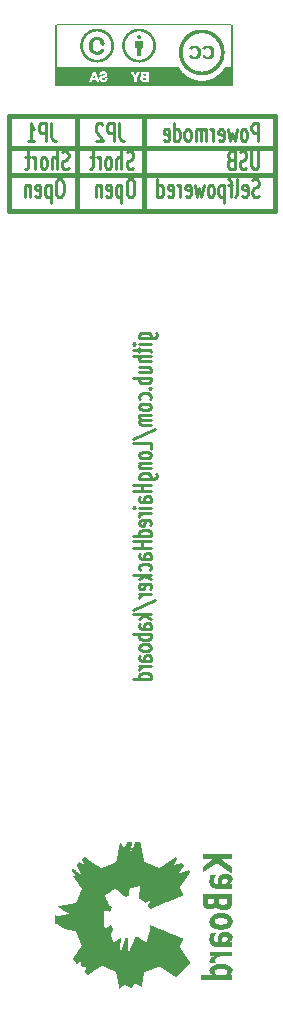
<source format=gbo>
G04 (created by PCBNEW (2012-12-10 BZR 3844)-stable) date Thu 10 Jan 2013 10:49:57 AM CET*
%MOIN*%
G04 Gerber Fmt 3.4, Leading zero omitted, Abs format*
%FSLAX34Y34*%
G01*
G70*
G90*
G04 APERTURE LIST*
%ADD10C,0.006*%
%ADD11C,0.015*%
%ADD12C,0.0099*%
%ADD13C,0.0001*%
G04 APERTURE END LIST*
G54D10*
G54D11*
X3750Y-9650D02*
X3800Y-9650D01*
X3750Y-6500D02*
X3750Y-9650D01*
X6000Y-9650D02*
X6050Y-9650D01*
X6000Y-6500D02*
X6000Y-9650D01*
X10350Y-6550D02*
X10350Y-9650D01*
X10350Y-6500D02*
X10350Y-6550D01*
X1600Y-6500D02*
X10350Y-6500D01*
X1500Y-6500D02*
X1600Y-6500D01*
X1500Y-9650D02*
X1500Y-6500D01*
X1500Y-9650D02*
X1500Y-9550D01*
X10350Y-9650D02*
X1500Y-9650D01*
X1550Y-7550D02*
X1500Y-7550D01*
X10200Y-7550D02*
X10350Y-7550D01*
X10150Y-7550D02*
X1550Y-7550D01*
X10350Y-8450D02*
X1500Y-8450D01*
G54D12*
X9806Y-7339D02*
X9806Y-6748D01*
X9656Y-6748D01*
X9619Y-6776D01*
X9600Y-6804D01*
X9581Y-6860D01*
X9581Y-6945D01*
X9600Y-7001D01*
X9619Y-7029D01*
X9656Y-7057D01*
X9806Y-7057D01*
X9356Y-7339D02*
X9393Y-7311D01*
X9412Y-7282D01*
X9431Y-7226D01*
X9431Y-7057D01*
X9412Y-7001D01*
X9393Y-6973D01*
X9356Y-6945D01*
X9300Y-6945D01*
X9262Y-6973D01*
X9243Y-7001D01*
X9225Y-7057D01*
X9225Y-7226D01*
X9243Y-7282D01*
X9262Y-7311D01*
X9300Y-7339D01*
X9356Y-7339D01*
X9094Y-6945D02*
X9019Y-7339D01*
X8944Y-7057D01*
X8869Y-7339D01*
X8794Y-6945D01*
X8493Y-7311D02*
X8531Y-7339D01*
X8606Y-7339D01*
X8643Y-7311D01*
X8662Y-7254D01*
X8662Y-7029D01*
X8643Y-6973D01*
X8606Y-6945D01*
X8531Y-6945D01*
X8493Y-6973D01*
X8474Y-7029D01*
X8474Y-7085D01*
X8662Y-7142D01*
X8305Y-7339D02*
X8305Y-6945D01*
X8305Y-7057D02*
X8286Y-7001D01*
X8268Y-6973D01*
X8230Y-6945D01*
X8193Y-6945D01*
X8061Y-7339D02*
X8061Y-6945D01*
X8061Y-7001D02*
X8042Y-6973D01*
X8005Y-6945D01*
X7949Y-6945D01*
X7911Y-6973D01*
X7892Y-7029D01*
X7892Y-7339D01*
X7892Y-7029D02*
X7874Y-6973D01*
X7836Y-6945D01*
X7780Y-6945D01*
X7742Y-6973D01*
X7723Y-7029D01*
X7723Y-7339D01*
X7480Y-7339D02*
X7517Y-7311D01*
X7536Y-7282D01*
X7555Y-7226D01*
X7555Y-7057D01*
X7536Y-7001D01*
X7517Y-6973D01*
X7480Y-6945D01*
X7424Y-6945D01*
X7386Y-6973D01*
X7367Y-7001D01*
X7349Y-7057D01*
X7349Y-7226D01*
X7367Y-7282D01*
X7386Y-7311D01*
X7424Y-7339D01*
X7480Y-7339D01*
X7011Y-7339D02*
X7011Y-6748D01*
X7011Y-7311D02*
X7049Y-7339D01*
X7124Y-7339D01*
X7161Y-7311D01*
X7180Y-7282D01*
X7199Y-7226D01*
X7199Y-7057D01*
X7180Y-7001D01*
X7161Y-6973D01*
X7124Y-6945D01*
X7049Y-6945D01*
X7011Y-6973D01*
X6674Y-7311D02*
X6712Y-7339D01*
X6787Y-7339D01*
X6824Y-7311D01*
X6843Y-7254D01*
X6843Y-7029D01*
X6824Y-6973D01*
X6787Y-6945D01*
X6712Y-6945D01*
X6674Y-6973D01*
X6655Y-7029D01*
X6655Y-7085D01*
X6843Y-7142D01*
X5174Y-6748D02*
X5174Y-7170D01*
X5192Y-7254D01*
X5230Y-7311D01*
X5286Y-7339D01*
X5324Y-7339D01*
X4986Y-7339D02*
X4986Y-6748D01*
X4836Y-6748D01*
X4799Y-6776D01*
X4780Y-6804D01*
X4761Y-6860D01*
X4761Y-6945D01*
X4780Y-7001D01*
X4799Y-7029D01*
X4836Y-7057D01*
X4986Y-7057D01*
X4611Y-6804D02*
X4592Y-6776D01*
X4555Y-6748D01*
X4461Y-6748D01*
X4423Y-6776D01*
X4405Y-6804D01*
X4386Y-6860D01*
X4386Y-6917D01*
X4405Y-7001D01*
X4630Y-7339D01*
X4386Y-7339D01*
X2905Y-6748D02*
X2905Y-7170D01*
X2923Y-7254D01*
X2961Y-7311D01*
X3017Y-7339D01*
X3055Y-7339D01*
X2717Y-7339D02*
X2717Y-6748D01*
X2567Y-6748D01*
X2530Y-6776D01*
X2511Y-6804D01*
X2492Y-6860D01*
X2492Y-6945D01*
X2511Y-7001D01*
X2530Y-7029D01*
X2567Y-7057D01*
X2717Y-7057D01*
X2117Y-7339D02*
X2342Y-7339D01*
X2229Y-7339D02*
X2229Y-6748D01*
X2267Y-6832D01*
X2304Y-6888D01*
X2342Y-6917D01*
X9806Y-7674D02*
X9806Y-8152D01*
X9787Y-8208D01*
X9769Y-8237D01*
X9731Y-8265D01*
X9656Y-8265D01*
X9619Y-8237D01*
X9600Y-8208D01*
X9581Y-8152D01*
X9581Y-7674D01*
X9412Y-8237D02*
X9356Y-8265D01*
X9262Y-8265D01*
X9224Y-8237D01*
X9206Y-8208D01*
X9187Y-8152D01*
X9187Y-8096D01*
X9206Y-8040D01*
X9224Y-8011D01*
X9262Y-7983D01*
X9337Y-7955D01*
X9374Y-7927D01*
X9393Y-7899D01*
X9412Y-7843D01*
X9412Y-7786D01*
X9393Y-7730D01*
X9374Y-7702D01*
X9337Y-7674D01*
X9243Y-7674D01*
X9187Y-7702D01*
X8887Y-7955D02*
X8831Y-7983D01*
X8812Y-8011D01*
X8793Y-8068D01*
X8793Y-8152D01*
X8812Y-8208D01*
X8831Y-8237D01*
X8868Y-8265D01*
X9018Y-8265D01*
X9018Y-7674D01*
X8887Y-7674D01*
X8849Y-7702D01*
X8831Y-7730D01*
X8812Y-7786D01*
X8812Y-7843D01*
X8831Y-7899D01*
X8849Y-7927D01*
X8887Y-7955D01*
X9018Y-7955D01*
X5643Y-8237D02*
X5587Y-8265D01*
X5493Y-8265D01*
X5455Y-8237D01*
X5437Y-8208D01*
X5418Y-8152D01*
X5418Y-8096D01*
X5437Y-8040D01*
X5455Y-8011D01*
X5493Y-7983D01*
X5568Y-7955D01*
X5605Y-7927D01*
X5624Y-7899D01*
X5643Y-7843D01*
X5643Y-7786D01*
X5624Y-7730D01*
X5605Y-7702D01*
X5568Y-7674D01*
X5474Y-7674D01*
X5418Y-7702D01*
X5249Y-8265D02*
X5249Y-7674D01*
X5080Y-8265D02*
X5080Y-7955D01*
X5099Y-7899D01*
X5137Y-7871D01*
X5193Y-7871D01*
X5230Y-7899D01*
X5249Y-7927D01*
X4837Y-8265D02*
X4874Y-8237D01*
X4893Y-8208D01*
X4912Y-8152D01*
X4912Y-7983D01*
X4893Y-7927D01*
X4874Y-7899D01*
X4837Y-7871D01*
X4781Y-7871D01*
X4743Y-7899D01*
X4724Y-7927D01*
X4706Y-7983D01*
X4706Y-8152D01*
X4724Y-8208D01*
X4743Y-8237D01*
X4781Y-8265D01*
X4837Y-8265D01*
X4537Y-8265D02*
X4537Y-7871D01*
X4537Y-7983D02*
X4518Y-7927D01*
X4500Y-7899D01*
X4462Y-7871D01*
X4425Y-7871D01*
X4349Y-7871D02*
X4199Y-7871D01*
X4293Y-7674D02*
X4293Y-8180D01*
X4274Y-8237D01*
X4237Y-8265D01*
X4199Y-8265D01*
X3487Y-8237D02*
X3431Y-8265D01*
X3337Y-8265D01*
X3299Y-8237D01*
X3281Y-8208D01*
X3262Y-8152D01*
X3262Y-8096D01*
X3281Y-8040D01*
X3299Y-8011D01*
X3337Y-7983D01*
X3412Y-7955D01*
X3449Y-7927D01*
X3468Y-7899D01*
X3487Y-7843D01*
X3487Y-7786D01*
X3468Y-7730D01*
X3449Y-7702D01*
X3412Y-7674D01*
X3318Y-7674D01*
X3262Y-7702D01*
X3093Y-8265D02*
X3093Y-7674D01*
X2924Y-8265D02*
X2924Y-7955D01*
X2943Y-7899D01*
X2981Y-7871D01*
X3037Y-7871D01*
X3074Y-7899D01*
X3093Y-7927D01*
X2681Y-8265D02*
X2718Y-8237D01*
X2737Y-8208D01*
X2756Y-8152D01*
X2756Y-7983D01*
X2737Y-7927D01*
X2718Y-7899D01*
X2681Y-7871D01*
X2625Y-7871D01*
X2587Y-7899D01*
X2568Y-7927D01*
X2550Y-7983D01*
X2550Y-8152D01*
X2568Y-8208D01*
X2587Y-8237D01*
X2625Y-8265D01*
X2681Y-8265D01*
X2381Y-8265D02*
X2381Y-7871D01*
X2381Y-7983D02*
X2362Y-7927D01*
X2344Y-7899D01*
X2306Y-7871D01*
X2269Y-7871D01*
X2193Y-7871D02*
X2043Y-7871D01*
X2137Y-7674D02*
X2137Y-8180D01*
X2118Y-8237D01*
X2081Y-8265D01*
X2043Y-8265D01*
X9825Y-9163D02*
X9769Y-9191D01*
X9675Y-9191D01*
X9637Y-9163D01*
X9619Y-9134D01*
X9600Y-9078D01*
X9600Y-9022D01*
X9619Y-8966D01*
X9637Y-8937D01*
X9675Y-8909D01*
X9750Y-8881D01*
X9787Y-8853D01*
X9806Y-8825D01*
X9825Y-8769D01*
X9825Y-8712D01*
X9806Y-8656D01*
X9787Y-8628D01*
X9750Y-8600D01*
X9656Y-8600D01*
X9600Y-8628D01*
X9281Y-9163D02*
X9319Y-9191D01*
X9394Y-9191D01*
X9431Y-9163D01*
X9450Y-9106D01*
X9450Y-8881D01*
X9431Y-8825D01*
X9394Y-8797D01*
X9319Y-8797D01*
X9281Y-8825D01*
X9262Y-8881D01*
X9262Y-8937D01*
X9450Y-8994D01*
X9037Y-9191D02*
X9074Y-9163D01*
X9093Y-9106D01*
X9093Y-8600D01*
X8943Y-8797D02*
X8793Y-8797D01*
X8887Y-9191D02*
X8887Y-8684D01*
X8868Y-8628D01*
X8831Y-8600D01*
X8793Y-8600D01*
X8662Y-8797D02*
X8662Y-9388D01*
X8662Y-8825D02*
X8625Y-8797D01*
X8550Y-8797D01*
X8512Y-8825D01*
X8493Y-8853D01*
X8475Y-8909D01*
X8475Y-9078D01*
X8493Y-9134D01*
X8512Y-9163D01*
X8550Y-9191D01*
X8625Y-9191D01*
X8662Y-9163D01*
X8250Y-9191D02*
X8287Y-9163D01*
X8306Y-9134D01*
X8325Y-9078D01*
X8325Y-8909D01*
X8306Y-8853D01*
X8287Y-8825D01*
X8250Y-8797D01*
X8194Y-8797D01*
X8156Y-8825D01*
X8137Y-8853D01*
X8119Y-8909D01*
X8119Y-9078D01*
X8137Y-9134D01*
X8156Y-9163D01*
X8194Y-9191D01*
X8250Y-9191D01*
X7988Y-8797D02*
X7913Y-9191D01*
X7838Y-8909D01*
X7763Y-9191D01*
X7688Y-8797D01*
X7387Y-9163D02*
X7425Y-9191D01*
X7500Y-9191D01*
X7537Y-9163D01*
X7556Y-9106D01*
X7556Y-8881D01*
X7537Y-8825D01*
X7500Y-8797D01*
X7425Y-8797D01*
X7387Y-8825D01*
X7368Y-8881D01*
X7368Y-8937D01*
X7556Y-8994D01*
X7199Y-9191D02*
X7199Y-8797D01*
X7199Y-8909D02*
X7180Y-8853D01*
X7162Y-8825D01*
X7124Y-8797D01*
X7087Y-8797D01*
X6805Y-9163D02*
X6843Y-9191D01*
X6918Y-9191D01*
X6955Y-9163D01*
X6974Y-9106D01*
X6974Y-8881D01*
X6955Y-8825D01*
X6918Y-8797D01*
X6843Y-8797D01*
X6805Y-8825D01*
X6786Y-8881D01*
X6786Y-8937D01*
X6974Y-8994D01*
X6448Y-9191D02*
X6448Y-8600D01*
X6448Y-9163D02*
X6486Y-9191D01*
X6561Y-9191D01*
X6598Y-9163D01*
X6617Y-9134D01*
X6636Y-9078D01*
X6636Y-8909D01*
X6617Y-8853D01*
X6598Y-8825D01*
X6561Y-8797D01*
X6486Y-8797D01*
X6448Y-8825D01*
X5586Y-8600D02*
X5511Y-8600D01*
X5474Y-8628D01*
X5436Y-8684D01*
X5417Y-8797D01*
X5417Y-8994D01*
X5436Y-9106D01*
X5474Y-9163D01*
X5511Y-9191D01*
X5586Y-9191D01*
X5624Y-9163D01*
X5661Y-9106D01*
X5680Y-8994D01*
X5680Y-8797D01*
X5661Y-8684D01*
X5624Y-8628D01*
X5586Y-8600D01*
X5248Y-8797D02*
X5248Y-9388D01*
X5248Y-8825D02*
X5211Y-8797D01*
X5136Y-8797D01*
X5098Y-8825D01*
X5079Y-8853D01*
X5061Y-8909D01*
X5061Y-9078D01*
X5079Y-9134D01*
X5098Y-9163D01*
X5136Y-9191D01*
X5211Y-9191D01*
X5248Y-9163D01*
X4742Y-9163D02*
X4780Y-9191D01*
X4855Y-9191D01*
X4892Y-9163D01*
X4911Y-9106D01*
X4911Y-8881D01*
X4892Y-8825D01*
X4855Y-8797D01*
X4780Y-8797D01*
X4742Y-8825D01*
X4723Y-8881D01*
X4723Y-8937D01*
X4911Y-8994D01*
X4554Y-8797D02*
X4554Y-9191D01*
X4554Y-8853D02*
X4535Y-8825D01*
X4498Y-8797D01*
X4442Y-8797D01*
X4404Y-8825D01*
X4385Y-8881D01*
X4385Y-9191D01*
X3223Y-8600D02*
X3148Y-8600D01*
X3111Y-8628D01*
X3073Y-8684D01*
X3054Y-8797D01*
X3054Y-8994D01*
X3073Y-9106D01*
X3111Y-9163D01*
X3148Y-9191D01*
X3223Y-9191D01*
X3261Y-9163D01*
X3298Y-9106D01*
X3317Y-8994D01*
X3317Y-8797D01*
X3298Y-8684D01*
X3261Y-8628D01*
X3223Y-8600D01*
X2885Y-8797D02*
X2885Y-9388D01*
X2885Y-8825D02*
X2848Y-8797D01*
X2773Y-8797D01*
X2735Y-8825D01*
X2716Y-8853D01*
X2698Y-8909D01*
X2698Y-9078D01*
X2716Y-9134D01*
X2735Y-9163D01*
X2773Y-9191D01*
X2848Y-9191D01*
X2885Y-9163D01*
X2379Y-9163D02*
X2417Y-9191D01*
X2492Y-9191D01*
X2529Y-9163D01*
X2548Y-9106D01*
X2548Y-8881D01*
X2529Y-8825D01*
X2492Y-8797D01*
X2417Y-8797D01*
X2379Y-8825D01*
X2360Y-8881D01*
X2360Y-8937D01*
X2548Y-8994D01*
X2191Y-8797D02*
X2191Y-9191D01*
X2191Y-8853D02*
X2172Y-8825D01*
X2135Y-8797D01*
X2079Y-8797D01*
X2041Y-8825D01*
X2022Y-8881D01*
X2022Y-9191D01*
X5845Y-13912D02*
X6323Y-13912D01*
X6379Y-13893D01*
X6408Y-13874D01*
X6436Y-13837D01*
X6436Y-13780D01*
X6408Y-13743D01*
X6211Y-13912D02*
X6239Y-13874D01*
X6239Y-13799D01*
X6211Y-13762D01*
X6182Y-13743D01*
X6126Y-13724D01*
X5957Y-13724D01*
X5901Y-13743D01*
X5873Y-13762D01*
X5845Y-13799D01*
X5845Y-13874D01*
X5873Y-13912D01*
X6239Y-14099D02*
X5845Y-14099D01*
X5648Y-14099D02*
X5676Y-14080D01*
X5704Y-14099D01*
X5676Y-14118D01*
X5648Y-14099D01*
X5704Y-14099D01*
X5845Y-14231D02*
X5845Y-14381D01*
X5648Y-14287D02*
X6154Y-14287D01*
X6211Y-14306D01*
X6239Y-14343D01*
X6239Y-14381D01*
X6239Y-14512D02*
X5648Y-14512D01*
X6239Y-14681D02*
X5929Y-14681D01*
X5873Y-14662D01*
X5845Y-14624D01*
X5845Y-14568D01*
X5873Y-14531D01*
X5901Y-14512D01*
X5845Y-15037D02*
X6239Y-15037D01*
X5845Y-14868D02*
X6154Y-14868D01*
X6211Y-14887D01*
X6239Y-14924D01*
X6239Y-14980D01*
X6211Y-15018D01*
X6182Y-15037D01*
X6239Y-15224D02*
X5648Y-15224D01*
X5873Y-15224D02*
X5845Y-15261D01*
X5845Y-15336D01*
X5873Y-15374D01*
X5901Y-15393D01*
X5957Y-15411D01*
X6126Y-15411D01*
X6182Y-15393D01*
X6211Y-15374D01*
X6239Y-15336D01*
X6239Y-15261D01*
X6211Y-15224D01*
X6182Y-15580D02*
X6211Y-15599D01*
X6239Y-15580D01*
X6211Y-15561D01*
X6182Y-15580D01*
X6239Y-15580D01*
X6211Y-15937D02*
X6239Y-15899D01*
X6239Y-15824D01*
X6211Y-15787D01*
X6182Y-15768D01*
X6126Y-15749D01*
X5957Y-15749D01*
X5901Y-15768D01*
X5873Y-15787D01*
X5845Y-15824D01*
X5845Y-15899D01*
X5873Y-15937D01*
X6239Y-16162D02*
X6211Y-16125D01*
X6182Y-16106D01*
X6126Y-16087D01*
X5957Y-16087D01*
X5901Y-16106D01*
X5873Y-16125D01*
X5845Y-16162D01*
X5845Y-16218D01*
X5873Y-16256D01*
X5901Y-16275D01*
X5957Y-16293D01*
X6126Y-16293D01*
X6182Y-16275D01*
X6211Y-16256D01*
X6239Y-16218D01*
X6239Y-16162D01*
X6239Y-16462D02*
X5845Y-16462D01*
X5901Y-16462D02*
X5873Y-16481D01*
X5845Y-16518D01*
X5845Y-16574D01*
X5873Y-16612D01*
X5929Y-16631D01*
X6239Y-16631D01*
X5929Y-16631D02*
X5873Y-16649D01*
X5845Y-16687D01*
X5845Y-16743D01*
X5873Y-16781D01*
X5929Y-16800D01*
X6239Y-16800D01*
X5620Y-17268D02*
X6379Y-16931D01*
X6239Y-17587D02*
X6239Y-17400D01*
X5648Y-17400D01*
X6239Y-17775D02*
X6211Y-17738D01*
X6182Y-17719D01*
X6126Y-17700D01*
X5957Y-17700D01*
X5901Y-17719D01*
X5873Y-17738D01*
X5845Y-17775D01*
X5845Y-17831D01*
X5873Y-17869D01*
X5901Y-17888D01*
X5957Y-17906D01*
X6126Y-17906D01*
X6182Y-17888D01*
X6211Y-17869D01*
X6239Y-17831D01*
X6239Y-17775D01*
X5845Y-18075D02*
X6239Y-18075D01*
X5901Y-18075D02*
X5873Y-18094D01*
X5845Y-18131D01*
X5845Y-18187D01*
X5873Y-18225D01*
X5929Y-18244D01*
X6239Y-18244D01*
X5845Y-18600D02*
X6323Y-18600D01*
X6379Y-18581D01*
X6408Y-18562D01*
X6436Y-18525D01*
X6436Y-18468D01*
X6408Y-18431D01*
X6211Y-18600D02*
X6239Y-18562D01*
X6239Y-18487D01*
X6211Y-18450D01*
X6182Y-18431D01*
X6126Y-18412D01*
X5957Y-18412D01*
X5901Y-18431D01*
X5873Y-18450D01*
X5845Y-18487D01*
X5845Y-18562D01*
X5873Y-18600D01*
X6239Y-18787D02*
X5648Y-18787D01*
X5929Y-18787D02*
X5929Y-19012D01*
X6239Y-19012D02*
X5648Y-19012D01*
X6239Y-19369D02*
X5929Y-19369D01*
X5873Y-19350D01*
X5845Y-19312D01*
X5845Y-19237D01*
X5873Y-19200D01*
X6211Y-19369D02*
X6239Y-19331D01*
X6239Y-19237D01*
X6211Y-19200D01*
X6154Y-19181D01*
X6098Y-19181D01*
X6042Y-19200D01*
X6014Y-19237D01*
X6014Y-19331D01*
X5985Y-19369D01*
X6239Y-19556D02*
X5845Y-19556D01*
X5648Y-19556D02*
X5676Y-19537D01*
X5704Y-19556D01*
X5676Y-19575D01*
X5648Y-19556D01*
X5704Y-19556D01*
X6239Y-19744D02*
X5845Y-19744D01*
X5957Y-19744D02*
X5901Y-19763D01*
X5873Y-19781D01*
X5845Y-19819D01*
X5845Y-19856D01*
X6211Y-20138D02*
X6239Y-20100D01*
X6239Y-20025D01*
X6211Y-19988D01*
X6154Y-19969D01*
X5929Y-19969D01*
X5873Y-19988D01*
X5845Y-20025D01*
X5845Y-20100D01*
X5873Y-20138D01*
X5929Y-20157D01*
X5985Y-20157D01*
X6042Y-19969D01*
X6239Y-20495D02*
X5648Y-20495D01*
X6211Y-20495D02*
X6239Y-20457D01*
X6239Y-20382D01*
X6211Y-20345D01*
X6182Y-20326D01*
X6126Y-20307D01*
X5957Y-20307D01*
X5901Y-20326D01*
X5873Y-20345D01*
X5845Y-20382D01*
X5845Y-20457D01*
X5873Y-20495D01*
X6239Y-20682D02*
X5648Y-20682D01*
X5929Y-20682D02*
X5929Y-20907D01*
X6239Y-20907D02*
X5648Y-20907D01*
X6239Y-21264D02*
X5929Y-21264D01*
X5873Y-21245D01*
X5845Y-21207D01*
X5845Y-21132D01*
X5873Y-21095D01*
X6211Y-21264D02*
X6239Y-21226D01*
X6239Y-21132D01*
X6211Y-21095D01*
X6154Y-21076D01*
X6098Y-21076D01*
X6042Y-21095D01*
X6014Y-21132D01*
X6014Y-21226D01*
X5985Y-21264D01*
X6211Y-21620D02*
X6239Y-21582D01*
X6239Y-21507D01*
X6211Y-21470D01*
X6182Y-21451D01*
X6126Y-21432D01*
X5957Y-21432D01*
X5901Y-21451D01*
X5873Y-21470D01*
X5845Y-21507D01*
X5845Y-21582D01*
X5873Y-21620D01*
X6239Y-21789D02*
X5648Y-21789D01*
X6014Y-21826D02*
X6239Y-21939D01*
X5845Y-21939D02*
X6070Y-21789D01*
X6211Y-22258D02*
X6239Y-22220D01*
X6239Y-22145D01*
X6211Y-22108D01*
X6154Y-22089D01*
X5929Y-22089D01*
X5873Y-22108D01*
X5845Y-22145D01*
X5845Y-22220D01*
X5873Y-22258D01*
X5929Y-22277D01*
X5985Y-22277D01*
X6042Y-22089D01*
X6239Y-22446D02*
X5845Y-22446D01*
X5957Y-22446D02*
X5901Y-22465D01*
X5873Y-22483D01*
X5845Y-22521D01*
X5845Y-22558D01*
X5620Y-22971D02*
X6379Y-22634D01*
X6239Y-23103D02*
X5648Y-23103D01*
X6014Y-23140D02*
X6239Y-23253D01*
X5845Y-23253D02*
X6070Y-23103D01*
X6239Y-23591D02*
X5929Y-23591D01*
X5873Y-23572D01*
X5845Y-23534D01*
X5845Y-23459D01*
X5873Y-23422D01*
X6211Y-23591D02*
X6239Y-23553D01*
X6239Y-23459D01*
X6211Y-23422D01*
X6154Y-23403D01*
X6098Y-23403D01*
X6042Y-23422D01*
X6014Y-23459D01*
X6014Y-23553D01*
X5985Y-23591D01*
X6239Y-23778D02*
X5648Y-23778D01*
X5873Y-23778D02*
X5845Y-23815D01*
X5845Y-23890D01*
X5873Y-23928D01*
X5901Y-23947D01*
X5957Y-23965D01*
X6126Y-23965D01*
X6182Y-23947D01*
X6211Y-23928D01*
X6239Y-23890D01*
X6239Y-23815D01*
X6211Y-23778D01*
X6239Y-24190D02*
X6211Y-24153D01*
X6182Y-24134D01*
X6126Y-24115D01*
X5957Y-24115D01*
X5901Y-24134D01*
X5873Y-24153D01*
X5845Y-24190D01*
X5845Y-24246D01*
X5873Y-24284D01*
X5901Y-24303D01*
X5957Y-24321D01*
X6126Y-24321D01*
X6182Y-24303D01*
X6211Y-24284D01*
X6239Y-24246D01*
X6239Y-24190D01*
X6239Y-24659D02*
X5929Y-24659D01*
X5873Y-24640D01*
X5845Y-24602D01*
X5845Y-24527D01*
X5873Y-24490D01*
X6211Y-24659D02*
X6239Y-24621D01*
X6239Y-24527D01*
X6211Y-24490D01*
X6154Y-24471D01*
X6098Y-24471D01*
X6042Y-24490D01*
X6014Y-24527D01*
X6014Y-24621D01*
X5985Y-24659D01*
X6239Y-24846D02*
X5845Y-24846D01*
X5957Y-24846D02*
X5901Y-24865D01*
X5873Y-24883D01*
X5845Y-24921D01*
X5845Y-24958D01*
X6239Y-25259D02*
X5648Y-25259D01*
X6211Y-25259D02*
X6239Y-25221D01*
X6239Y-25146D01*
X6211Y-25109D01*
X6182Y-25090D01*
X6126Y-25071D01*
X5957Y-25071D01*
X5901Y-25090D01*
X5873Y-25109D01*
X5845Y-25146D01*
X5845Y-25221D01*
X5873Y-25259D01*
G54D13*
G36*
X5179Y-35590D02*
X5180Y-35590D01*
X5182Y-35588D01*
X5186Y-35585D01*
X5192Y-35580D01*
X5198Y-35575D01*
X5206Y-35569D01*
X5215Y-35561D01*
X5224Y-35553D01*
X5235Y-35545D01*
X5246Y-35535D01*
X5258Y-35526D01*
X5264Y-35520D01*
X5276Y-35510D01*
X5287Y-35501D01*
X5298Y-35492D01*
X5308Y-35483D01*
X5317Y-35476D01*
X5325Y-35469D01*
X5333Y-35463D01*
X5339Y-35458D01*
X5343Y-35454D01*
X5347Y-35451D01*
X5349Y-35450D01*
X5349Y-35450D01*
X5351Y-35451D01*
X5354Y-35453D01*
X5359Y-35455D01*
X5366Y-35459D01*
X5374Y-35463D01*
X5383Y-35468D01*
X5393Y-35474D01*
X5404Y-35480D01*
X5416Y-35486D01*
X5429Y-35492D01*
X5441Y-35499D01*
X5455Y-35506D01*
X5468Y-35513D01*
X5481Y-35521D01*
X5495Y-35528D01*
X5508Y-35534D01*
X5520Y-35541D01*
X5532Y-35547D01*
X5543Y-35553D01*
X5553Y-35559D01*
X5563Y-35564D01*
X5571Y-35568D01*
X5578Y-35572D01*
X5583Y-35574D01*
X5587Y-35576D01*
X5589Y-35577D01*
X5589Y-35578D01*
X5590Y-35577D01*
X5591Y-35576D01*
X5593Y-35573D01*
X5595Y-35569D01*
X5599Y-35564D01*
X5603Y-35557D01*
X5608Y-35549D01*
X5613Y-35539D01*
X5620Y-35528D01*
X5628Y-35515D01*
X5637Y-35500D01*
X5640Y-35494D01*
X5647Y-35482D01*
X5654Y-35470D01*
X5661Y-35458D01*
X5667Y-35448D01*
X5673Y-35438D01*
X5678Y-35430D01*
X5682Y-35423D01*
X5685Y-35417D01*
X5688Y-35413D01*
X5689Y-35410D01*
X5690Y-35409D01*
X5691Y-35409D01*
X5694Y-35411D01*
X5698Y-35413D01*
X5705Y-35416D01*
X5712Y-35419D01*
X5721Y-35423D01*
X5731Y-35428D01*
X5741Y-35433D01*
X5753Y-35439D01*
X5764Y-35445D01*
X5777Y-35451D01*
X5789Y-35457D01*
X5802Y-35463D01*
X5815Y-35470D01*
X5827Y-35476D01*
X5839Y-35482D01*
X5851Y-35488D01*
X5861Y-35494D01*
X5871Y-35499D01*
X5880Y-35503D01*
X5888Y-35508D01*
X5894Y-35511D01*
X5899Y-35514D01*
X5903Y-35516D01*
X5903Y-35516D01*
X5908Y-35519D01*
X5912Y-35522D01*
X5915Y-35523D01*
X5916Y-35524D01*
X5916Y-35524D01*
X5917Y-35523D01*
X5917Y-35519D01*
X5918Y-35514D01*
X5920Y-35507D01*
X5921Y-35498D01*
X5923Y-35488D01*
X5926Y-35475D01*
X5928Y-35462D01*
X5931Y-35447D01*
X5934Y-35430D01*
X5937Y-35413D01*
X5941Y-35394D01*
X5944Y-35375D01*
X5948Y-35354D01*
X5952Y-35333D01*
X5956Y-35311D01*
X5959Y-35295D01*
X5964Y-35268D01*
X5969Y-35243D01*
X5973Y-35221D01*
X5977Y-35200D01*
X5980Y-35181D01*
X5983Y-35164D01*
X5986Y-35149D01*
X5989Y-35135D01*
X5991Y-35123D01*
X5993Y-35112D01*
X5995Y-35102D01*
X5997Y-35093D01*
X5998Y-35086D01*
X6000Y-35080D01*
X6000Y-35074D01*
X6001Y-35070D01*
X6002Y-35066D01*
X6003Y-35063D01*
X6004Y-35060D01*
X6005Y-35058D01*
X6005Y-35056D01*
X6006Y-35055D01*
X6007Y-35054D01*
X6008Y-35052D01*
X6009Y-35051D01*
X6010Y-35050D01*
X6010Y-35050D01*
X6013Y-35046D01*
X6017Y-35043D01*
X6019Y-35041D01*
X6021Y-35040D01*
X6023Y-35039D01*
X6027Y-35038D01*
X6032Y-35035D01*
X6038Y-35033D01*
X6046Y-35030D01*
X6055Y-35026D01*
X6065Y-35021D01*
X6077Y-35016D01*
X6091Y-35011D01*
X6106Y-35005D01*
X6124Y-34998D01*
X6142Y-34990D01*
X6163Y-34982D01*
X6186Y-34973D01*
X6210Y-34963D01*
X6237Y-34953D01*
X6265Y-34941D01*
X6291Y-34931D01*
X6316Y-34921D01*
X6338Y-34912D01*
X6359Y-34904D01*
X6378Y-34896D01*
X6395Y-34889D01*
X6411Y-34883D01*
X6425Y-34878D01*
X6437Y-34873D01*
X6449Y-34868D01*
X6459Y-34864D01*
X6468Y-34861D01*
X6475Y-34858D01*
X6482Y-34855D01*
X6488Y-34853D01*
X6493Y-34851D01*
X6497Y-34849D01*
X6501Y-34848D01*
X6504Y-34847D01*
X6506Y-34846D01*
X6508Y-34846D01*
X6510Y-34845D01*
X6511Y-34845D01*
X6512Y-34845D01*
X6513Y-34845D01*
X6514Y-34845D01*
X6524Y-34845D01*
X6533Y-34847D01*
X6538Y-34849D01*
X6540Y-34850D01*
X6543Y-34852D01*
X6547Y-34855D01*
X6554Y-34860D01*
X6562Y-34865D01*
X6571Y-34871D01*
X6582Y-34878D01*
X6594Y-34887D01*
X6607Y-34896D01*
X6621Y-34905D01*
X6637Y-34916D01*
X6653Y-34927D01*
X6670Y-34939D01*
X6689Y-34952D01*
X6708Y-34965D01*
X6727Y-34978D01*
X6748Y-34992D01*
X6768Y-35006D01*
X6789Y-35020D01*
X6811Y-35035D01*
X6831Y-35049D01*
X6852Y-35063D01*
X6871Y-35077D01*
X6891Y-35090D01*
X6909Y-35102D01*
X6926Y-35114D01*
X6943Y-35125D01*
X6958Y-35136D01*
X6973Y-35146D01*
X6986Y-35155D01*
X6998Y-35163D01*
X7009Y-35170D01*
X7019Y-35177D01*
X7027Y-35182D01*
X7033Y-35187D01*
X7038Y-35190D01*
X7041Y-35192D01*
X7043Y-35193D01*
X7047Y-35195D01*
X7050Y-35196D01*
X7054Y-35196D01*
X7058Y-35196D01*
X7059Y-35196D01*
X7060Y-35196D01*
X7062Y-35196D01*
X7063Y-35196D01*
X7064Y-35196D01*
X7065Y-35196D01*
X7066Y-35196D01*
X7068Y-35195D01*
X7070Y-35194D01*
X7072Y-35193D01*
X7074Y-35191D01*
X7077Y-35189D01*
X7080Y-35186D01*
X7084Y-35183D01*
X7088Y-35179D01*
X7093Y-35175D01*
X7098Y-35170D01*
X7105Y-35163D01*
X7112Y-35157D01*
X7120Y-35149D01*
X7129Y-35140D01*
X7138Y-35130D01*
X7149Y-35120D01*
X7161Y-35108D01*
X7174Y-35095D01*
X7188Y-35080D01*
X7204Y-35065D01*
X7221Y-35048D01*
X7239Y-35030D01*
X7258Y-35010D01*
X7279Y-34989D01*
X7302Y-34967D01*
X7302Y-34966D01*
X7321Y-34947D01*
X7340Y-34929D01*
X7358Y-34911D01*
X7375Y-34894D01*
X7392Y-34877D01*
X7408Y-34861D01*
X7423Y-34845D01*
X7438Y-34830D01*
X7452Y-34817D01*
X7465Y-34804D01*
X7477Y-34792D01*
X7487Y-34781D01*
X7497Y-34771D01*
X7506Y-34762D01*
X7513Y-34754D01*
X7519Y-34748D01*
X7524Y-34743D01*
X7528Y-34740D01*
X7529Y-34738D01*
X7530Y-34737D01*
X7533Y-34731D01*
X7536Y-34723D01*
X7536Y-34715D01*
X7535Y-34707D01*
X7535Y-34705D01*
X7534Y-34704D01*
X7532Y-34701D01*
X7529Y-34696D01*
X7525Y-34690D01*
X7519Y-34682D01*
X7513Y-34672D01*
X7506Y-34662D01*
X7497Y-34650D01*
X7488Y-34636D01*
X7479Y-34622D01*
X7468Y-34607D01*
X7457Y-34590D01*
X7445Y-34573D01*
X7433Y-34555D01*
X7420Y-34536D01*
X7406Y-34516D01*
X7392Y-34496D01*
X7378Y-34475D01*
X7366Y-34457D01*
X7351Y-34436D01*
X7337Y-34415D01*
X7323Y-34395D01*
X7310Y-34376D01*
X7297Y-34357D01*
X7284Y-34339D01*
X7273Y-34322D01*
X7262Y-34306D01*
X7251Y-34291D01*
X7241Y-34277D01*
X7232Y-34264D01*
X7224Y-34252D01*
X7217Y-34241D01*
X7211Y-34232D01*
X7206Y-34225D01*
X7202Y-34219D01*
X7199Y-34214D01*
X7197Y-34212D01*
X7196Y-34211D01*
X7193Y-34204D01*
X7191Y-34196D01*
X7191Y-34187D01*
X7193Y-34178D01*
X7196Y-34170D01*
X7196Y-34169D01*
X7197Y-34167D01*
X7199Y-34163D01*
X7202Y-34158D01*
X7205Y-34150D01*
X7210Y-34142D01*
X7215Y-34132D01*
X7221Y-34121D01*
X7227Y-34109D01*
X7234Y-34096D01*
X7241Y-34083D01*
X7249Y-34069D01*
X7256Y-34056D01*
X7312Y-33950D01*
X7312Y-33940D01*
X7312Y-33935D01*
X7312Y-33932D01*
X7311Y-33930D01*
X7310Y-33927D01*
X7309Y-33926D01*
X7306Y-33923D01*
X7304Y-33920D01*
X7303Y-33919D01*
X7301Y-33919D01*
X7298Y-33917D01*
X7293Y-33915D01*
X7286Y-33912D01*
X7277Y-33908D01*
X7267Y-33904D01*
X7254Y-33899D01*
X7240Y-33893D01*
X7225Y-33886D01*
X7208Y-33879D01*
X7189Y-33872D01*
X7169Y-33863D01*
X7148Y-33855D01*
X7126Y-33845D01*
X7102Y-33835D01*
X7077Y-33825D01*
X7051Y-33814D01*
X7024Y-33803D01*
X6996Y-33792D01*
X6967Y-33780D01*
X6938Y-33767D01*
X6907Y-33755D01*
X6876Y-33742D01*
X6844Y-33729D01*
X6812Y-33715D01*
X6779Y-33702D01*
X6764Y-33696D01*
X6724Y-33679D01*
X6686Y-33663D01*
X6650Y-33648D01*
X6616Y-33634D01*
X6583Y-33621D01*
X6553Y-33608D01*
X6524Y-33596D01*
X6497Y-33585D01*
X6471Y-33575D01*
X6448Y-33565D01*
X6425Y-33556D01*
X6405Y-33547D01*
X6385Y-33539D01*
X6367Y-33532D01*
X6350Y-33525D01*
X6335Y-33519D01*
X6321Y-33513D01*
X6308Y-33508D01*
X6296Y-33503D01*
X6285Y-33498D01*
X6275Y-33494D01*
X6267Y-33491D01*
X6259Y-33488D01*
X6252Y-33485D01*
X6245Y-33483D01*
X6240Y-33481D01*
X6235Y-33479D01*
X6231Y-33477D01*
X6227Y-33476D01*
X6224Y-33475D01*
X6221Y-33474D01*
X6219Y-33474D01*
X6217Y-33473D01*
X6216Y-33473D01*
X6215Y-33473D01*
X6214Y-33473D01*
X6213Y-33473D01*
X6212Y-33474D01*
X6212Y-33474D01*
X6211Y-33474D01*
X6210Y-33475D01*
X6210Y-33475D01*
X6209Y-33475D01*
X6203Y-33477D01*
X6203Y-33578D01*
X6203Y-33678D01*
X6139Y-33862D01*
X6132Y-33882D01*
X6126Y-33901D01*
X6119Y-33919D01*
X6113Y-33937D01*
X6107Y-33953D01*
X6102Y-33969D01*
X6097Y-33983D01*
X6092Y-33997D01*
X6088Y-34009D01*
X6084Y-34019D01*
X6081Y-34028D01*
X6079Y-34036D01*
X6077Y-34041D01*
X6075Y-34045D01*
X6075Y-34047D01*
X6074Y-34047D01*
X6073Y-34046D01*
X6071Y-34045D01*
X6066Y-34042D01*
X6060Y-34038D01*
X6053Y-34033D01*
X6044Y-34028D01*
X6034Y-34021D01*
X6023Y-34014D01*
X6011Y-34005D01*
X5998Y-33997D01*
X5984Y-33987D01*
X5970Y-33978D01*
X5954Y-33967D01*
X5938Y-33957D01*
X5930Y-33951D01*
X5785Y-33854D01*
X5764Y-33861D01*
X5756Y-33864D01*
X5747Y-33866D01*
X5738Y-33869D01*
X5730Y-33872D01*
X5726Y-33873D01*
X5720Y-33874D01*
X5714Y-33876D01*
X5710Y-33877D01*
X5708Y-33878D01*
X5707Y-33878D01*
X5707Y-33879D01*
X5705Y-33882D01*
X5703Y-33887D01*
X5700Y-33894D01*
X5696Y-33902D01*
X5692Y-33912D01*
X5687Y-33924D01*
X5681Y-33937D01*
X5674Y-33951D01*
X5667Y-33967D01*
X5660Y-33984D01*
X5652Y-34002D01*
X5643Y-34021D01*
X5634Y-34042D01*
X5625Y-34063D01*
X5615Y-34085D01*
X5605Y-34107D01*
X5595Y-34131D01*
X5584Y-34155D01*
X5577Y-34169D01*
X5567Y-34194D01*
X5556Y-34217D01*
X5546Y-34240D01*
X5536Y-34263D01*
X5526Y-34284D01*
X5517Y-34305D01*
X5508Y-34325D01*
X5500Y-34344D01*
X5492Y-34361D01*
X5484Y-34378D01*
X5478Y-34393D01*
X5472Y-34407D01*
X5466Y-34419D01*
X5461Y-34430D01*
X5457Y-34440D01*
X5453Y-34447D01*
X5451Y-34453D01*
X5449Y-34457D01*
X5448Y-34460D01*
X5448Y-34460D01*
X5448Y-34459D01*
X5448Y-34456D01*
X5448Y-34450D01*
X5448Y-34443D01*
X5448Y-34434D01*
X5448Y-34424D01*
X5449Y-34412D01*
X5449Y-34398D01*
X5449Y-34383D01*
X5450Y-34367D01*
X5450Y-34350D01*
X5450Y-34332D01*
X5451Y-34313D01*
X5451Y-34294D01*
X5451Y-34273D01*
X5452Y-34253D01*
X5452Y-34232D01*
X5453Y-34210D01*
X5453Y-34189D01*
X5454Y-34167D01*
X5454Y-34146D01*
X5454Y-34124D01*
X5455Y-34103D01*
X5455Y-34083D01*
X5456Y-34063D01*
X5456Y-34044D01*
X5456Y-34025D01*
X5457Y-34007D01*
X5457Y-33991D01*
X5457Y-33975D01*
X5458Y-33961D01*
X5458Y-33948D01*
X5458Y-33937D01*
X5458Y-33927D01*
X5459Y-33919D01*
X5459Y-33912D01*
X5459Y-33891D01*
X5438Y-33887D01*
X5430Y-33886D01*
X5423Y-33885D01*
X5415Y-33884D01*
X5409Y-33883D01*
X5406Y-33882D01*
X5401Y-33881D01*
X5397Y-33881D01*
X5395Y-33880D01*
X5394Y-33880D01*
X5394Y-33881D01*
X5392Y-33884D01*
X5390Y-33889D01*
X5388Y-33896D01*
X5385Y-33905D01*
X5381Y-33915D01*
X5376Y-33927D01*
X5372Y-33941D01*
X5366Y-33955D01*
X5360Y-33972D01*
X5354Y-33989D01*
X5347Y-34008D01*
X5340Y-34028D01*
X5332Y-34049D01*
X5324Y-34071D01*
X5316Y-34094D01*
X5307Y-34118D01*
X5298Y-34142D01*
X5289Y-34167D01*
X5280Y-34192D01*
X5278Y-34197D01*
X5269Y-34222D01*
X5260Y-34247D01*
X5251Y-34272D01*
X5243Y-34295D01*
X5234Y-34318D01*
X5226Y-34340D01*
X5219Y-34361D01*
X5211Y-34381D01*
X5204Y-34400D01*
X5198Y-34418D01*
X5192Y-34435D01*
X5187Y-34450D01*
X5182Y-34463D01*
X5177Y-34475D01*
X5173Y-34486D01*
X5170Y-34495D01*
X5167Y-34502D01*
X5165Y-34507D01*
X5164Y-34510D01*
X5164Y-34511D01*
X5164Y-34510D01*
X5164Y-34507D01*
X5165Y-34501D01*
X5166Y-34494D01*
X5167Y-34485D01*
X5168Y-34474D01*
X5169Y-34461D01*
X5171Y-34447D01*
X5173Y-34431D01*
X5174Y-34414D01*
X5177Y-34396D01*
X5179Y-34376D01*
X5181Y-34355D01*
X5184Y-34333D01*
X5186Y-34310D01*
X5189Y-34286D01*
X5192Y-34262D01*
X5194Y-34237D01*
X5197Y-34211D01*
X5198Y-34201D01*
X5201Y-34175D01*
X5204Y-34149D01*
X5207Y-34125D01*
X5210Y-34101D01*
X5212Y-34077D01*
X5215Y-34055D01*
X5217Y-34034D01*
X5220Y-34014D01*
X5222Y-33995D01*
X5224Y-33977D01*
X5226Y-33961D01*
X5227Y-33946D01*
X5229Y-33933D01*
X5230Y-33922D01*
X5231Y-33912D01*
X5232Y-33904D01*
X5233Y-33898D01*
X5233Y-33894D01*
X5233Y-33892D01*
X5233Y-33892D01*
X5232Y-33892D01*
X5229Y-33894D01*
X5225Y-33896D01*
X5219Y-33900D01*
X5212Y-33905D01*
X5203Y-33910D01*
X5193Y-33916D01*
X5181Y-33923D01*
X5169Y-33930D01*
X5156Y-33938D01*
X5142Y-33947D01*
X5127Y-33956D01*
X5112Y-33965D01*
X5105Y-33970D01*
X5090Y-33979D01*
X5075Y-33988D01*
X5061Y-33997D01*
X5047Y-34005D01*
X5034Y-34013D01*
X5023Y-34020D01*
X5012Y-34026D01*
X5003Y-34032D01*
X4995Y-34037D01*
X4988Y-34041D01*
X4983Y-34044D01*
X4979Y-34046D01*
X4977Y-34047D01*
X4977Y-34047D01*
X4977Y-34046D01*
X4976Y-34043D01*
X4974Y-34038D01*
X4972Y-34031D01*
X4970Y-34023D01*
X4967Y-34013D01*
X4964Y-34002D01*
X4961Y-33989D01*
X4957Y-33976D01*
X4953Y-33961D01*
X4948Y-33946D01*
X4944Y-33930D01*
X4941Y-33920D01*
X4905Y-33792D01*
X4938Y-33694D01*
X4943Y-33680D01*
X4948Y-33666D01*
X4952Y-33654D01*
X4956Y-33642D01*
X4960Y-33631D01*
X4963Y-33621D01*
X4966Y-33613D01*
X4968Y-33606D01*
X4970Y-33601D01*
X4971Y-33597D01*
X4971Y-33596D01*
X4971Y-33596D01*
X4971Y-33595D01*
X4969Y-33592D01*
X4967Y-33588D01*
X4964Y-33583D01*
X4962Y-33580D01*
X4949Y-33559D01*
X4937Y-33538D01*
X4925Y-33515D01*
X4914Y-33493D01*
X4908Y-33479D01*
X4905Y-33472D01*
X4903Y-33467D01*
X4901Y-33464D01*
X4900Y-33462D01*
X4899Y-33462D01*
X4899Y-33462D01*
X4897Y-33463D01*
X4893Y-33465D01*
X4888Y-33468D01*
X4882Y-33471D01*
X4876Y-33475D01*
X4869Y-33479D01*
X4862Y-33483D01*
X4856Y-33487D01*
X4854Y-33489D01*
X4842Y-33497D01*
X4830Y-33505D01*
X4819Y-33513D01*
X4807Y-33522D01*
X4795Y-33532D01*
X4781Y-33544D01*
X4777Y-33547D01*
X4765Y-33557D01*
X4755Y-33564D01*
X4745Y-33570D01*
X4736Y-33574D01*
X4727Y-33577D01*
X4720Y-33577D01*
X4712Y-33576D01*
X4707Y-33574D01*
X4701Y-33569D01*
X4695Y-33563D01*
X4690Y-33554D01*
X4685Y-33544D01*
X4681Y-33531D01*
X4678Y-33517D01*
X4677Y-33504D01*
X4676Y-33497D01*
X4675Y-33489D01*
X4675Y-33479D01*
X4675Y-33468D01*
X4675Y-33457D01*
X4675Y-33446D01*
X4675Y-33436D01*
X4675Y-33427D01*
X4676Y-33420D01*
X4676Y-33419D01*
X4676Y-33417D01*
X4676Y-33414D01*
X4676Y-33410D01*
X4676Y-33404D01*
X4676Y-33397D01*
X4676Y-33389D01*
X4675Y-33379D01*
X4675Y-33367D01*
X4675Y-33354D01*
X4674Y-33340D01*
X4674Y-33323D01*
X4673Y-33305D01*
X4673Y-33285D01*
X4672Y-33263D01*
X4671Y-33238D01*
X4670Y-33212D01*
X4670Y-33195D01*
X4669Y-33183D01*
X3050Y-33183D01*
X3050Y-33183D01*
X3050Y-33182D01*
X3050Y-33180D01*
X3050Y-33177D01*
X3050Y-33173D01*
X3050Y-33169D01*
X3050Y-33163D01*
X3050Y-33157D01*
X3050Y-33149D01*
X3050Y-33140D01*
X3050Y-33131D01*
X3049Y-33120D01*
X3049Y-33108D01*
X3049Y-33095D01*
X3049Y-33081D01*
X3049Y-33065D01*
X3049Y-33048D01*
X3049Y-33030D01*
X3049Y-33010D01*
X3049Y-32990D01*
X3049Y-32967D01*
X3049Y-32943D01*
X3049Y-32918D01*
X3049Y-32891D01*
X3049Y-32863D01*
X3049Y-32833D01*
X3049Y-32802D01*
X3049Y-32769D01*
X3049Y-32734D01*
X3049Y-32697D01*
X3049Y-32659D01*
X3049Y-32619D01*
X3049Y-32577D01*
X3049Y-32533D01*
X3049Y-32488D01*
X3049Y-32440D01*
X3049Y-32391D01*
X3049Y-32339D01*
X3049Y-32286D01*
X3049Y-32230D01*
X3049Y-32172D01*
X3049Y-32113D01*
X3049Y-32051D01*
X3049Y-31987D01*
X3049Y-31946D01*
X3049Y-30709D01*
X4248Y-30709D01*
X4312Y-30709D01*
X4374Y-30709D01*
X4434Y-30709D01*
X4492Y-30709D01*
X4548Y-30709D01*
X4601Y-30709D01*
X4653Y-30709D01*
X4703Y-30709D01*
X4750Y-30709D01*
X4796Y-30709D01*
X4840Y-30709D01*
X4882Y-30709D01*
X4922Y-30709D01*
X4961Y-30709D01*
X4997Y-30709D01*
X5032Y-30709D01*
X5065Y-30709D01*
X5097Y-30709D01*
X5127Y-30709D01*
X5155Y-30709D01*
X5182Y-30709D01*
X5207Y-30710D01*
X5231Y-30710D01*
X5253Y-30710D01*
X5274Y-30710D01*
X5294Y-30710D01*
X5312Y-30710D01*
X5329Y-30710D01*
X5344Y-30710D01*
X5358Y-30710D01*
X5371Y-30710D01*
X5383Y-30710D01*
X5394Y-30710D01*
X5404Y-30710D01*
X5412Y-30710D01*
X5420Y-30710D01*
X5426Y-30710D01*
X5431Y-30710D01*
X5436Y-30710D01*
X5440Y-30710D01*
X5442Y-30710D01*
X5444Y-30711D01*
X5445Y-30711D01*
X5445Y-30711D01*
X5445Y-30712D01*
X5443Y-30715D01*
X5440Y-30719D01*
X5436Y-30725D01*
X5431Y-30732D01*
X5425Y-30740D01*
X5419Y-30750D01*
X5412Y-30760D01*
X5405Y-30771D01*
X5397Y-30783D01*
X5389Y-30795D01*
X5333Y-30878D01*
X5272Y-30796D01*
X5263Y-30784D01*
X5254Y-30772D01*
X5246Y-30762D01*
X5238Y-30752D01*
X5231Y-30743D01*
X5225Y-30734D01*
X5220Y-30728D01*
X5215Y-30722D01*
X5212Y-30718D01*
X5210Y-30715D01*
X5209Y-30714D01*
X5209Y-30714D01*
X5207Y-30715D01*
X5205Y-30717D01*
X5202Y-30720D01*
X5199Y-30724D01*
X5196Y-30727D01*
X5194Y-30730D01*
X5194Y-30731D01*
X5193Y-30733D01*
X5193Y-30736D01*
X5192Y-30742D01*
X5190Y-30749D01*
X5189Y-30759D01*
X5186Y-30770D01*
X5184Y-30783D01*
X5181Y-30797D01*
X5178Y-30813D01*
X5175Y-30830D01*
X5172Y-30849D01*
X5168Y-30868D01*
X5164Y-30889D01*
X5160Y-30911D01*
X5156Y-30934D01*
X5152Y-30957D01*
X5147Y-30982D01*
X5142Y-31007D01*
X5138Y-31033D01*
X5136Y-31042D01*
X5131Y-31068D01*
X5127Y-31093D01*
X5122Y-31118D01*
X5118Y-31142D01*
X5113Y-31165D01*
X5109Y-31187D01*
X5105Y-31208D01*
X5101Y-31228D01*
X5098Y-31247D01*
X5095Y-31265D01*
X5091Y-31282D01*
X5089Y-31296D01*
X5086Y-31310D01*
X5084Y-31322D01*
X5082Y-31332D01*
X5080Y-31340D01*
X5079Y-31346D01*
X5078Y-31350D01*
X5078Y-31353D01*
X5078Y-31353D01*
X5074Y-31360D01*
X5070Y-31367D01*
X5063Y-31373D01*
X5062Y-31374D01*
X5062Y-31375D01*
X5061Y-31375D01*
X5060Y-31376D01*
X5058Y-31377D01*
X5056Y-31378D01*
X5054Y-31379D01*
X5051Y-31380D01*
X5048Y-31382D01*
X5044Y-31384D01*
X5039Y-31386D01*
X5034Y-31389D01*
X5027Y-31392D01*
X5019Y-31395D01*
X5011Y-31399D01*
X5001Y-31403D01*
X4990Y-31408D01*
X4977Y-31413D01*
X4963Y-31419D01*
X4948Y-31426D01*
X4931Y-31433D01*
X4912Y-31441D01*
X4891Y-31450D01*
X4869Y-31460D01*
X4845Y-31470D01*
X4830Y-31477D01*
X4603Y-31574D01*
X4589Y-31574D01*
X4584Y-31574D01*
X4579Y-31574D01*
X4576Y-31573D01*
X4574Y-31572D01*
X4571Y-31571D01*
X4569Y-31570D01*
X4568Y-31569D01*
X4565Y-31567D01*
X4560Y-31564D01*
X4553Y-31560D01*
X4545Y-31554D01*
X4535Y-31548D01*
X4525Y-31540D01*
X4512Y-31532D01*
X4499Y-31523D01*
X4484Y-31513D01*
X4469Y-31502D01*
X4452Y-31491D01*
X4434Y-31479D01*
X4416Y-31466D01*
X4396Y-31453D01*
X4376Y-31439D01*
X4356Y-31425D01*
X4335Y-31410D01*
X4313Y-31396D01*
X4304Y-31389D01*
X4282Y-31374D01*
X4261Y-31360D01*
X4240Y-31345D01*
X4220Y-31332D01*
X4200Y-31318D01*
X4181Y-31305D01*
X4163Y-31293D01*
X4146Y-31281D01*
X4130Y-31270D01*
X4115Y-31260D01*
X4101Y-31251D01*
X4088Y-31242D01*
X4077Y-31234D01*
X4067Y-31227D01*
X4058Y-31221D01*
X4051Y-31216D01*
X4046Y-31213D01*
X4042Y-31210D01*
X4039Y-31209D01*
X4039Y-31208D01*
X4036Y-31207D01*
X4033Y-31206D01*
X4029Y-31206D01*
X4025Y-31206D01*
X4025Y-31206D01*
X4021Y-31206D01*
X4019Y-31206D01*
X4016Y-31207D01*
X4013Y-31208D01*
X4011Y-31209D01*
X4008Y-31211D01*
X4004Y-31213D01*
X4000Y-31217D01*
X3996Y-31221D01*
X3990Y-31226D01*
X3983Y-31233D01*
X3975Y-31241D01*
X3966Y-31250D01*
X3964Y-31252D01*
X3956Y-31260D01*
X3949Y-31268D01*
X3942Y-31274D01*
X3936Y-31280D01*
X3931Y-31285D01*
X3927Y-31289D01*
X3924Y-31292D01*
X3923Y-31294D01*
X3923Y-31294D01*
X3923Y-31295D01*
X3925Y-31298D01*
X3927Y-31302D01*
X3931Y-31308D01*
X3935Y-31316D01*
X3940Y-31325D01*
X3945Y-31335D01*
X3951Y-31346D01*
X3958Y-31358D01*
X3965Y-31370D01*
X3972Y-31384D01*
X3977Y-31392D01*
X3984Y-31406D01*
X3992Y-31419D01*
X3999Y-31431D01*
X4005Y-31443D01*
X4011Y-31453D01*
X4016Y-31463D01*
X4021Y-31471D01*
X4024Y-31478D01*
X4027Y-31483D01*
X4029Y-31487D01*
X4030Y-31489D01*
X4031Y-31489D01*
X4030Y-31489D01*
X4027Y-31487D01*
X4023Y-31484D01*
X4017Y-31480D01*
X4011Y-31475D01*
X4003Y-31470D01*
X3994Y-31464D01*
X3984Y-31457D01*
X3974Y-31450D01*
X3964Y-31442D01*
X3953Y-31435D01*
X3941Y-31427D01*
X3930Y-31419D01*
X3919Y-31411D01*
X3908Y-31404D01*
X3898Y-31396D01*
X3888Y-31389D01*
X3879Y-31383D01*
X3871Y-31377D01*
X3863Y-31372D01*
X3859Y-31369D01*
X3852Y-31364D01*
X3800Y-31416D01*
X3788Y-31428D01*
X3778Y-31438D01*
X3770Y-31446D01*
X3763Y-31453D01*
X3757Y-31459D01*
X3753Y-31464D01*
X3750Y-31467D01*
X3748Y-31469D01*
X3748Y-31471D01*
X3748Y-31471D01*
X3748Y-31472D01*
X3750Y-31475D01*
X3752Y-31479D01*
X3756Y-31486D01*
X3760Y-31493D01*
X3765Y-31503D01*
X3771Y-31513D01*
X3777Y-31525D01*
X3784Y-31537D01*
X3791Y-31551D01*
X3799Y-31565D01*
X3807Y-31581D01*
X3815Y-31596D01*
X3824Y-31613D01*
X3833Y-31629D01*
X3842Y-31646D01*
X3851Y-31663D01*
X3861Y-31680D01*
X3870Y-31697D01*
X3879Y-31713D01*
X3888Y-31730D01*
X3896Y-31746D01*
X3905Y-31761D01*
X3912Y-31775D01*
X3920Y-31789D01*
X3927Y-31802D01*
X3934Y-31814D01*
X3939Y-31825D01*
X3945Y-31835D01*
X3949Y-31843D01*
X3953Y-31850D01*
X3956Y-31855D01*
X3958Y-31858D01*
X3958Y-31860D01*
X3958Y-31860D01*
X3956Y-31858D01*
X3953Y-31855D01*
X3948Y-31851D01*
X3944Y-31847D01*
X3943Y-31846D01*
X3932Y-31836D01*
X3920Y-31826D01*
X3907Y-31814D01*
X3894Y-31802D01*
X3880Y-31790D01*
X3866Y-31777D01*
X3851Y-31764D01*
X3837Y-31751D01*
X3822Y-31738D01*
X3807Y-31725D01*
X3792Y-31711D01*
X3777Y-31698D01*
X3763Y-31686D01*
X3749Y-31673D01*
X3735Y-31661D01*
X3722Y-31649D01*
X3710Y-31638D01*
X3698Y-31628D01*
X3687Y-31618D01*
X3677Y-31609D01*
X3668Y-31601D01*
X3660Y-31594D01*
X3654Y-31588D01*
X3648Y-31583D01*
X3644Y-31580D01*
X3642Y-31578D01*
X3641Y-31577D01*
X3641Y-31577D01*
X3640Y-31577D01*
X3637Y-31580D01*
X3634Y-31583D01*
X3629Y-31587D01*
X3624Y-31592D01*
X3618Y-31598D01*
X3612Y-31604D01*
X3606Y-31610D01*
X3600Y-31616D01*
X3595Y-31621D01*
X3590Y-31627D01*
X3586Y-31631D01*
X3583Y-31635D01*
X3581Y-31637D01*
X3580Y-31638D01*
X3581Y-31639D01*
X3583Y-31642D01*
X3586Y-31646D01*
X3590Y-31652D01*
X3596Y-31659D01*
X3602Y-31667D01*
X3609Y-31676D01*
X3617Y-31687D01*
X3625Y-31698D01*
X3635Y-31709D01*
X3644Y-31722D01*
X3654Y-31735D01*
X3656Y-31737D01*
X3666Y-31750D01*
X3675Y-31762D01*
X3684Y-31774D01*
X3693Y-31785D01*
X3701Y-31795D01*
X3708Y-31805D01*
X3714Y-31813D01*
X3720Y-31820D01*
X3724Y-31826D01*
X3727Y-31830D01*
X3729Y-31833D01*
X3730Y-31834D01*
X3730Y-31834D01*
X3729Y-31834D01*
X3726Y-31834D01*
X3721Y-31834D01*
X3715Y-31833D01*
X3708Y-31832D01*
X3700Y-31831D01*
X3691Y-31830D01*
X3682Y-31829D01*
X3673Y-31828D01*
X3665Y-31827D01*
X3657Y-31826D01*
X3650Y-31825D01*
X3644Y-31824D01*
X3639Y-31823D01*
X3636Y-31823D01*
X3635Y-31823D01*
X3634Y-31823D01*
X3633Y-31824D01*
X3634Y-31825D01*
X3636Y-31827D01*
X3639Y-31832D01*
X3643Y-31838D01*
X3648Y-31845D01*
X3654Y-31854D01*
X3661Y-31865D01*
X3669Y-31876D01*
X3678Y-31889D01*
X3687Y-31903D01*
X3697Y-31918D01*
X3708Y-31933D01*
X3720Y-31950D01*
X3732Y-31967D01*
X3744Y-31985D01*
X3757Y-32004D01*
X3770Y-32023D01*
X3774Y-32028D01*
X3787Y-32048D01*
X3800Y-32067D01*
X3813Y-32085D01*
X3825Y-32103D01*
X3837Y-32119D01*
X3848Y-32136D01*
X3858Y-32151D01*
X3868Y-32165D01*
X3877Y-32179D01*
X3885Y-32191D01*
X3893Y-32202D01*
X3899Y-32211D01*
X3905Y-32220D01*
X3910Y-32226D01*
X3913Y-32232D01*
X3916Y-32235D01*
X3917Y-32237D01*
X3917Y-32237D01*
X3920Y-32246D01*
X3921Y-32255D01*
X3920Y-32265D01*
X3918Y-32276D01*
X3917Y-32280D01*
X3914Y-32286D01*
X3911Y-32294D01*
X3907Y-32304D01*
X3902Y-32315D01*
X3897Y-32328D01*
X3892Y-32341D01*
X3886Y-32356D01*
X3879Y-32371D01*
X3873Y-32387D01*
X3866Y-32404D01*
X3859Y-32422D01*
X3851Y-32440D01*
X3844Y-32458D01*
X3836Y-32476D01*
X3829Y-32495D01*
X3821Y-32513D01*
X3814Y-32532D01*
X3806Y-32550D01*
X3799Y-32567D01*
X3792Y-32585D01*
X3785Y-32601D01*
X3779Y-32617D01*
X3772Y-32632D01*
X3767Y-32646D01*
X3761Y-32659D01*
X3757Y-32671D01*
X3752Y-32682D01*
X3749Y-32691D01*
X3745Y-32698D01*
X3743Y-32704D01*
X3741Y-32708D01*
X3740Y-32710D01*
X3740Y-32710D01*
X3737Y-32715D01*
X3733Y-32720D01*
X3728Y-32724D01*
X3723Y-32728D01*
X3718Y-32731D01*
X3718Y-32732D01*
X3717Y-32732D01*
X3716Y-32732D01*
X3714Y-32733D01*
X3711Y-32734D01*
X3708Y-32734D01*
X3704Y-32735D01*
X3700Y-32736D01*
X3694Y-32737D01*
X3687Y-32739D01*
X3679Y-32740D01*
X3670Y-32742D01*
X3660Y-32744D01*
X3649Y-32746D01*
X3636Y-32748D01*
X3622Y-32751D01*
X3606Y-32754D01*
X3589Y-32757D01*
X3570Y-32761D01*
X3549Y-32765D01*
X3527Y-32769D01*
X3502Y-32774D01*
X3476Y-32779D01*
X3447Y-32784D01*
X3419Y-32789D01*
X3394Y-32794D01*
X3369Y-32798D01*
X3345Y-32803D01*
X3322Y-32807D01*
X3299Y-32811D01*
X3278Y-32815D01*
X3257Y-32819D01*
X3238Y-32823D01*
X3220Y-32826D01*
X3203Y-32829D01*
X3188Y-32832D01*
X3174Y-32835D01*
X3162Y-32837D01*
X3151Y-32839D01*
X3142Y-32841D01*
X3135Y-32842D01*
X3130Y-32843D01*
X3126Y-32844D01*
X3125Y-32844D01*
X3126Y-32845D01*
X3129Y-32847D01*
X3133Y-32850D01*
X3138Y-32854D01*
X3145Y-32858D01*
X3153Y-32864D01*
X3161Y-32870D01*
X3171Y-32877D01*
X3181Y-32884D01*
X3192Y-32891D01*
X3203Y-32899D01*
X3215Y-32907D01*
X3226Y-32914D01*
X3238Y-32922D01*
X3249Y-32930D01*
X3250Y-32930D01*
X3277Y-32948D01*
X3306Y-32967D01*
X3335Y-32986D01*
X3365Y-33006D01*
X3396Y-33025D01*
X3427Y-33045D01*
X3457Y-33064D01*
X3486Y-33082D01*
X3488Y-33084D01*
X3494Y-33087D01*
X3498Y-33090D01*
X3500Y-33092D01*
X3501Y-33093D01*
X3501Y-33093D01*
X3499Y-33094D01*
X3496Y-33094D01*
X3491Y-33096D01*
X3483Y-33097D01*
X3474Y-33099D01*
X3464Y-33101D01*
X3451Y-33103D01*
X3438Y-33106D01*
X3423Y-33109D01*
X3406Y-33112D01*
X3389Y-33116D01*
X3370Y-33120D01*
X3351Y-33123D01*
X3331Y-33127D01*
X3309Y-33132D01*
X3288Y-33136D01*
X3275Y-33138D01*
X3253Y-33143D01*
X3232Y-33147D01*
X3211Y-33151D01*
X3191Y-33155D01*
X3172Y-33159D01*
X3154Y-33162D01*
X3137Y-33166D01*
X3121Y-33169D01*
X3107Y-33172D01*
X3094Y-33174D01*
X3082Y-33177D01*
X3072Y-33179D01*
X3064Y-33180D01*
X3058Y-33182D01*
X3053Y-33183D01*
X3051Y-33183D01*
X3050Y-33183D01*
X4669Y-33183D01*
X4669Y-33173D01*
X4669Y-33152D01*
X4668Y-33132D01*
X4667Y-33112D01*
X4667Y-33094D01*
X4666Y-33076D01*
X4666Y-33059D01*
X4665Y-33044D01*
X4665Y-33030D01*
X4664Y-33018D01*
X4664Y-33007D01*
X4664Y-32998D01*
X4663Y-32991D01*
X4663Y-32985D01*
X4663Y-32982D01*
X4663Y-32981D01*
X4663Y-32981D01*
X4664Y-32981D01*
X4668Y-32981D01*
X4673Y-32982D01*
X4679Y-32984D01*
X4688Y-32985D01*
X4697Y-32987D01*
X4709Y-32990D01*
X4721Y-32992D01*
X4734Y-32995D01*
X4748Y-32998D01*
X4763Y-33001D01*
X4767Y-33002D01*
X4782Y-33005D01*
X4796Y-33008D01*
X4810Y-33011D01*
X4822Y-33014D01*
X4834Y-33016D01*
X4844Y-33018D01*
X4853Y-33020D01*
X4860Y-33022D01*
X4866Y-33023D01*
X4870Y-33024D01*
X4871Y-33024D01*
X4871Y-33024D01*
X4872Y-33023D01*
X4873Y-33020D01*
X4875Y-33016D01*
X4876Y-33011D01*
X4877Y-33007D01*
X4884Y-32985D01*
X4893Y-32961D01*
X4902Y-32938D01*
X4911Y-32915D01*
X4919Y-32899D01*
X4928Y-32881D01*
X4921Y-32875D01*
X4919Y-32873D01*
X4916Y-32870D01*
X4911Y-32865D01*
X4905Y-32860D01*
X4898Y-32854D01*
X4891Y-32847D01*
X4883Y-32839D01*
X4875Y-32831D01*
X4874Y-32831D01*
X4834Y-32793D01*
X4763Y-32636D01*
X4754Y-32617D01*
X4745Y-32598D01*
X4737Y-32580D01*
X4730Y-32564D01*
X4723Y-32549D01*
X4717Y-32535D01*
X4711Y-32522D01*
X4706Y-32511D01*
X4702Y-32501D01*
X4698Y-32493D01*
X4696Y-32487D01*
X4694Y-32482D01*
X4693Y-32479D01*
X4692Y-32479D01*
X4693Y-32478D01*
X4696Y-32476D01*
X4701Y-32473D01*
X4707Y-32469D01*
X4715Y-32464D01*
X4724Y-32458D01*
X4734Y-32452D01*
X4746Y-32444D01*
X4758Y-32436D01*
X4772Y-32427D01*
X4787Y-32418D01*
X4803Y-32408D01*
X4819Y-32397D01*
X4836Y-32386D01*
X4854Y-32375D01*
X4870Y-32365D01*
X4892Y-32351D01*
X4912Y-32338D01*
X4930Y-32326D01*
X4947Y-32316D01*
X4962Y-32306D01*
X4976Y-32298D01*
X4988Y-32290D01*
X4998Y-32283D01*
X5008Y-32277D01*
X5016Y-32272D01*
X5023Y-32268D01*
X5029Y-32264D01*
X5034Y-32261D01*
X5039Y-32258D01*
X5042Y-32256D01*
X5045Y-32255D01*
X5047Y-32254D01*
X5048Y-32253D01*
X5049Y-32253D01*
X5049Y-32253D01*
X5050Y-32254D01*
X5053Y-32256D01*
X5057Y-32260D01*
X5063Y-32264D01*
X5070Y-32270D01*
X5078Y-32277D01*
X5088Y-32285D01*
X5098Y-32294D01*
X5110Y-32304D01*
X5123Y-32314D01*
X5136Y-32325D01*
X5151Y-32337D01*
X5166Y-32350D01*
X5181Y-32363D01*
X5197Y-32376D01*
X5212Y-32389D01*
X5229Y-32402D01*
X5245Y-32416D01*
X5260Y-32429D01*
X5275Y-32441D01*
X5289Y-32453D01*
X5303Y-32464D01*
X5315Y-32475D01*
X5327Y-32484D01*
X5338Y-32493D01*
X5347Y-32501D01*
X5355Y-32508D01*
X5362Y-32514D01*
X5368Y-32518D01*
X5372Y-32522D01*
X5374Y-32524D01*
X5375Y-32524D01*
X5377Y-32525D01*
X5378Y-32525D01*
X5381Y-32525D01*
X5385Y-32524D01*
X5391Y-32523D01*
X5393Y-32522D01*
X5415Y-32518D01*
X5436Y-32514D01*
X5455Y-32511D01*
X5474Y-32509D01*
X5475Y-32509D01*
X5481Y-32508D01*
X5485Y-32507D01*
X5487Y-32507D01*
X5488Y-32506D01*
X5489Y-32505D01*
X5489Y-32504D01*
X5489Y-32501D01*
X5490Y-32495D01*
X5491Y-32488D01*
X5492Y-32480D01*
X5493Y-32470D01*
X5494Y-32459D01*
X5496Y-32447D01*
X5497Y-32434D01*
X5499Y-32420D01*
X5501Y-32406D01*
X5502Y-32392D01*
X5504Y-32377D01*
X5506Y-32363D01*
X5508Y-32348D01*
X5510Y-32334D01*
X5511Y-32321D01*
X5513Y-32308D01*
X5514Y-32296D01*
X5516Y-32285D01*
X5517Y-32276D01*
X5518Y-32267D01*
X5519Y-32261D01*
X5519Y-32256D01*
X5520Y-32252D01*
X5520Y-32251D01*
X5521Y-32251D01*
X5524Y-32250D01*
X5529Y-32249D01*
X5536Y-32247D01*
X5545Y-32245D01*
X5555Y-32243D01*
X5567Y-32240D01*
X5580Y-32237D01*
X5595Y-32233D01*
X5610Y-32229D01*
X5627Y-32225D01*
X5644Y-32221D01*
X5662Y-32217D01*
X5681Y-32212D01*
X5696Y-32209D01*
X5715Y-32204D01*
X5734Y-32199D01*
X5752Y-32195D01*
X5769Y-32191D01*
X5786Y-32187D01*
X5801Y-32183D01*
X5815Y-32180D01*
X5828Y-32177D01*
X5840Y-32174D01*
X5850Y-32171D01*
X5858Y-32169D01*
X5865Y-32168D01*
X5870Y-32167D01*
X5873Y-32166D01*
X5873Y-32166D01*
X5875Y-32166D01*
X5875Y-32166D01*
X5875Y-32168D01*
X5875Y-32171D01*
X5875Y-32173D01*
X5874Y-32177D01*
X5873Y-32183D01*
X5872Y-32190D01*
X5871Y-32199D01*
X5870Y-32209D01*
X5869Y-32220D01*
X5867Y-32231D01*
X5867Y-32237D01*
X5864Y-32256D01*
X5861Y-32276D01*
X5859Y-32297D01*
X5856Y-32317D01*
X5854Y-32338D01*
X5851Y-32358D01*
X5849Y-32378D01*
X5847Y-32398D01*
X5844Y-32417D01*
X5842Y-32435D01*
X5840Y-32453D01*
X5838Y-32470D01*
X5836Y-32486D01*
X5835Y-32501D01*
X5833Y-32515D01*
X5832Y-32527D01*
X5831Y-32538D01*
X5830Y-32547D01*
X5830Y-32554D01*
X5829Y-32560D01*
X5829Y-32564D01*
X5829Y-32566D01*
X5829Y-32566D01*
X5830Y-32566D01*
X5833Y-32568D01*
X5838Y-32570D01*
X5843Y-32572D01*
X5844Y-32573D01*
X5877Y-32590D01*
X5910Y-32609D01*
X5942Y-32630D01*
X5973Y-32652D01*
X6001Y-32676D01*
X6029Y-32702D01*
X6040Y-32713D01*
X6044Y-32717D01*
X6048Y-32720D01*
X6050Y-32722D01*
X6052Y-32723D01*
X6052Y-32723D01*
X6053Y-32723D01*
X6057Y-32721D01*
X6063Y-32719D01*
X6069Y-32716D01*
X6078Y-32712D01*
X6087Y-32708D01*
X6098Y-32703D01*
X6109Y-32698D01*
X6121Y-32692D01*
X6134Y-32686D01*
X6147Y-32679D01*
X6161Y-32673D01*
X6174Y-32666D01*
X6181Y-32663D01*
X6190Y-32658D01*
X6199Y-32653D01*
X6207Y-32649D01*
X6215Y-32646D01*
X6221Y-32643D01*
X6225Y-32641D01*
X6228Y-32639D01*
X6229Y-32639D01*
X6229Y-32640D01*
X6228Y-32643D01*
X6225Y-32647D01*
X6222Y-32653D01*
X6218Y-32661D01*
X6214Y-32670D01*
X6209Y-32680D01*
X6203Y-32691D01*
X6197Y-32703D01*
X6191Y-32716D01*
X6184Y-32730D01*
X6182Y-32735D01*
X6134Y-32830D01*
X6142Y-32840D01*
X6146Y-32845D01*
X6149Y-32849D01*
X6152Y-32853D01*
X6155Y-32857D01*
X6158Y-32862D01*
X6161Y-32868D01*
X6166Y-32875D01*
X6171Y-32883D01*
X6174Y-32889D01*
X6178Y-32896D01*
X6182Y-32902D01*
X6186Y-32908D01*
X6189Y-32913D01*
X6191Y-32917D01*
X6192Y-32918D01*
X6196Y-32922D01*
X6200Y-32925D01*
X6203Y-32926D01*
X6207Y-32928D01*
X6210Y-32929D01*
X6214Y-32929D01*
X6217Y-32929D01*
X6226Y-32929D01*
X6748Y-32713D01*
X6781Y-32699D01*
X6814Y-32686D01*
X6846Y-32672D01*
X6877Y-32659D01*
X6907Y-32647D01*
X6937Y-32634D01*
X6967Y-32622D01*
X6995Y-32611D01*
X7022Y-32599D01*
X7049Y-32588D01*
X7074Y-32578D01*
X7098Y-32568D01*
X7121Y-32558D01*
X7143Y-32549D01*
X7164Y-32540D01*
X7183Y-32532D01*
X7201Y-32525D01*
X7217Y-32518D01*
X7232Y-32512D01*
X7245Y-32507D01*
X7257Y-32502D01*
X7266Y-32498D01*
X7274Y-32495D01*
X7280Y-32492D01*
X7285Y-32490D01*
X7287Y-32490D01*
X7287Y-32489D01*
X7295Y-32486D01*
X7302Y-32482D01*
X7307Y-32478D01*
X7310Y-32474D01*
X7312Y-32470D01*
X7313Y-32464D01*
X7313Y-32459D01*
X7312Y-32458D01*
X7312Y-32457D01*
X7312Y-32455D01*
X7311Y-32454D01*
X7310Y-32452D01*
X7309Y-32449D01*
X7308Y-32446D01*
X7306Y-32441D01*
X7303Y-32437D01*
X7300Y-32431D01*
X7297Y-32423D01*
X7292Y-32415D01*
X7287Y-32406D01*
X7281Y-32394D01*
X7274Y-32382D01*
X7267Y-32367D01*
X7258Y-32351D01*
X7254Y-32343D01*
X7246Y-32329D01*
X7239Y-32315D01*
X7232Y-32301D01*
X7225Y-32288D01*
X7218Y-32276D01*
X7213Y-32266D01*
X7208Y-32256D01*
X7203Y-32248D01*
X7200Y-32241D01*
X7197Y-32235D01*
X7195Y-32231D01*
X7194Y-32229D01*
X7194Y-32229D01*
X7192Y-32223D01*
X7191Y-32215D01*
X7191Y-32207D01*
X7193Y-32201D01*
X7193Y-32200D01*
X7193Y-32200D01*
X7193Y-32199D01*
X7193Y-32199D01*
X7193Y-32198D01*
X7193Y-32198D01*
X7193Y-32197D01*
X7194Y-32196D01*
X7194Y-32195D01*
X7195Y-32193D01*
X7197Y-32191D01*
X7198Y-32189D01*
X7200Y-32186D01*
X7203Y-32182D01*
X7206Y-32178D01*
X7209Y-32173D01*
X7213Y-32167D01*
X7218Y-32160D01*
X7223Y-32152D01*
X7229Y-32144D01*
X7236Y-32134D01*
X7243Y-32123D01*
X7251Y-32111D01*
X7261Y-32098D01*
X7271Y-32083D01*
X7282Y-32067D01*
X7294Y-32049D01*
X7307Y-32030D01*
X7321Y-32009D01*
X7337Y-31987D01*
X7353Y-31963D01*
X7371Y-31938D01*
X7388Y-31913D01*
X7404Y-31889D01*
X7419Y-31867D01*
X7434Y-31846D01*
X7448Y-31825D01*
X7461Y-31807D01*
X7473Y-31789D01*
X7484Y-31773D01*
X7494Y-31758D01*
X7503Y-31745D01*
X7511Y-31733D01*
X7518Y-31723D01*
X7523Y-31714D01*
X7528Y-31707D01*
X7531Y-31702D01*
X7534Y-31698D01*
X7535Y-31697D01*
X7535Y-31697D01*
X7536Y-31692D01*
X7536Y-31685D01*
X7536Y-31683D01*
X7536Y-31679D01*
X7535Y-31675D01*
X7534Y-31671D01*
X7532Y-31667D01*
X7529Y-31663D01*
X7525Y-31659D01*
X7520Y-31653D01*
X7514Y-31647D01*
X7510Y-31643D01*
X7491Y-31623D01*
X7298Y-31700D01*
X7106Y-31778D01*
X7111Y-31772D01*
X7117Y-31764D01*
X7125Y-31755D01*
X7133Y-31745D01*
X7142Y-31734D01*
X7152Y-31723D01*
X7162Y-31710D01*
X7172Y-31698D01*
X7184Y-31684D01*
X7195Y-31671D01*
X7206Y-31657D01*
X7218Y-31643D01*
X7230Y-31629D01*
X7241Y-31615D01*
X7253Y-31601D01*
X7264Y-31587D01*
X7275Y-31574D01*
X7286Y-31561D01*
X7296Y-31549D01*
X7305Y-31538D01*
X7314Y-31527D01*
X7322Y-31517D01*
X7329Y-31508D01*
X7335Y-31501D01*
X7341Y-31494D01*
X7345Y-31489D01*
X7348Y-31486D01*
X7349Y-31484D01*
X7350Y-31483D01*
X7349Y-31482D01*
X7347Y-31480D01*
X7343Y-31476D01*
X7338Y-31471D01*
X7333Y-31466D01*
X7326Y-31459D01*
X7319Y-31452D01*
X7311Y-31444D01*
X7307Y-31440D01*
X7265Y-31398D01*
X7128Y-31431D01*
X7111Y-31435D01*
X7095Y-31439D01*
X7079Y-31443D01*
X7064Y-31446D01*
X7051Y-31449D01*
X7038Y-31453D01*
X7026Y-31455D01*
X7016Y-31458D01*
X7008Y-31460D01*
X7001Y-31461D01*
X6996Y-31463D01*
X6993Y-31463D01*
X6991Y-31464D01*
X6992Y-31463D01*
X6993Y-31460D01*
X6996Y-31455D01*
X6999Y-31449D01*
X7003Y-31442D01*
X7008Y-31433D01*
X7014Y-31423D01*
X7020Y-31412D01*
X7026Y-31399D01*
X7034Y-31386D01*
X7041Y-31373D01*
X7049Y-31358D01*
X7051Y-31354D01*
X7112Y-31244D01*
X7096Y-31228D01*
X7089Y-31221D01*
X7083Y-31216D01*
X7078Y-31212D01*
X7074Y-31210D01*
X7070Y-31208D01*
X7065Y-31207D01*
X7061Y-31206D01*
X7059Y-31206D01*
X7053Y-31206D01*
X7048Y-31206D01*
X7045Y-31207D01*
X7044Y-31208D01*
X7040Y-31210D01*
X7035Y-31214D01*
X7029Y-31218D01*
X7021Y-31223D01*
X7011Y-31230D01*
X7000Y-31237D01*
X6987Y-31246D01*
X6973Y-31255D01*
X6958Y-31266D01*
X6942Y-31277D01*
X6924Y-31289D01*
X6906Y-31302D01*
X6886Y-31315D01*
X6865Y-31329D01*
X6844Y-31344D01*
X6821Y-31359D01*
X6798Y-31375D01*
X6791Y-31380D01*
X6769Y-31395D01*
X6749Y-31409D01*
X6728Y-31423D01*
X6708Y-31437D01*
X6689Y-31450D01*
X6671Y-31463D01*
X6653Y-31475D01*
X6637Y-31486D01*
X6621Y-31497D01*
X6607Y-31507D01*
X6593Y-31516D01*
X6581Y-31524D01*
X6570Y-31531D01*
X6560Y-31538D01*
X6552Y-31543D01*
X6546Y-31548D01*
X6541Y-31551D01*
X6538Y-31553D01*
X6536Y-31554D01*
X6536Y-31554D01*
X6533Y-31555D01*
X6530Y-31556D01*
X6527Y-31557D01*
X6523Y-31557D01*
X6518Y-31557D01*
X6517Y-31557D01*
X6504Y-31557D01*
X6265Y-31461D01*
X6241Y-31452D01*
X6218Y-31442D01*
X6196Y-31434D01*
X6175Y-31425D01*
X6155Y-31417D01*
X6136Y-31409D01*
X6118Y-31402D01*
X6101Y-31395D01*
X6086Y-31389D01*
X6072Y-31383D01*
X6059Y-31378D01*
X6048Y-31374D01*
X6039Y-31370D01*
X6032Y-31367D01*
X6026Y-31365D01*
X6022Y-31363D01*
X6020Y-31362D01*
X6020Y-31362D01*
X6017Y-31359D01*
X6013Y-31356D01*
X6011Y-31353D01*
X6010Y-31352D01*
X6009Y-31351D01*
X6008Y-31351D01*
X6008Y-31350D01*
X6007Y-31349D01*
X6006Y-31347D01*
X6005Y-31346D01*
X6005Y-31344D01*
X6004Y-31342D01*
X6003Y-31339D01*
X6002Y-31336D01*
X6001Y-31332D01*
X6000Y-31327D01*
X6000Y-31322D01*
X5998Y-31315D01*
X5997Y-31308D01*
X5995Y-31300D01*
X5993Y-31290D01*
X5991Y-31279D01*
X5989Y-31267D01*
X5986Y-31254D01*
X5984Y-31239D01*
X5980Y-31223D01*
X5977Y-31205D01*
X5973Y-31185D01*
X5973Y-31184D01*
X5493Y-31184D01*
X5494Y-31183D01*
X5495Y-31180D01*
X5496Y-31175D01*
X5498Y-31168D01*
X5500Y-31159D01*
X5503Y-31148D01*
X5506Y-31136D01*
X5509Y-31123D01*
X5513Y-31108D01*
X5517Y-31092D01*
X5522Y-31074D01*
X5526Y-31056D01*
X5531Y-31037D01*
X5537Y-31016D01*
X5542Y-30995D01*
X5548Y-30974D01*
X5554Y-30951D01*
X5555Y-30947D01*
X5560Y-30924D01*
X5566Y-30902D01*
X5572Y-30881D01*
X5577Y-30861D01*
X5582Y-30841D01*
X5587Y-30822D01*
X5591Y-30805D01*
X5596Y-30788D01*
X5600Y-30773D01*
X5603Y-30760D01*
X5606Y-30747D01*
X5609Y-30737D01*
X5611Y-30727D01*
X5613Y-30720D01*
X5615Y-30715D01*
X5616Y-30711D01*
X5616Y-30710D01*
X5616Y-30710D01*
X5617Y-30709D01*
X5620Y-30709D01*
X5625Y-30709D01*
X5631Y-30709D01*
X5639Y-30709D01*
X5648Y-30709D01*
X5658Y-30709D01*
X5663Y-30709D01*
X5710Y-30709D01*
X5708Y-30712D01*
X5708Y-30714D01*
X5706Y-30717D01*
X5704Y-30722D01*
X5701Y-30729D01*
X5697Y-30737D01*
X5693Y-30748D01*
X5687Y-30759D01*
X5681Y-30772D01*
X5675Y-30786D01*
X5668Y-30802D01*
X5660Y-30818D01*
X5652Y-30836D01*
X5644Y-30855D01*
X5635Y-30874D01*
X5626Y-30894D01*
X5616Y-30915D01*
X5606Y-30937D01*
X5600Y-30950D01*
X5591Y-30971D01*
X5581Y-30993D01*
X5572Y-31013D01*
X5563Y-31033D01*
X5554Y-31052D01*
X5546Y-31070D01*
X5538Y-31087D01*
X5531Y-31103D01*
X5524Y-31118D01*
X5518Y-31131D01*
X5512Y-31144D01*
X5507Y-31154D01*
X5503Y-31164D01*
X5499Y-31171D01*
X5497Y-31177D01*
X5495Y-31181D01*
X5494Y-31183D01*
X5493Y-31184D01*
X5973Y-31184D01*
X5969Y-31164D01*
X5965Y-31141D01*
X5961Y-31116D01*
X5956Y-31089D01*
X5950Y-31060D01*
X5946Y-31036D01*
X5941Y-31010D01*
X5936Y-30985D01*
X5932Y-30961D01*
X5927Y-30937D01*
X5923Y-30914D01*
X5919Y-30892D01*
X5915Y-30871D01*
X5911Y-30851D01*
X5908Y-30833D01*
X5905Y-30815D01*
X5902Y-30799D01*
X5899Y-30785D01*
X5897Y-30772D01*
X5894Y-30760D01*
X5893Y-30751D01*
X5891Y-30743D01*
X5890Y-30737D01*
X5889Y-30733D01*
X5889Y-30731D01*
X5889Y-30731D01*
X5886Y-30725D01*
X5882Y-30720D01*
X5877Y-30715D01*
X5874Y-30713D01*
X5868Y-30709D01*
X7409Y-30709D01*
X7449Y-30709D01*
X7486Y-30709D01*
X7520Y-30709D01*
X7553Y-30709D01*
X7583Y-30709D01*
X7612Y-30709D01*
X7638Y-30709D01*
X7662Y-30709D01*
X7683Y-30709D01*
X7703Y-30709D01*
X7721Y-30709D01*
X7736Y-30709D01*
X7749Y-30709D01*
X7760Y-30709D01*
X7770Y-30709D01*
X7777Y-30709D01*
X7782Y-30709D01*
X7785Y-30709D01*
X7782Y-30709D01*
X7777Y-30709D01*
X7770Y-30709D01*
X7761Y-30709D01*
X7750Y-30709D01*
X7737Y-30709D01*
X7722Y-30709D01*
X7706Y-30709D01*
X7687Y-30709D01*
X7667Y-30709D01*
X7644Y-30709D01*
X7620Y-30709D01*
X7594Y-30709D01*
X7566Y-30709D01*
X7536Y-30709D01*
X7505Y-30709D01*
X7471Y-30709D01*
X7436Y-30709D01*
X7399Y-30709D01*
X7360Y-30709D01*
X7320Y-30709D01*
X7278Y-30709D01*
X7234Y-30709D01*
X7188Y-30709D01*
X7140Y-30709D01*
X7091Y-30709D01*
X7040Y-30709D01*
X6988Y-30709D01*
X6934Y-30709D01*
X6878Y-30709D01*
X6820Y-30709D01*
X6761Y-30709D01*
X6700Y-30709D01*
X6638Y-30709D01*
X6574Y-30709D01*
X6509Y-30709D01*
X6441Y-30708D01*
X6373Y-30708D01*
X6302Y-30708D01*
X6231Y-30708D01*
X6157Y-30708D01*
X6083Y-30708D01*
X6006Y-30708D01*
X6000Y-30708D01*
X3048Y-30708D01*
X3048Y-33200D01*
X3048Y-33271D01*
X3048Y-33340D01*
X3048Y-33408D01*
X3048Y-33474D01*
X3048Y-33539D01*
X3048Y-33603D01*
X3048Y-33665D01*
X3048Y-33725D01*
X3048Y-33785D01*
X3048Y-33842D01*
X3048Y-33898D01*
X3048Y-33953D01*
X3048Y-34006D01*
X3048Y-34057D01*
X3048Y-34107D01*
X3048Y-34155D01*
X3048Y-34201D01*
X3048Y-34246D01*
X3048Y-34290D01*
X3048Y-34331D01*
X3048Y-34371D01*
X3048Y-34409D01*
X3048Y-34446D01*
X3048Y-34481D01*
X3048Y-34514D01*
X3048Y-34545D01*
X3048Y-34575D01*
X3048Y-34602D01*
X3048Y-34628D01*
X3048Y-34652D01*
X3048Y-34675D01*
X3048Y-34695D01*
X3048Y-34714D01*
X3048Y-34730D01*
X3048Y-34745D01*
X3048Y-34758D01*
X3048Y-34769D01*
X3048Y-34778D01*
X3048Y-34786D01*
X3048Y-34791D01*
X3048Y-34794D01*
X3048Y-34795D01*
X3048Y-34794D01*
X3048Y-34792D01*
X3048Y-34787D01*
X3048Y-34780D01*
X3048Y-34771D01*
X3048Y-34760D01*
X3048Y-34747D01*
X3048Y-34732D01*
X3048Y-34714D01*
X3048Y-34695D01*
X3048Y-34673D01*
X3048Y-34650D01*
X3048Y-34624D01*
X3048Y-34595D01*
X3048Y-34565D01*
X3049Y-34545D01*
X3049Y-34495D01*
X3049Y-34445D01*
X3049Y-34395D01*
X3049Y-34347D01*
X3049Y-34298D01*
X3049Y-34251D01*
X3049Y-34204D01*
X3049Y-34159D01*
X3049Y-34114D01*
X3049Y-34070D01*
X3049Y-34027D01*
X3049Y-33984D01*
X3049Y-33944D01*
X3049Y-33904D01*
X3049Y-33865D01*
X3049Y-33827D01*
X3049Y-33791D01*
X3049Y-33756D01*
X3049Y-33722D01*
X3049Y-33690D01*
X3049Y-33659D01*
X3049Y-33630D01*
X3049Y-33602D01*
X3049Y-33576D01*
X3049Y-33551D01*
X3049Y-33528D01*
X3049Y-33507D01*
X3049Y-33487D01*
X3049Y-33470D01*
X3049Y-33454D01*
X3049Y-33440D01*
X3049Y-33428D01*
X3049Y-33418D01*
X3049Y-33410D01*
X3049Y-33404D01*
X3049Y-33400D01*
X3049Y-33398D01*
X3049Y-33398D01*
X3050Y-33399D01*
X3053Y-33401D01*
X3058Y-33403D01*
X3064Y-33407D01*
X3071Y-33412D01*
X3080Y-33418D01*
X3091Y-33424D01*
X3102Y-33431D01*
X3115Y-33439D01*
X3128Y-33448D01*
X3143Y-33457D01*
X3158Y-33466D01*
X3174Y-33476D01*
X3191Y-33487D01*
X3208Y-33498D01*
X3210Y-33499D01*
X3228Y-33510D01*
X3245Y-33521D01*
X3261Y-33531D01*
X3277Y-33541D01*
X3292Y-33550D01*
X3306Y-33559D01*
X3319Y-33567D01*
X3331Y-33575D01*
X3342Y-33581D01*
X3351Y-33587D01*
X3359Y-33592D01*
X3366Y-33597D01*
X3371Y-33600D01*
X3375Y-33602D01*
X3376Y-33603D01*
X3376Y-33603D01*
X3377Y-33604D01*
X3378Y-33604D01*
X3380Y-33605D01*
X3381Y-33605D01*
X3384Y-33606D01*
X3387Y-33606D01*
X3391Y-33607D01*
X3395Y-33608D01*
X3401Y-33610D01*
X3408Y-33611D01*
X3416Y-33612D01*
X3425Y-33614D01*
X3435Y-33616D01*
X3448Y-33619D01*
X3461Y-33621D01*
X3477Y-33624D01*
X3494Y-33627D01*
X3513Y-33631D01*
X3535Y-33635D01*
X3544Y-33636D01*
X3563Y-33640D01*
X3581Y-33643D01*
X3599Y-33647D01*
X3616Y-33650D01*
X3631Y-33653D01*
X3646Y-33656D01*
X3660Y-33658D01*
X3672Y-33661D01*
X3683Y-33663D01*
X3693Y-33664D01*
X3700Y-33666D01*
X3706Y-33667D01*
X3710Y-33668D01*
X3712Y-33668D01*
X3712Y-33668D01*
X3719Y-33671D01*
X3726Y-33676D01*
X3732Y-33681D01*
X3738Y-33687D01*
X3740Y-33692D01*
X3741Y-33693D01*
X3742Y-33696D01*
X3744Y-33702D01*
X3747Y-33709D01*
X3751Y-33717D01*
X3755Y-33727D01*
X3760Y-33739D01*
X3765Y-33752D01*
X3771Y-33767D01*
X3778Y-33782D01*
X3784Y-33799D01*
X3792Y-33816D01*
X3799Y-33835D01*
X3807Y-33854D01*
X3815Y-33874D01*
X3824Y-33895D01*
X3831Y-33912D01*
X3842Y-33940D01*
X3853Y-33966D01*
X3863Y-33991D01*
X3872Y-34013D01*
X3880Y-34033D01*
X3888Y-34052D01*
X3894Y-34068D01*
X3900Y-34083D01*
X3905Y-34096D01*
X3910Y-34107D01*
X3913Y-34116D01*
X3916Y-34123D01*
X3918Y-34129D01*
X3920Y-34133D01*
X3921Y-34135D01*
X3921Y-34135D01*
X3921Y-34143D01*
X3921Y-34151D01*
X3919Y-34159D01*
X3917Y-34164D01*
X3916Y-34165D01*
X3914Y-34168D01*
X3911Y-34173D01*
X3906Y-34180D01*
X3901Y-34188D01*
X3895Y-34197D01*
X3887Y-34208D01*
X3879Y-34220D01*
X3870Y-34233D01*
X3861Y-34247D01*
X3850Y-34262D01*
X3839Y-34278D01*
X3828Y-34295D01*
X3816Y-34313D01*
X3803Y-34331D01*
X3790Y-34350D01*
X3777Y-34370D01*
X3769Y-34381D01*
X3755Y-34401D01*
X3742Y-34420D01*
X3729Y-34439D01*
X3717Y-34457D01*
X3705Y-34474D01*
X3694Y-34491D01*
X3683Y-34506D01*
X3673Y-34521D01*
X3664Y-34534D01*
X3656Y-34547D01*
X3648Y-34558D01*
X3641Y-34568D01*
X3635Y-34576D01*
X3631Y-34583D01*
X3627Y-34589D01*
X3624Y-34592D01*
X3623Y-34595D01*
X3623Y-34595D01*
X3623Y-34596D01*
X3626Y-34599D01*
X3629Y-34603D01*
X3633Y-34608D01*
X3638Y-34615D01*
X3644Y-34622D01*
X3651Y-34630D01*
X3659Y-34639D01*
X3666Y-34649D01*
X3675Y-34659D01*
X3683Y-34669D01*
X3692Y-34680D01*
X3701Y-34690D01*
X3709Y-34700D01*
X3718Y-34710D01*
X3726Y-34720D01*
X3733Y-34729D01*
X3740Y-34737D01*
X3746Y-34744D01*
X3752Y-34750D01*
X3756Y-34756D01*
X3760Y-34759D01*
X3762Y-34762D01*
X3763Y-34763D01*
X3764Y-34762D01*
X3767Y-34760D01*
X3771Y-34757D01*
X3777Y-34753D01*
X3784Y-34748D01*
X3792Y-34743D01*
X3801Y-34737D01*
X3811Y-34730D01*
X3822Y-34722D01*
X3833Y-34715D01*
X3834Y-34714D01*
X3845Y-34706D01*
X3855Y-34699D01*
X3865Y-34692D01*
X3874Y-34686D01*
X3883Y-34680D01*
X3890Y-34676D01*
X3895Y-34672D01*
X3900Y-34669D01*
X3902Y-34667D01*
X3904Y-34666D01*
X3904Y-34666D01*
X3904Y-34668D01*
X3904Y-34671D01*
X3905Y-34676D01*
X3905Y-34683D01*
X3906Y-34691D01*
X3907Y-34701D01*
X3908Y-34712D01*
X3908Y-34725D01*
X3910Y-34738D01*
X3911Y-34752D01*
X3912Y-34765D01*
X3913Y-34779D01*
X3914Y-34793D01*
X3915Y-34806D01*
X3916Y-34818D01*
X3917Y-34830D01*
X3917Y-34839D01*
X3918Y-34848D01*
X3919Y-34854D01*
X3919Y-34859D01*
X3919Y-34862D01*
X3920Y-34863D01*
X3921Y-34863D01*
X3924Y-34864D01*
X3929Y-34864D01*
X3936Y-34865D01*
X3944Y-34866D01*
X3953Y-34867D01*
X3964Y-34868D01*
X3975Y-34870D01*
X3988Y-34871D01*
X3991Y-34871D01*
X4005Y-34873D01*
X4017Y-34874D01*
X4028Y-34875D01*
X4037Y-34876D01*
X4044Y-34877D01*
X4049Y-34878D01*
X4054Y-34878D01*
X4057Y-34879D01*
X4059Y-34879D01*
X4060Y-34880D01*
X4061Y-34880D01*
X4061Y-34880D01*
X4060Y-34882D01*
X4060Y-34885D01*
X4059Y-34891D01*
X4058Y-34898D01*
X4056Y-34906D01*
X4055Y-34915D01*
X4053Y-34925D01*
X4051Y-34936D01*
X4050Y-34948D01*
X4048Y-34959D01*
X4046Y-34971D01*
X4044Y-34983D01*
X4042Y-34994D01*
X4040Y-35005D01*
X4039Y-35015D01*
X4037Y-35025D01*
X4036Y-35033D01*
X4035Y-35039D01*
X4034Y-35044D01*
X4034Y-35047D01*
X4033Y-35049D01*
X4034Y-35050D01*
X4037Y-35052D01*
X4040Y-35055D01*
X4045Y-35060D01*
X4051Y-35065D01*
X4057Y-35071D01*
X4065Y-35077D01*
X4072Y-35084D01*
X4080Y-35091D01*
X4088Y-35097D01*
X4095Y-35104D01*
X4102Y-35110D01*
X4109Y-35116D01*
X4115Y-35121D01*
X4120Y-35125D01*
X4124Y-35128D01*
X4127Y-35130D01*
X4128Y-35131D01*
X4128Y-35131D01*
X4129Y-35131D01*
X4132Y-35129D01*
X4137Y-35126D01*
X4143Y-35122D01*
X4151Y-35117D01*
X4160Y-35110D01*
X4170Y-35103D01*
X4182Y-35095D01*
X4195Y-35087D01*
X4209Y-35077D01*
X4224Y-35067D01*
X4240Y-35056D01*
X4257Y-35045D01*
X4274Y-35033D01*
X4293Y-35020D01*
X4312Y-35007D01*
X4331Y-34994D01*
X4348Y-34982D01*
X4372Y-34966D01*
X4395Y-34950D01*
X4416Y-34935D01*
X4437Y-34922D01*
X4456Y-34908D01*
X4474Y-34896D01*
X4491Y-34885D01*
X4506Y-34875D01*
X4520Y-34865D01*
X4532Y-34857D01*
X4543Y-34850D01*
X4552Y-34844D01*
X4560Y-34839D01*
X4566Y-34835D01*
X4570Y-34832D01*
X4572Y-34830D01*
X4573Y-34830D01*
X4576Y-34829D01*
X4580Y-34828D01*
X4583Y-34828D01*
X4588Y-34827D01*
X4591Y-34827D01*
X4603Y-34827D01*
X4619Y-34834D01*
X4621Y-34835D01*
X4626Y-34837D01*
X4632Y-34840D01*
X4640Y-34844D01*
X4650Y-34848D01*
X4661Y-34853D01*
X4674Y-34858D01*
X4688Y-34864D01*
X4703Y-34871D01*
X4719Y-34878D01*
X4736Y-34885D01*
X4755Y-34893D01*
X4773Y-34901D01*
X4793Y-34909D01*
X4813Y-34918D01*
X4834Y-34927D01*
X4841Y-34930D01*
X4861Y-34939D01*
X4882Y-34948D01*
X4901Y-34956D01*
X4920Y-34964D01*
X4938Y-34972D01*
X4955Y-34979D01*
X4971Y-34986D01*
X4986Y-34993D01*
X4999Y-34998D01*
X5012Y-35004D01*
X5023Y-35009D01*
X5032Y-35013D01*
X5040Y-35016D01*
X5046Y-35019D01*
X5051Y-35021D01*
X5053Y-35022D01*
X5054Y-35022D01*
X5059Y-35026D01*
X5065Y-35031D01*
X5070Y-35037D01*
X5074Y-35043D01*
X5076Y-35046D01*
X5077Y-35047D01*
X5077Y-35048D01*
X5078Y-35050D01*
X5078Y-35053D01*
X5079Y-35056D01*
X5080Y-35060D01*
X5081Y-35065D01*
X5082Y-35070D01*
X5083Y-35077D01*
X5085Y-35085D01*
X5086Y-35094D01*
X5088Y-35104D01*
X5091Y-35115D01*
X5093Y-35128D01*
X5096Y-35142D01*
X5099Y-35158D01*
X5102Y-35175D01*
X5105Y-35195D01*
X5109Y-35216D01*
X5114Y-35238D01*
X5118Y-35263D01*
X5123Y-35290D01*
X5128Y-35319D01*
X5129Y-35321D01*
X5133Y-35345D01*
X5138Y-35369D01*
X5142Y-35392D01*
X5146Y-35414D01*
X5150Y-35435D01*
X5154Y-35456D01*
X5157Y-35475D01*
X5161Y-35493D01*
X5164Y-35510D01*
X5167Y-35525D01*
X5169Y-35540D01*
X5172Y-35552D01*
X5174Y-35563D01*
X5175Y-35572D01*
X5177Y-35580D01*
X5178Y-35585D01*
X5179Y-35589D01*
X5179Y-35590D01*
X5179Y-35590D01*
X5179Y-35590D01*
G37*
G36*
X8934Y-32266D02*
X8934Y-32185D01*
X8934Y-32104D01*
X8628Y-32104D01*
X8604Y-32104D01*
X8604Y-32062D01*
X8604Y-32052D01*
X8604Y-32042D01*
X8604Y-32032D01*
X8604Y-32024D01*
X8604Y-32017D01*
X8605Y-32011D01*
X8605Y-32007D01*
X8607Y-31992D01*
X8611Y-31978D01*
X8616Y-31965D01*
X8623Y-31955D01*
X8631Y-31945D01*
X8641Y-31938D01*
X8653Y-31932D01*
X8661Y-31929D01*
X8671Y-31926D01*
X8681Y-31924D01*
X8692Y-31923D01*
X8704Y-31923D01*
X8709Y-31923D01*
X8722Y-31924D01*
X8734Y-31926D01*
X8744Y-31929D01*
X8754Y-31933D01*
X8758Y-31934D01*
X8768Y-31940D01*
X8777Y-31948D01*
X8784Y-31957D01*
X8790Y-31967D01*
X8794Y-31978D01*
X8794Y-31980D01*
X8795Y-31989D01*
X8796Y-31998D01*
X8795Y-32008D01*
X8794Y-32016D01*
X8794Y-32017D01*
X8791Y-32027D01*
X8786Y-32036D01*
X8781Y-32045D01*
X8773Y-32053D01*
X8771Y-32056D01*
X8759Y-32066D01*
X8746Y-32076D01*
X8732Y-32083D01*
X8716Y-32090D01*
X8699Y-32096D01*
X8693Y-32097D01*
X8682Y-32100D01*
X8672Y-32101D01*
X8662Y-32103D01*
X8651Y-32104D01*
X8638Y-32104D01*
X8628Y-32104D01*
X8934Y-32104D01*
X8882Y-32104D01*
X8829Y-32104D01*
X8841Y-32098D01*
X8862Y-32086D01*
X8880Y-32074D01*
X8896Y-32061D01*
X8910Y-32048D01*
X8922Y-32035D01*
X8931Y-32021D01*
X8937Y-32011D01*
X8941Y-32002D01*
X8944Y-31993D01*
X8947Y-31985D01*
X8949Y-31977D01*
X8950Y-31968D01*
X8951Y-31958D01*
X8952Y-31947D01*
X8952Y-31940D01*
X8952Y-31931D01*
X8952Y-31924D01*
X8952Y-31919D01*
X8952Y-31914D01*
X8951Y-31910D01*
X8951Y-31907D01*
X8950Y-31903D01*
X8950Y-31903D01*
X8948Y-31895D01*
X8945Y-31886D01*
X8942Y-31878D01*
X8939Y-31870D01*
X8938Y-31868D01*
X8929Y-31852D01*
X8918Y-31838D01*
X8906Y-31825D01*
X8891Y-31813D01*
X8875Y-31802D01*
X8858Y-31792D01*
X8839Y-31783D01*
X8819Y-31776D01*
X8797Y-31770D01*
X8775Y-31766D01*
X8771Y-31765D01*
X8752Y-31763D01*
X8731Y-31761D01*
X8710Y-31761D01*
X8688Y-31762D01*
X8680Y-31762D01*
X8654Y-31765D01*
X8630Y-31769D01*
X8608Y-31774D01*
X8588Y-31781D01*
X8569Y-31789D01*
X8552Y-31799D01*
X8536Y-31810D01*
X8522Y-31823D01*
X8510Y-31837D01*
X8499Y-31853D01*
X8490Y-31871D01*
X8482Y-31890D01*
X8475Y-31911D01*
X8471Y-31929D01*
X8470Y-31935D01*
X8469Y-31941D01*
X8468Y-31946D01*
X8467Y-31951D01*
X8466Y-31956D01*
X8466Y-31962D01*
X8465Y-31968D01*
X8465Y-31975D01*
X8465Y-31983D01*
X8465Y-31992D01*
X8464Y-32003D01*
X8464Y-32015D01*
X8464Y-32029D01*
X8464Y-32036D01*
X8464Y-32104D01*
X8446Y-32104D01*
X8434Y-32104D01*
X8423Y-32103D01*
X8413Y-32101D01*
X8404Y-32099D01*
X8399Y-32097D01*
X8391Y-32094D01*
X8383Y-32090D01*
X8376Y-32085D01*
X8368Y-32078D01*
X8368Y-32078D01*
X8361Y-32069D01*
X8354Y-32059D01*
X8349Y-32047D01*
X8345Y-32034D01*
X8341Y-32020D01*
X8341Y-32013D01*
X8340Y-32005D01*
X8339Y-31996D01*
X8339Y-31986D01*
X8339Y-31975D01*
X8340Y-31965D01*
X8340Y-31955D01*
X8341Y-31946D01*
X8341Y-31940D01*
X8346Y-31915D01*
X8353Y-31891D01*
X8361Y-31868D01*
X8372Y-31847D01*
X8384Y-31826D01*
X8392Y-31815D01*
X8399Y-31805D01*
X8310Y-31805D01*
X8296Y-31805D01*
X8282Y-31805D01*
X8270Y-31805D01*
X8258Y-31805D01*
X8248Y-31805D01*
X8239Y-31805D01*
X8231Y-31805D01*
X8225Y-31805D01*
X8221Y-31805D01*
X8219Y-31805D01*
X8219Y-31805D01*
X8218Y-31807D01*
X8217Y-31810D01*
X8215Y-31815D01*
X8214Y-31821D01*
X8211Y-31828D01*
X8209Y-31835D01*
X8207Y-31842D01*
X8205Y-31849D01*
X8203Y-31856D01*
X8202Y-31859D01*
X8198Y-31878D01*
X8193Y-31898D01*
X8190Y-31919D01*
X8186Y-31940D01*
X8184Y-31959D01*
X8183Y-31968D01*
X8183Y-31975D01*
X8183Y-31984D01*
X8182Y-31994D01*
X8182Y-32005D01*
X8182Y-32016D01*
X8182Y-32026D01*
X8183Y-32036D01*
X8183Y-32044D01*
X8183Y-32049D01*
X8187Y-32074D01*
X8191Y-32096D01*
X8198Y-32117D01*
X8206Y-32137D01*
X8215Y-32155D01*
X8226Y-32172D01*
X8239Y-32187D01*
X8253Y-32200D01*
X8269Y-32212D01*
X8287Y-32223D01*
X8306Y-32233D01*
X8327Y-32241D01*
X8328Y-32241D01*
X8350Y-32248D01*
X8374Y-32254D01*
X8400Y-32258D01*
X8427Y-32262D01*
X8457Y-32264D01*
X8464Y-32265D01*
X8468Y-32265D01*
X8474Y-32265D01*
X8482Y-32265D01*
X8492Y-32265D01*
X8504Y-32266D01*
X8518Y-32266D01*
X8534Y-32266D01*
X8552Y-32266D01*
X8571Y-32266D01*
X8593Y-32266D01*
X8616Y-32266D01*
X8640Y-32266D01*
X8667Y-32266D01*
X8694Y-32266D01*
X8709Y-32266D01*
X8934Y-32266D01*
X8934Y-32266D01*
X8934Y-32266D01*
G37*
G36*
X8579Y-33619D02*
X8616Y-33618D01*
X8623Y-33617D01*
X8655Y-33615D01*
X8685Y-33610D01*
X8714Y-33605D01*
X8742Y-33597D01*
X8768Y-33589D01*
X8793Y-33579D01*
X8816Y-33568D01*
X8838Y-33555D01*
X8858Y-33541D01*
X8876Y-33526D01*
X8893Y-33510D01*
X8907Y-33492D01*
X8916Y-33480D01*
X8926Y-33464D01*
X8931Y-33452D01*
X8572Y-33452D01*
X8559Y-33452D01*
X8546Y-33452D01*
X8533Y-33451D01*
X8522Y-33451D01*
X8511Y-33450D01*
X8506Y-33449D01*
X8482Y-33446D01*
X8460Y-33442D01*
X8440Y-33437D01*
X8422Y-33431D01*
X8406Y-33424D01*
X8392Y-33416D01*
X8380Y-33407D01*
X8370Y-33397D01*
X8362Y-33386D01*
X8356Y-33375D01*
X8355Y-33371D01*
X8353Y-33364D01*
X8352Y-33356D01*
X8351Y-33347D01*
X8351Y-33338D01*
X8352Y-33329D01*
X8353Y-33327D01*
X8357Y-33314D01*
X8362Y-33303D01*
X8370Y-33292D01*
X8380Y-33282D01*
X8392Y-33273D01*
X8406Y-33266D01*
X8422Y-33259D01*
X8440Y-33253D01*
X8447Y-33250D01*
X8462Y-33247D01*
X8477Y-33244D01*
X8493Y-33242D01*
X8509Y-33240D01*
X8527Y-33239D01*
X8547Y-33238D01*
X8553Y-33238D01*
X8580Y-33238D01*
X8606Y-33239D01*
X8630Y-33241D01*
X8653Y-33243D01*
X8674Y-33247D01*
X8693Y-33252D01*
X8711Y-33257D01*
X8726Y-33264D01*
X8739Y-33271D01*
X8751Y-33279D01*
X8761Y-33289D01*
X8770Y-33299D01*
X8776Y-33309D01*
X8780Y-33318D01*
X8783Y-33329D01*
X8784Y-33341D01*
X8784Y-33354D01*
X8782Y-33365D01*
X8782Y-33366D01*
X8777Y-33378D01*
X8771Y-33390D01*
X8763Y-33400D01*
X8752Y-33410D01*
X8740Y-33418D01*
X8726Y-33426D01*
X8709Y-33433D01*
X8691Y-33438D01*
X8670Y-33443D01*
X8648Y-33447D01*
X8624Y-33450D01*
X8606Y-33451D01*
X8596Y-33452D01*
X8585Y-33452D01*
X8572Y-33452D01*
X8931Y-33452D01*
X8934Y-33446D01*
X8941Y-33428D01*
X8946Y-33408D01*
X8949Y-33397D01*
X8949Y-33393D01*
X8950Y-33389D01*
X8951Y-33385D01*
X8951Y-33380D01*
X8951Y-33375D01*
X8952Y-33369D01*
X8952Y-33362D01*
X8952Y-33353D01*
X8952Y-33349D01*
X8952Y-33339D01*
X8952Y-33331D01*
X8952Y-33324D01*
X8952Y-33319D01*
X8951Y-33314D01*
X8951Y-33309D01*
X8950Y-33305D01*
X8950Y-33303D01*
X8945Y-33279D01*
X8939Y-33257D01*
X8931Y-33237D01*
X8920Y-33217D01*
X8908Y-33200D01*
X8900Y-33189D01*
X8884Y-33171D01*
X8866Y-33156D01*
X8846Y-33141D01*
X8825Y-33128D01*
X8802Y-33116D01*
X8778Y-33105D01*
X8751Y-33096D01*
X8724Y-33088D01*
X8694Y-33082D01*
X8675Y-33079D01*
X8649Y-33075D01*
X8621Y-33073D01*
X8593Y-33072D01*
X8564Y-33071D01*
X8535Y-33072D01*
X8507Y-33074D01*
X8479Y-33076D01*
X8453Y-33080D01*
X8443Y-33082D01*
X8414Y-33088D01*
X8387Y-33095D01*
X8361Y-33104D01*
X8337Y-33114D01*
X8314Y-33125D01*
X8293Y-33138D01*
X8290Y-33140D01*
X8270Y-33155D01*
X8253Y-33170D01*
X8237Y-33187D01*
X8223Y-33203D01*
X8212Y-33222D01*
X8202Y-33242D01*
X8194Y-33263D01*
X8188Y-33285D01*
X8184Y-33308D01*
X8182Y-33332D01*
X8182Y-33358D01*
X8182Y-33362D01*
X8185Y-33386D01*
X8189Y-33409D01*
X8195Y-33431D01*
X8203Y-33451D01*
X8213Y-33471D01*
X8225Y-33489D01*
X8239Y-33507D01*
X8255Y-33523D01*
X8273Y-33539D01*
X8292Y-33552D01*
X8314Y-33565D01*
X8337Y-33577D01*
X8362Y-33587D01*
X8389Y-33596D01*
X8417Y-33604D01*
X8447Y-33610D01*
X8478Y-33614D01*
X8510Y-33617D01*
X8544Y-33619D01*
X8579Y-33619D01*
X8579Y-33619D01*
X8579Y-33619D01*
G37*
G36*
X8934Y-34202D02*
X8934Y-34122D01*
X8934Y-34041D01*
X8603Y-34041D01*
X8604Y-33990D01*
X8604Y-33977D01*
X8604Y-33966D01*
X8604Y-33957D01*
X8605Y-33949D01*
X8605Y-33943D01*
X8605Y-33938D01*
X8606Y-33933D01*
X8607Y-33929D01*
X8607Y-33925D01*
X8609Y-33921D01*
X8610Y-33917D01*
X8611Y-33914D01*
X8616Y-33901D01*
X8623Y-33891D01*
X8631Y-33881D01*
X8641Y-33874D01*
X8653Y-33868D01*
X8666Y-33863D01*
X8680Y-33860D01*
X8695Y-33859D01*
X8712Y-33859D01*
X8727Y-33861D01*
X8741Y-33864D01*
X8754Y-33869D01*
X8765Y-33875D01*
X8775Y-33882D01*
X8783Y-33891D01*
X8789Y-33900D01*
X8793Y-33911D01*
X8794Y-33916D01*
X8795Y-33924D01*
X8796Y-33933D01*
X8795Y-33942D01*
X8794Y-33951D01*
X8792Y-33959D01*
X8792Y-33959D01*
X8787Y-33971D01*
X8780Y-33982D01*
X8770Y-33993D01*
X8759Y-34002D01*
X8747Y-34011D01*
X8733Y-34019D01*
X8717Y-34026D01*
X8700Y-34031D01*
X8692Y-34034D01*
X8682Y-34036D01*
X8672Y-34037D01*
X8661Y-34039D01*
X8649Y-34040D01*
X8635Y-34040D01*
X8629Y-34041D01*
X8603Y-34041D01*
X8934Y-34041D01*
X8934Y-34041D01*
X8881Y-34041D01*
X8828Y-34041D01*
X8845Y-34032D01*
X8863Y-34021D01*
X8880Y-34010D01*
X8895Y-33999D01*
X8907Y-33987D01*
X8918Y-33975D01*
X8928Y-33963D01*
X8935Y-33950D01*
X8942Y-33936D01*
X8947Y-33921D01*
X8949Y-33912D01*
X8950Y-33906D01*
X8951Y-33899D01*
X8951Y-33891D01*
X8952Y-33882D01*
X8952Y-33873D01*
X8952Y-33864D01*
X8952Y-33855D01*
X8951Y-33848D01*
X8951Y-33842D01*
X8951Y-33842D01*
X8946Y-33825D01*
X8940Y-33808D01*
X8932Y-33793D01*
X8921Y-33778D01*
X8909Y-33764D01*
X8895Y-33752D01*
X8880Y-33740D01*
X8863Y-33730D01*
X8845Y-33721D01*
X8825Y-33714D01*
X8806Y-33708D01*
X8793Y-33705D01*
X8780Y-33702D01*
X8767Y-33700D01*
X8754Y-33699D01*
X8740Y-33698D01*
X8724Y-33698D01*
X8712Y-33698D01*
X8699Y-33698D01*
X8688Y-33698D01*
X8678Y-33698D01*
X8668Y-33699D01*
X8659Y-33700D01*
X8650Y-33701D01*
X8642Y-33703D01*
X8619Y-33707D01*
X8597Y-33713D01*
X8578Y-33721D01*
X8560Y-33730D01*
X8543Y-33741D01*
X8528Y-33753D01*
X8515Y-33767D01*
X8503Y-33782D01*
X8493Y-33799D01*
X8485Y-33818D01*
X8477Y-33838D01*
X8472Y-33858D01*
X8471Y-33866D01*
X8469Y-33873D01*
X8468Y-33880D01*
X8467Y-33887D01*
X8466Y-33894D01*
X8466Y-33902D01*
X8465Y-33911D01*
X8465Y-33920D01*
X8464Y-33931D01*
X8464Y-33943D01*
X8464Y-33957D01*
X8464Y-33973D01*
X8464Y-33980D01*
X8464Y-34041D01*
X8446Y-34041D01*
X8431Y-34040D01*
X8418Y-34038D01*
X8407Y-34036D01*
X8397Y-34033D01*
X8388Y-34029D01*
X8380Y-34024D01*
X8372Y-34017D01*
X8369Y-34014D01*
X8364Y-34009D01*
X8360Y-34004D01*
X8357Y-34000D01*
X8354Y-33995D01*
X8350Y-33986D01*
X8347Y-33977D01*
X8344Y-33968D01*
X8342Y-33958D01*
X8341Y-33948D01*
X8340Y-33936D01*
X8339Y-33922D01*
X8339Y-33918D01*
X8339Y-33904D01*
X8340Y-33893D01*
X8341Y-33882D01*
X8342Y-33872D01*
X8344Y-33862D01*
X8346Y-33852D01*
X8348Y-33845D01*
X8355Y-33822D01*
X8364Y-33799D01*
X8374Y-33778D01*
X8387Y-33758D01*
X8392Y-33750D01*
X8395Y-33746D01*
X8397Y-33743D01*
X8399Y-33741D01*
X8399Y-33741D01*
X8398Y-33741D01*
X8395Y-33741D01*
X8390Y-33741D01*
X8383Y-33741D01*
X8375Y-33741D01*
X8365Y-33741D01*
X8354Y-33741D01*
X8342Y-33741D01*
X8329Y-33741D01*
X8315Y-33741D01*
X8309Y-33741D01*
X8219Y-33741D01*
X8213Y-33757D01*
X8203Y-33792D01*
X8195Y-33827D01*
X8188Y-33863D01*
X8184Y-33899D01*
X8184Y-33899D01*
X8183Y-33907D01*
X8183Y-33916D01*
X8182Y-33927D01*
X8182Y-33938D01*
X8182Y-33949D01*
X8182Y-33960D01*
X8183Y-33970D01*
X8183Y-33978D01*
X8183Y-33985D01*
X8187Y-34009D01*
X8191Y-34031D01*
X8197Y-34052D01*
X8205Y-34072D01*
X8214Y-34090D01*
X8225Y-34106D01*
X8237Y-34121D01*
X8251Y-34135D01*
X8255Y-34138D01*
X8271Y-34150D01*
X8289Y-34160D01*
X8308Y-34169D01*
X8329Y-34177D01*
X8352Y-34184D01*
X8377Y-34190D01*
X8404Y-34195D01*
X8423Y-34197D01*
X8428Y-34198D01*
X8432Y-34198D01*
X8437Y-34199D01*
X8441Y-34199D01*
X8446Y-34200D01*
X8451Y-34200D01*
X8456Y-34200D01*
X8462Y-34201D01*
X8468Y-34201D01*
X8475Y-34201D01*
X8483Y-34201D01*
X8491Y-34201D01*
X8501Y-34201D01*
X8511Y-34202D01*
X8523Y-34202D01*
X8536Y-34202D01*
X8550Y-34202D01*
X8566Y-34202D01*
X8584Y-34202D01*
X8603Y-34202D01*
X8624Y-34202D01*
X8647Y-34202D01*
X8672Y-34202D01*
X8699Y-34202D01*
X8707Y-34202D01*
X8934Y-34202D01*
X8934Y-34202D01*
X8934Y-34202D01*
G37*
G36*
X8934Y-35302D02*
X8934Y-35221D01*
X8934Y-35140D01*
X8883Y-35140D01*
X8831Y-35140D01*
X8832Y-35139D01*
X8568Y-35139D01*
X8555Y-35139D01*
X8543Y-35139D01*
X8533Y-35139D01*
X8524Y-35139D01*
X8516Y-35138D01*
X8509Y-35138D01*
X8501Y-35137D01*
X8493Y-35136D01*
X8485Y-35135D01*
X8479Y-35134D01*
X8458Y-35130D01*
X8439Y-35125D01*
X8422Y-35119D01*
X8407Y-35112D01*
X8393Y-35104D01*
X8382Y-35095D01*
X8374Y-35088D01*
X8366Y-35078D01*
X8360Y-35067D01*
X8356Y-35056D01*
X8354Y-35044D01*
X8353Y-35032D01*
X8355Y-35020D01*
X8358Y-35008D01*
X8363Y-34997D01*
X8371Y-34987D01*
X8379Y-34977D01*
X8382Y-34975D01*
X8393Y-34967D01*
X8406Y-34959D01*
X8421Y-34953D01*
X8437Y-34947D01*
X8455Y-34942D01*
X8475Y-34938D01*
X8496Y-34935D01*
X8520Y-34933D01*
X8523Y-34933D01*
X8529Y-34933D01*
X8536Y-34932D01*
X8546Y-34932D01*
X8556Y-34932D01*
X8566Y-34932D01*
X8577Y-34932D01*
X8588Y-34932D01*
X8599Y-34933D01*
X8608Y-34933D01*
X8617Y-34933D01*
X8624Y-34934D01*
X8629Y-34934D01*
X8648Y-34936D01*
X8664Y-34939D01*
X8676Y-34941D01*
X8695Y-34946D01*
X8712Y-34952D01*
X8728Y-34959D01*
X8741Y-34967D01*
X8753Y-34975D01*
X8763Y-34985D01*
X8770Y-34995D01*
X8776Y-35006D01*
X8777Y-35010D01*
X8779Y-35015D01*
X8780Y-35018D01*
X8781Y-35021D01*
X8781Y-35025D01*
X8781Y-35028D01*
X8781Y-35033D01*
X8781Y-35037D01*
X8781Y-35044D01*
X8780Y-35049D01*
X8780Y-35053D01*
X8779Y-35057D01*
X8778Y-35061D01*
X8772Y-35072D01*
X8765Y-35083D01*
X8756Y-35093D01*
X8745Y-35102D01*
X8731Y-35110D01*
X8716Y-35117D01*
X8699Y-35124D01*
X8680Y-35129D01*
X8660Y-35133D01*
X8651Y-35134D01*
X8643Y-35136D01*
X8634Y-35137D01*
X8626Y-35138D01*
X8617Y-35138D01*
X8608Y-35139D01*
X8597Y-35139D01*
X8585Y-35139D01*
X8572Y-35139D01*
X8568Y-35139D01*
X8832Y-35139D01*
X8845Y-35132D01*
X8866Y-35119D01*
X8884Y-35106D01*
X8900Y-35093D01*
X8914Y-35079D01*
X8925Y-35065D01*
X8935Y-35050D01*
X8938Y-35045D01*
X8941Y-35038D01*
X8944Y-35029D01*
X8947Y-35020D01*
X8949Y-35011D01*
X8951Y-35005D01*
X8951Y-35000D01*
X8952Y-34992D01*
X8952Y-34984D01*
X8952Y-34976D01*
X8952Y-34967D01*
X8952Y-34960D01*
X8951Y-34953D01*
X8951Y-34949D01*
X8946Y-34931D01*
X8939Y-34915D01*
X8931Y-34899D01*
X8920Y-34884D01*
X8907Y-34869D01*
X8892Y-34855D01*
X8875Y-34842D01*
X8855Y-34830D01*
X8836Y-34820D01*
X8810Y-34808D01*
X8783Y-34797D01*
X8754Y-34788D01*
X8724Y-34780D01*
X8692Y-34775D01*
X8659Y-34770D01*
X8624Y-34767D01*
X8588Y-34766D01*
X8552Y-34766D01*
X8538Y-34766D01*
X8526Y-34766D01*
X8516Y-34767D01*
X8506Y-34767D01*
X8496Y-34768D01*
X8487Y-34769D01*
X8476Y-34770D01*
X8468Y-34771D01*
X8436Y-34776D01*
X8404Y-34782D01*
X8375Y-34790D01*
X8346Y-34799D01*
X8320Y-34810D01*
X8294Y-34822D01*
X8271Y-34836D01*
X8267Y-34839D01*
X8249Y-34851D01*
X8233Y-34865D01*
X8220Y-34879D01*
X8208Y-34893D01*
X8199Y-34908D01*
X8191Y-34924D01*
X8189Y-34930D01*
X8185Y-34945D01*
X8183Y-34961D01*
X8182Y-34978D01*
X8183Y-34994D01*
X8185Y-35010D01*
X8189Y-35025D01*
X8190Y-35026D01*
X8196Y-35041D01*
X8204Y-35056D01*
X8215Y-35071D01*
X8228Y-35085D01*
X8243Y-35099D01*
X8259Y-35112D01*
X8278Y-35124D01*
X8292Y-35133D01*
X8303Y-35139D01*
X8109Y-35139D01*
X7914Y-35140D01*
X7914Y-35221D01*
X7914Y-35302D01*
X8424Y-35302D01*
X8934Y-35302D01*
X8934Y-35302D01*
X8934Y-35302D01*
G37*
G36*
X8933Y-31749D02*
X8933Y-31749D01*
X8933Y-31748D01*
X8934Y-31746D01*
X8934Y-31744D01*
X8934Y-31740D01*
X8934Y-31735D01*
X8934Y-31729D01*
X8934Y-31721D01*
X8934Y-31711D01*
X8934Y-31700D01*
X8934Y-31688D01*
X8934Y-31673D01*
X8934Y-31656D01*
X8934Y-31642D01*
X8934Y-31535D01*
X8743Y-31403D01*
X8552Y-31272D01*
X8743Y-31272D01*
X8934Y-31271D01*
X8934Y-31185D01*
X8934Y-31098D01*
X8445Y-31098D01*
X7955Y-31098D01*
X7955Y-31185D01*
X7955Y-31271D01*
X8132Y-31272D01*
X8309Y-31272D01*
X8132Y-31394D01*
X7955Y-31517D01*
X7955Y-31617D01*
X7955Y-31717D01*
X7961Y-31714D01*
X7962Y-31713D01*
X7965Y-31711D01*
X7970Y-31707D01*
X7976Y-31703D01*
X7984Y-31697D01*
X7994Y-31691D01*
X8004Y-31684D01*
X8016Y-31675D01*
X8030Y-31666D01*
X8044Y-31656D01*
X8059Y-31646D01*
X8076Y-31635D01*
X8093Y-31623D01*
X8111Y-31610D01*
X8129Y-31597D01*
X8149Y-31584D01*
X8168Y-31570D01*
X8189Y-31556D01*
X8192Y-31554D01*
X8212Y-31540D01*
X8232Y-31526D01*
X8251Y-31513D01*
X8270Y-31500D01*
X8288Y-31488D01*
X8305Y-31476D01*
X8321Y-31465D01*
X8336Y-31454D01*
X8350Y-31445D01*
X8364Y-31436D01*
X8375Y-31427D01*
X8386Y-31420D01*
X8395Y-31414D01*
X8403Y-31408D01*
X8410Y-31404D01*
X8414Y-31401D01*
X8417Y-31399D01*
X8419Y-31398D01*
X8419Y-31398D01*
X8420Y-31398D01*
X8422Y-31400D01*
X8427Y-31403D01*
X8433Y-31407D01*
X8440Y-31412D01*
X8449Y-31419D01*
X8460Y-31426D01*
X8472Y-31434D01*
X8485Y-31443D01*
X8499Y-31452D01*
X8514Y-31463D01*
X8531Y-31474D01*
X8548Y-31486D01*
X8566Y-31498D01*
X8585Y-31511D01*
X8605Y-31525D01*
X8625Y-31539D01*
X8646Y-31553D01*
X8667Y-31568D01*
X8675Y-31573D01*
X8697Y-31588D01*
X8718Y-31603D01*
X8739Y-31617D01*
X8759Y-31630D01*
X8778Y-31644D01*
X8796Y-31656D01*
X8814Y-31668D01*
X8831Y-31680D01*
X8847Y-31691D01*
X8861Y-31701D01*
X8875Y-31710D01*
X8887Y-31718D01*
X8898Y-31726D01*
X8908Y-31732D01*
X8916Y-31738D01*
X8923Y-31743D01*
X8928Y-31746D01*
X8931Y-31748D01*
X8933Y-31749D01*
X8933Y-31749D01*
X8933Y-31749D01*
X8933Y-31749D01*
G37*
G36*
X8645Y-32969D02*
X8657Y-32969D01*
X8668Y-32969D01*
X8679Y-32968D01*
X8690Y-32968D01*
X8699Y-32968D01*
X8707Y-32967D01*
X8712Y-32967D01*
X8737Y-32963D01*
X8760Y-32958D01*
X8781Y-32952D01*
X8801Y-32945D01*
X8819Y-32936D01*
X8836Y-32926D01*
X8842Y-32923D01*
X8850Y-32917D01*
X8860Y-32909D01*
X8869Y-32900D01*
X8878Y-32891D01*
X8885Y-32881D01*
X8892Y-32873D01*
X8892Y-32873D01*
X8902Y-32856D01*
X8911Y-32838D01*
X8918Y-32818D01*
X8924Y-32798D01*
X8924Y-32797D01*
X8627Y-32797D01*
X8624Y-32797D01*
X8606Y-32796D01*
X8590Y-32793D01*
X8576Y-32790D01*
X8563Y-32786D01*
X8551Y-32780D01*
X8541Y-32773D01*
X8538Y-32770D01*
X8232Y-32770D01*
X8221Y-32770D01*
X8213Y-32769D01*
X8196Y-32767D01*
X8182Y-32763D01*
X8169Y-32758D01*
X8157Y-32751D01*
X8148Y-32743D01*
X8140Y-32734D01*
X8134Y-32723D01*
X8130Y-32711D01*
X8130Y-32709D01*
X8129Y-32707D01*
X8129Y-32704D01*
X8129Y-32700D01*
X8129Y-32696D01*
X8128Y-32690D01*
X8128Y-32683D01*
X8128Y-32674D01*
X8128Y-32664D01*
X8128Y-32651D01*
X8128Y-32649D01*
X8127Y-32594D01*
X8230Y-32594D01*
X8333Y-32594D01*
X8333Y-32648D01*
X8333Y-32661D01*
X8333Y-32672D01*
X8333Y-32681D01*
X8333Y-32689D01*
X8333Y-32695D01*
X8333Y-32700D01*
X8332Y-32704D01*
X8332Y-32707D01*
X8332Y-32709D01*
X8331Y-32709D01*
X8328Y-32721D01*
X8322Y-32732D01*
X8315Y-32741D01*
X8306Y-32750D01*
X8295Y-32757D01*
X8283Y-32762D01*
X8269Y-32766D01*
X8263Y-32767D01*
X8254Y-32769D01*
X8243Y-32770D01*
X8232Y-32770D01*
X8538Y-32770D01*
X8532Y-32765D01*
X8530Y-32763D01*
X8522Y-32754D01*
X8516Y-32743D01*
X8512Y-32731D01*
X8509Y-32717D01*
X8508Y-32715D01*
X8508Y-32711D01*
X8507Y-32707D01*
X8507Y-32702D01*
X8507Y-32696D01*
X8507Y-32689D01*
X8507Y-32680D01*
X8506Y-32670D01*
X8506Y-32657D01*
X8506Y-32649D01*
X8506Y-32594D01*
X8634Y-32594D01*
X8761Y-32594D01*
X8761Y-32650D01*
X8761Y-32663D01*
X8761Y-32675D01*
X8761Y-32684D01*
X8761Y-32692D01*
X8761Y-32699D01*
X8761Y-32704D01*
X8760Y-32709D01*
X8760Y-32712D01*
X8760Y-32715D01*
X8760Y-32716D01*
X8758Y-32724D01*
X8756Y-32731D01*
X8754Y-32738D01*
X8750Y-32744D01*
X8750Y-32746D01*
X8743Y-32757D01*
X8734Y-32767D01*
X8724Y-32775D01*
X8712Y-32782D01*
X8698Y-32788D01*
X8682Y-32792D01*
X8665Y-32795D01*
X8647Y-32797D01*
X8627Y-32797D01*
X8924Y-32797D01*
X8928Y-32776D01*
X8932Y-32753D01*
X8933Y-32733D01*
X8933Y-32729D01*
X8934Y-32724D01*
X8934Y-32716D01*
X8934Y-32706D01*
X8934Y-32695D01*
X8934Y-32682D01*
X8934Y-32668D01*
X8934Y-32653D01*
X8934Y-32636D01*
X8934Y-32618D01*
X8934Y-32599D01*
X8934Y-32580D01*
X8934Y-32568D01*
X8934Y-32422D01*
X8445Y-32422D01*
X7955Y-32422D01*
X7956Y-32573D01*
X7956Y-32595D01*
X7956Y-32615D01*
X7956Y-32632D01*
X7956Y-32648D01*
X7956Y-32662D01*
X7956Y-32675D01*
X7956Y-32686D01*
X7956Y-32696D01*
X7956Y-32704D01*
X7957Y-32712D01*
X7957Y-32718D01*
X7957Y-32724D01*
X7957Y-32729D01*
X7958Y-32734D01*
X7958Y-32738D01*
X7958Y-32742D01*
X7959Y-32745D01*
X7959Y-32749D01*
X7960Y-32753D01*
X7961Y-32756D01*
X7961Y-32761D01*
X7962Y-32761D01*
X7963Y-32771D01*
X7966Y-32781D01*
X7969Y-32792D01*
X7972Y-32802D01*
X7975Y-32811D01*
X7975Y-32812D01*
X7983Y-32831D01*
X7992Y-32848D01*
X8003Y-32864D01*
X8015Y-32878D01*
X8028Y-32890D01*
X8043Y-32902D01*
X8060Y-32911D01*
X8078Y-32920D01*
X8098Y-32927D01*
X8119Y-32933D01*
X8143Y-32937D01*
X8160Y-32940D01*
X8168Y-32940D01*
X8177Y-32941D01*
X8188Y-32941D01*
X8199Y-32942D01*
X8211Y-32942D01*
X8223Y-32942D01*
X8235Y-32942D01*
X8245Y-32941D01*
X8254Y-32941D01*
X8261Y-32940D01*
X8262Y-32940D01*
X8286Y-32936D01*
X8307Y-32930D01*
X8327Y-32923D01*
X8346Y-32915D01*
X8362Y-32906D01*
X8377Y-32894D01*
X8390Y-32882D01*
X8401Y-32868D01*
X8406Y-32862D01*
X8410Y-32855D01*
X8414Y-32863D01*
X8423Y-32879D01*
X8434Y-32893D01*
X8447Y-32907D01*
X8462Y-32919D01*
X8479Y-32929D01*
X8497Y-32939D01*
X8517Y-32948D01*
X8539Y-32955D01*
X8562Y-32961D01*
X8588Y-32965D01*
X8601Y-32967D01*
X8607Y-32968D01*
X8615Y-32968D01*
X8624Y-32968D01*
X8634Y-32969D01*
X8645Y-32969D01*
X8645Y-32969D01*
X8645Y-32969D01*
G37*
G36*
X8309Y-34722D02*
X8323Y-34722D01*
X8337Y-34722D01*
X8350Y-34722D01*
X8362Y-34722D01*
X8372Y-34722D01*
X8381Y-34722D01*
X8389Y-34721D01*
X8394Y-34721D01*
X8398Y-34721D01*
X8400Y-34721D01*
X8400Y-34721D01*
X8400Y-34720D01*
X8398Y-34718D01*
X8396Y-34714D01*
X8396Y-34714D01*
X8388Y-34701D01*
X8382Y-34687D01*
X8377Y-34673D01*
X8374Y-34658D01*
X8372Y-34644D01*
X8372Y-34638D01*
X8373Y-34623D01*
X8376Y-34608D01*
X8381Y-34595D01*
X8388Y-34582D01*
X8397Y-34570D01*
X8399Y-34568D01*
X8411Y-34557D01*
X8425Y-34547D01*
X8440Y-34539D01*
X8457Y-34531D01*
X8477Y-34525D01*
X8498Y-34520D01*
X8521Y-34516D01*
X8546Y-34513D01*
X8566Y-34512D01*
X8570Y-34512D01*
X8576Y-34511D01*
X8584Y-34511D01*
X8594Y-34511D01*
X8606Y-34511D01*
X8619Y-34511D01*
X8634Y-34511D01*
X8650Y-34511D01*
X8667Y-34511D01*
X8685Y-34511D01*
X8705Y-34511D01*
X8725Y-34511D01*
X8746Y-34511D01*
X8761Y-34511D01*
X8934Y-34511D01*
X8934Y-34431D01*
X8934Y-34351D01*
X8567Y-34351D01*
X8199Y-34351D01*
X8199Y-34431D01*
X8199Y-34511D01*
X8259Y-34511D01*
X8318Y-34511D01*
X8305Y-34517D01*
X8290Y-34524D01*
X8276Y-34532D01*
X8262Y-34540D01*
X8249Y-34549D01*
X8237Y-34558D01*
X8227Y-34567D01*
X8219Y-34575D01*
X8219Y-34576D01*
X8208Y-34590D01*
X8199Y-34604D01*
X8192Y-34619D01*
X8187Y-34635D01*
X8184Y-34652D01*
X8182Y-34669D01*
X8183Y-34688D01*
X8185Y-34708D01*
X8186Y-34715D01*
X8187Y-34722D01*
X8294Y-34722D01*
X8309Y-34722D01*
X8309Y-34722D01*
X8309Y-34722D01*
G37*
G36*
X5213Y-35692D02*
X5214Y-35692D01*
X5214Y-35691D01*
X5212Y-35689D01*
X5209Y-35686D01*
X5207Y-35685D01*
X5204Y-35682D01*
X5201Y-35681D01*
X5200Y-35681D01*
X5201Y-35682D01*
X5204Y-35685D01*
X5205Y-35686D01*
X5208Y-35689D01*
X5211Y-35691D01*
X5213Y-35692D01*
X5213Y-35692D01*
X5213Y-35692D01*
G37*
G36*
X3048Y-5483D02*
X3089Y-5483D01*
X3089Y-4194D01*
X3089Y-4133D01*
X3089Y-4075D01*
X3089Y-4021D01*
X3089Y-3970D01*
X3089Y-3923D01*
X3089Y-3880D01*
X3089Y-3839D01*
X3089Y-3802D01*
X3089Y-3767D01*
X3090Y-3736D01*
X3090Y-3707D01*
X3090Y-3680D01*
X3090Y-3657D01*
X3090Y-3635D01*
X3090Y-3616D01*
X3090Y-3598D01*
X3090Y-3583D01*
X3091Y-3570D01*
X3091Y-3558D01*
X3091Y-3548D01*
X3091Y-3539D01*
X3092Y-3531D01*
X3092Y-3525D01*
X3093Y-3520D01*
X3093Y-3516D01*
X3094Y-3513D01*
X3094Y-3510D01*
X3095Y-3508D01*
X3096Y-3507D01*
X3096Y-3506D01*
X3097Y-3505D01*
X3098Y-3504D01*
X3099Y-3503D01*
X3100Y-3502D01*
X3100Y-3502D01*
X3104Y-3495D01*
X3107Y-3489D01*
X3107Y-3488D01*
X3110Y-3482D01*
X3113Y-3479D01*
X3119Y-3479D01*
X3121Y-3479D01*
X3125Y-3480D01*
X3128Y-3478D01*
X3128Y-3477D01*
X3133Y-3469D01*
X3140Y-3464D01*
X3149Y-3460D01*
X3151Y-3460D01*
X3156Y-3460D01*
X3165Y-3460D01*
X3176Y-3460D01*
X3190Y-3460D01*
X3208Y-3460D01*
X3228Y-3460D01*
X3252Y-3460D01*
X3279Y-3460D01*
X3310Y-3460D01*
X3343Y-3460D01*
X3380Y-3459D01*
X3420Y-3459D01*
X3464Y-3459D01*
X3511Y-3459D01*
X3561Y-3459D01*
X3614Y-3459D01*
X3671Y-3459D01*
X3732Y-3459D01*
X3795Y-3459D01*
X3863Y-3459D01*
X3934Y-3459D01*
X4008Y-3459D01*
X4086Y-3459D01*
X4167Y-3459D01*
X4252Y-3459D01*
X4341Y-3459D01*
X4433Y-3459D01*
X4529Y-3459D01*
X4628Y-3459D01*
X4732Y-3459D01*
X4839Y-3459D01*
X4949Y-3459D01*
X5064Y-3459D01*
X5182Y-3459D01*
X5304Y-3459D01*
X5430Y-3459D01*
X5560Y-3459D01*
X5693Y-3459D01*
X5830Y-3459D01*
X5972Y-3459D01*
X6005Y-3459D01*
X6134Y-3459D01*
X6259Y-3459D01*
X6380Y-3459D01*
X6498Y-3459D01*
X6611Y-3459D01*
X6721Y-3459D01*
X6827Y-3459D01*
X6930Y-3459D01*
X7030Y-3459D01*
X7126Y-3459D01*
X7218Y-3459D01*
X7308Y-3459D01*
X7394Y-3459D01*
X7477Y-3459D01*
X7556Y-3459D01*
X7633Y-3459D01*
X7707Y-3459D01*
X7778Y-3459D01*
X7845Y-3459D01*
X7910Y-3459D01*
X7973Y-3459D01*
X8032Y-3460D01*
X8089Y-3460D01*
X8143Y-3460D01*
X8195Y-3460D01*
X8244Y-3460D01*
X8291Y-3460D01*
X8336Y-3460D01*
X8378Y-3460D01*
X8418Y-3460D01*
X8456Y-3460D01*
X8491Y-3460D01*
X8525Y-3460D01*
X8556Y-3460D01*
X8586Y-3460D01*
X8613Y-3460D01*
X8639Y-3460D01*
X8663Y-3460D01*
X8686Y-3460D01*
X8706Y-3461D01*
X8725Y-3461D01*
X8743Y-3461D01*
X8759Y-3461D01*
X8773Y-3461D01*
X8786Y-3461D01*
X8798Y-3461D01*
X8809Y-3461D01*
X8818Y-3461D01*
X8826Y-3461D01*
X8833Y-3461D01*
X8840Y-3462D01*
X8845Y-3462D01*
X8849Y-3462D01*
X8852Y-3462D01*
X8855Y-3462D01*
X8857Y-3462D01*
X8858Y-3462D01*
X8858Y-3462D01*
X8863Y-3466D01*
X8868Y-3471D01*
X8869Y-3472D01*
X8872Y-3477D01*
X8876Y-3479D01*
X8882Y-3479D01*
X8887Y-3479D01*
X8887Y-3419D01*
X8918Y-3419D01*
X8950Y-3419D01*
X8950Y-3451D01*
X8950Y-3482D01*
X8944Y-3482D01*
X8938Y-3480D01*
X8935Y-3476D01*
X8934Y-3475D01*
X8931Y-3470D01*
X8927Y-3464D01*
X8921Y-3458D01*
X8916Y-3453D01*
X8909Y-3445D01*
X8903Y-3440D01*
X8897Y-3437D01*
X8895Y-3435D01*
X8890Y-3432D01*
X8888Y-3427D01*
X8887Y-3425D01*
X8887Y-3419D01*
X8887Y-3479D01*
X8890Y-3479D01*
X8890Y-3487D01*
X8890Y-3493D01*
X8892Y-3497D01*
X8897Y-3500D01*
X8902Y-3505D01*
X8906Y-3510D01*
X8907Y-3511D01*
X8907Y-3512D01*
X8907Y-3513D01*
X8907Y-3515D01*
X8908Y-3519D01*
X8908Y-3523D01*
X8908Y-3529D01*
X8908Y-3535D01*
X8908Y-3544D01*
X8909Y-3553D01*
X8909Y-3565D01*
X8909Y-3578D01*
X8909Y-3593D01*
X8909Y-3610D01*
X8909Y-3630D01*
X8909Y-3651D01*
X8909Y-3675D01*
X8910Y-3701D01*
X8910Y-3730D01*
X8910Y-3762D01*
X8910Y-3797D01*
X8910Y-3834D01*
X8910Y-3875D01*
X8910Y-3919D01*
X8910Y-3966D01*
X8910Y-4017D01*
X8910Y-4071D01*
X8910Y-4129D01*
X8910Y-4189D01*
X8910Y-4259D01*
X8910Y-4326D01*
X8910Y-4388D01*
X8910Y-4446D01*
X8910Y-4500D01*
X8910Y-4551D01*
X8910Y-4597D01*
X8910Y-4640D01*
X8910Y-4680D01*
X8910Y-4715D01*
X8910Y-4747D01*
X8910Y-4774D01*
X8910Y-4799D01*
X8910Y-4819D01*
X8909Y-4835D01*
X8909Y-4848D01*
X8909Y-4858D01*
X8909Y-4863D01*
X8909Y-4865D01*
X8908Y-4866D01*
X8906Y-4868D01*
X8903Y-4869D01*
X8899Y-4870D01*
X8894Y-4871D01*
X8887Y-4871D01*
X8878Y-4872D01*
X8866Y-4872D01*
X8852Y-4872D01*
X8834Y-4873D01*
X8813Y-4873D01*
X8792Y-4873D01*
X8693Y-4873D01*
X8687Y-4881D01*
X8683Y-4887D01*
X8680Y-4892D01*
X8679Y-4895D01*
X8677Y-4899D01*
X8673Y-4904D01*
X8672Y-4905D01*
X8668Y-4911D01*
X8664Y-4918D01*
X8663Y-4919D01*
X8660Y-4924D01*
X8657Y-4928D01*
X8657Y-4929D01*
X8655Y-4931D01*
X8652Y-4936D01*
X8650Y-4940D01*
X8647Y-4945D01*
X8644Y-4950D01*
X8641Y-4955D01*
X8636Y-4961D01*
X8628Y-4970D01*
X8628Y-4971D01*
X8624Y-4976D01*
X8621Y-4981D01*
X8620Y-4982D01*
X8618Y-4986D01*
X8613Y-4990D01*
X8613Y-4990D01*
X8609Y-4994D01*
X8606Y-4997D01*
X8606Y-4997D01*
X8604Y-5001D01*
X8600Y-5006D01*
X8599Y-5008D01*
X8595Y-5012D01*
X8589Y-5019D01*
X8583Y-5026D01*
X8583Y-5026D01*
X8574Y-5036D01*
X8564Y-5048D01*
X8551Y-5061D01*
X8537Y-5074D01*
X8523Y-5088D01*
X8513Y-5097D01*
X8504Y-5105D01*
X8496Y-5113D01*
X8488Y-5120D01*
X8482Y-5126D01*
X8480Y-5127D01*
X8475Y-5132D01*
X8471Y-5135D01*
X8468Y-5136D01*
X8465Y-5138D01*
X8461Y-5141D01*
X8459Y-5142D01*
X8455Y-5146D01*
X8451Y-5148D01*
X8450Y-5148D01*
X8448Y-5149D01*
X8444Y-5153D01*
X8438Y-5157D01*
X8429Y-5164D01*
X8422Y-5169D01*
X8417Y-5171D01*
X8412Y-5170D01*
X8411Y-5170D01*
X8406Y-5169D01*
X8402Y-5172D01*
X8401Y-5177D01*
X8400Y-5182D01*
X8398Y-5185D01*
X8395Y-5187D01*
X8390Y-5191D01*
X8384Y-5195D01*
X8377Y-5200D01*
X8370Y-5204D01*
X8365Y-5206D01*
X8362Y-5207D01*
X8360Y-5208D01*
X8355Y-5211D01*
X8351Y-5213D01*
X8345Y-5217D01*
X8339Y-5219D01*
X8336Y-5220D01*
X8331Y-5222D01*
X8325Y-5226D01*
X8325Y-5227D01*
X8319Y-5232D01*
X8313Y-5232D01*
X8307Y-5230D01*
X8304Y-5227D01*
X8301Y-5228D01*
X8299Y-5231D01*
X8298Y-5234D01*
X8292Y-5243D01*
X8283Y-5250D01*
X8276Y-5253D01*
X8269Y-5255D01*
X8261Y-5258D01*
X8260Y-5258D01*
X8249Y-5263D01*
X8240Y-5266D01*
X8231Y-5268D01*
X8224Y-5270D01*
X8218Y-5273D01*
X8217Y-5274D01*
X8212Y-5276D01*
X8205Y-5279D01*
X8198Y-5281D01*
X8197Y-5281D01*
X8188Y-5283D01*
X8180Y-5286D01*
X8175Y-5289D01*
X8175Y-5289D01*
X8168Y-5292D01*
X8160Y-5294D01*
X8150Y-5296D01*
X8140Y-5298D01*
X8128Y-5300D01*
X8116Y-5303D01*
X8113Y-5304D01*
X8103Y-5306D01*
X8093Y-5309D01*
X8084Y-5310D01*
X8081Y-5311D01*
X8072Y-5312D01*
X8061Y-5314D01*
X8052Y-5316D01*
X8051Y-5316D01*
X8039Y-5318D01*
X8024Y-5320D01*
X8007Y-5322D01*
X7990Y-5323D01*
X7979Y-5324D01*
X7970Y-5324D01*
X7959Y-5325D01*
X7945Y-5325D01*
X7930Y-5324D01*
X7913Y-5324D01*
X7896Y-5324D01*
X7880Y-5323D01*
X7865Y-5323D01*
X7852Y-5323D01*
X7841Y-5322D01*
X7833Y-5321D01*
X7833Y-5321D01*
X7822Y-5320D01*
X7811Y-5318D01*
X7800Y-5316D01*
X7798Y-5316D01*
X7788Y-5314D01*
X7776Y-5312D01*
X7765Y-5310D01*
X7764Y-5310D01*
X7754Y-5308D01*
X7745Y-5307D01*
X7738Y-5304D01*
X7736Y-5304D01*
X7730Y-5302D01*
X7722Y-5300D01*
X7712Y-5298D01*
X7705Y-5297D01*
X7691Y-5294D01*
X7681Y-5291D01*
X7676Y-5289D01*
X7669Y-5286D01*
X7662Y-5283D01*
X7652Y-5281D01*
X7644Y-5279D01*
X7638Y-5277D01*
X7634Y-5274D01*
X7630Y-5272D01*
X7623Y-5270D01*
X7615Y-5268D01*
X7614Y-5267D01*
X7606Y-5265D01*
X7599Y-5263D01*
X7594Y-5260D01*
X7593Y-5260D01*
X7588Y-5257D01*
X7581Y-5255D01*
X7577Y-5253D01*
X7569Y-5251D01*
X7563Y-5248D01*
X7560Y-5246D01*
X7555Y-5242D01*
X7549Y-5239D01*
X7547Y-5239D01*
X7540Y-5236D01*
X7534Y-5233D01*
X7533Y-5232D01*
X7527Y-5228D01*
X7520Y-5225D01*
X7518Y-5224D01*
X7511Y-5221D01*
X7505Y-5218D01*
X7504Y-5216D01*
X7498Y-5213D01*
X7492Y-5210D01*
X7490Y-5209D01*
X7483Y-5206D01*
X7475Y-5202D01*
X7473Y-5200D01*
X7469Y-5196D01*
X7465Y-5194D01*
X7464Y-5194D01*
X7461Y-5192D01*
X7457Y-5189D01*
X7456Y-5188D01*
X7450Y-5184D01*
X7444Y-5180D01*
X7443Y-5180D01*
X7437Y-5177D01*
X7432Y-5172D01*
X7427Y-5168D01*
X7421Y-5164D01*
X7421Y-5164D01*
X7415Y-5161D01*
X7411Y-5158D01*
X7411Y-5157D01*
X7408Y-5155D01*
X7402Y-5151D01*
X7400Y-5150D01*
X7395Y-5148D01*
X7392Y-5145D01*
X7391Y-5144D01*
X7390Y-5142D01*
X7386Y-5139D01*
X7382Y-5137D01*
X7378Y-5133D01*
X7371Y-5128D01*
X7362Y-5120D01*
X7352Y-5111D01*
X7342Y-5102D01*
X7332Y-5092D01*
X7322Y-5083D01*
X7317Y-5078D01*
X7311Y-5072D01*
X7305Y-5067D01*
X7301Y-5064D01*
X7300Y-5064D01*
X7296Y-5061D01*
X7291Y-5056D01*
X7290Y-5054D01*
X7287Y-5050D01*
X7282Y-5044D01*
X7275Y-5036D01*
X7268Y-5028D01*
X7266Y-5025D01*
X7259Y-5017D01*
X7251Y-5008D01*
X7245Y-5001D01*
X7241Y-4996D01*
X7240Y-4995D01*
X7234Y-4989D01*
X7228Y-4981D01*
X7224Y-4977D01*
X7220Y-4971D01*
X7217Y-4967D01*
X7216Y-4964D01*
X7215Y-4961D01*
X7212Y-4958D01*
X7208Y-4954D01*
X7205Y-4948D01*
X7201Y-4943D01*
X7197Y-4937D01*
X7195Y-4935D01*
X7191Y-4930D01*
X7189Y-4926D01*
X7188Y-4924D01*
X7187Y-4920D01*
X7184Y-4915D01*
X7181Y-4912D01*
X7178Y-4907D01*
X7175Y-4903D01*
X7175Y-4901D01*
X7173Y-4898D01*
X7170Y-4893D01*
X7169Y-4892D01*
X7164Y-4886D01*
X7160Y-4880D01*
X7160Y-4879D01*
X7157Y-4873D01*
X5133Y-4873D01*
X5012Y-4873D01*
X4895Y-4873D01*
X4782Y-4873D01*
X4673Y-4873D01*
X4568Y-4873D01*
X4466Y-4873D01*
X4368Y-4873D01*
X4275Y-4873D01*
X4184Y-4873D01*
X4098Y-4872D01*
X4016Y-4872D01*
X3937Y-4872D01*
X3861Y-4872D01*
X3790Y-4872D01*
X3722Y-4872D01*
X3658Y-4872D01*
X3597Y-4872D01*
X3540Y-4872D01*
X3487Y-4872D01*
X3437Y-4872D01*
X3390Y-4872D01*
X3348Y-4872D01*
X3308Y-4872D01*
X3272Y-4872D01*
X3240Y-4872D01*
X3211Y-4871D01*
X3186Y-4871D01*
X3163Y-4871D01*
X3145Y-4871D01*
X3129Y-4871D01*
X3117Y-4871D01*
X3108Y-4871D01*
X3103Y-4871D01*
X3101Y-4871D01*
X3095Y-4868D01*
X3092Y-4865D01*
X3091Y-4865D01*
X3091Y-4862D01*
X3091Y-4856D01*
X3091Y-4846D01*
X3091Y-4832D01*
X3090Y-4814D01*
X3090Y-4793D01*
X3090Y-4767D01*
X3090Y-4738D01*
X3090Y-4704D01*
X3090Y-4667D01*
X3090Y-4626D01*
X3090Y-4581D01*
X3090Y-4532D01*
X3089Y-4479D01*
X3089Y-4423D01*
X3089Y-4362D01*
X3089Y-4298D01*
X3089Y-4229D01*
X3089Y-4194D01*
X3089Y-5483D01*
X4176Y-5483D01*
X4176Y-5349D01*
X4177Y-5342D01*
X4180Y-5336D01*
X4181Y-5335D01*
X4184Y-5331D01*
X4186Y-5324D01*
X4187Y-5320D01*
X4190Y-5307D01*
X4194Y-5300D01*
X4197Y-5293D01*
X4200Y-5286D01*
X4201Y-5283D01*
X4202Y-5275D01*
X4203Y-5269D01*
X4205Y-5265D01*
X4208Y-5261D01*
X4208Y-5261D01*
X4212Y-5254D01*
X4216Y-5243D01*
X4216Y-5241D01*
X4219Y-5230D01*
X4223Y-5222D01*
X4224Y-5221D01*
X4228Y-5213D01*
X4230Y-5206D01*
X4231Y-5197D01*
X4232Y-5192D01*
X4234Y-5187D01*
X4236Y-5184D01*
X4238Y-5182D01*
X4241Y-5177D01*
X4244Y-5169D01*
X4246Y-5160D01*
X4247Y-5152D01*
X4247Y-5152D01*
X4248Y-5150D01*
X4251Y-5146D01*
X4252Y-5144D01*
X4257Y-5136D01*
X4259Y-5127D01*
X4260Y-5125D01*
X4261Y-5116D01*
X4263Y-5110D01*
X4267Y-5104D01*
X4270Y-5100D01*
X4274Y-5093D01*
X4274Y-5087D01*
X4276Y-5076D01*
X4281Y-5066D01*
X4283Y-5063D01*
X4287Y-5056D01*
X4289Y-5046D01*
X4290Y-5039D01*
X4292Y-5033D01*
X4295Y-5029D01*
X4299Y-5026D01*
X4305Y-5024D01*
X4314Y-5023D01*
X4325Y-5022D01*
X4340Y-5022D01*
X4345Y-5022D01*
X4357Y-5022D01*
X4366Y-5022D01*
X4373Y-5023D01*
X4377Y-5023D01*
X4380Y-5024D01*
X4382Y-5025D01*
X4383Y-5026D01*
X4386Y-5030D01*
X4387Y-5034D01*
X4388Y-5038D01*
X4391Y-5043D01*
X4392Y-5044D01*
X4396Y-5050D01*
X4398Y-5056D01*
X4400Y-5065D01*
X4401Y-5066D01*
X4403Y-5075D01*
X4405Y-5081D01*
X4408Y-5086D01*
X4412Y-5091D01*
X4414Y-5098D01*
X4415Y-5103D01*
X4417Y-5113D01*
X4421Y-5121D01*
X4422Y-5122D01*
X4427Y-5131D01*
X4429Y-5139D01*
X4430Y-5147D01*
X4431Y-5153D01*
X4433Y-5157D01*
X4437Y-5162D01*
X4437Y-5163D01*
X4442Y-5169D01*
X4444Y-5177D01*
X4445Y-5182D01*
X4447Y-5192D01*
X4450Y-5199D01*
X4451Y-5199D01*
X4457Y-5209D01*
X4459Y-5220D01*
X4459Y-5222D01*
X4461Y-5228D01*
X4464Y-5235D01*
X4466Y-5238D01*
X4472Y-5249D01*
X4474Y-5260D01*
X4476Y-5268D01*
X4478Y-5274D01*
X4480Y-5277D01*
X4484Y-5282D01*
X4487Y-5289D01*
X4488Y-5296D01*
X4490Y-5304D01*
X4492Y-5311D01*
X4495Y-5315D01*
X4495Y-5316D01*
X4500Y-5323D01*
X4502Y-5330D01*
X4502Y-5259D01*
X4502Y-5255D01*
X4504Y-5250D01*
X4505Y-5248D01*
X4507Y-5241D01*
X4508Y-5233D01*
X4509Y-5231D01*
X4509Y-5223D01*
X4510Y-5217D01*
X4513Y-5211D01*
X4518Y-5204D01*
X4524Y-5197D01*
X4530Y-5191D01*
X4533Y-5188D01*
X4537Y-5184D01*
X4541Y-5180D01*
X4547Y-5175D01*
X4554Y-5171D01*
X4558Y-5171D01*
X4567Y-5168D01*
X4572Y-5164D01*
X4575Y-5161D01*
X4579Y-5159D01*
X4584Y-5157D01*
X4592Y-5156D01*
X4602Y-5155D01*
X4612Y-5154D01*
X4620Y-5151D01*
X4622Y-5149D01*
X4628Y-5146D01*
X4634Y-5144D01*
X4643Y-5142D01*
X4649Y-5141D01*
X4658Y-5140D01*
X4666Y-5138D01*
X4671Y-5136D01*
X4672Y-5136D01*
X4678Y-5132D01*
X4682Y-5129D01*
X4690Y-5123D01*
X4694Y-5118D01*
X4696Y-5114D01*
X4696Y-5113D01*
X4694Y-5108D01*
X4691Y-5102D01*
X4686Y-5096D01*
X4681Y-5091D01*
X4678Y-5090D01*
X4673Y-5089D01*
X4666Y-5087D01*
X4664Y-5086D01*
X4659Y-5085D01*
X4656Y-5084D01*
X4652Y-5084D01*
X4646Y-5085D01*
X4638Y-5087D01*
X4631Y-5088D01*
X4608Y-5094D01*
X4605Y-5107D01*
X4602Y-5115D01*
X4599Y-5121D01*
X4594Y-5127D01*
X4593Y-5127D01*
X4585Y-5135D01*
X4553Y-5134D01*
X4541Y-5134D01*
X4532Y-5133D01*
X4526Y-5133D01*
X4521Y-5132D01*
X4519Y-5131D01*
X4517Y-5130D01*
X4517Y-5130D01*
X4513Y-5124D01*
X4513Y-5117D01*
X4514Y-5108D01*
X4517Y-5102D01*
X4520Y-5095D01*
X4522Y-5087D01*
X4523Y-5083D01*
X4524Y-5076D01*
X4527Y-5070D01*
X4530Y-5067D01*
X4534Y-5062D01*
X4540Y-5056D01*
X4546Y-5049D01*
X4546Y-5049D01*
X4552Y-5044D01*
X4557Y-5039D01*
X4560Y-5037D01*
X4560Y-5037D01*
X4565Y-5035D01*
X4570Y-5031D01*
X4571Y-5030D01*
X4579Y-5025D01*
X4586Y-5024D01*
X4593Y-5022D01*
X4601Y-5019D01*
X4605Y-5017D01*
X4608Y-5015D01*
X4611Y-5013D01*
X4615Y-5012D01*
X4619Y-5012D01*
X4626Y-5012D01*
X4635Y-5011D01*
X4647Y-5011D01*
X4647Y-5011D01*
X4660Y-5011D01*
X4669Y-5012D01*
X4675Y-5012D01*
X4680Y-5013D01*
X4684Y-5014D01*
X4687Y-5015D01*
X4691Y-5017D01*
X4699Y-5020D01*
X4707Y-5023D01*
X4711Y-5024D01*
X4717Y-5026D01*
X4722Y-5028D01*
X4723Y-5029D01*
X4727Y-5032D01*
X4732Y-5035D01*
X4734Y-5036D01*
X4742Y-5042D01*
X4751Y-5050D01*
X4759Y-5059D01*
X4765Y-5068D01*
X4768Y-5075D01*
X4770Y-5083D01*
X4773Y-5089D01*
X4775Y-5092D01*
X4777Y-5095D01*
X4778Y-5100D01*
X4779Y-5106D01*
X4780Y-5115D01*
X4780Y-5117D01*
X4781Y-5136D01*
X4772Y-5153D01*
X4764Y-5167D01*
X4755Y-5179D01*
X4746Y-5188D01*
X4736Y-5194D01*
X4735Y-5195D01*
X4728Y-5198D01*
X4723Y-5201D01*
X4722Y-5203D01*
X4719Y-5206D01*
X4714Y-5208D01*
X4707Y-5209D01*
X4706Y-5209D01*
X4695Y-5211D01*
X4686Y-5216D01*
X4680Y-5219D01*
X4673Y-5221D01*
X4664Y-5223D01*
X4651Y-5224D01*
X4643Y-5225D01*
X4640Y-5226D01*
X4636Y-5229D01*
X4633Y-5230D01*
X4626Y-5234D01*
X4618Y-5237D01*
X4616Y-5237D01*
X4609Y-5239D01*
X4603Y-5242D01*
X4598Y-5247D01*
X4594Y-5251D01*
X4592Y-5255D01*
X4591Y-5259D01*
X4591Y-5264D01*
X4591Y-5268D01*
X4592Y-5278D01*
X4595Y-5284D01*
X4599Y-5287D01*
X4603Y-5288D01*
X4607Y-5289D01*
X4613Y-5291D01*
X4620Y-5293D01*
X4627Y-5296D01*
X4634Y-5297D01*
X4640Y-5297D01*
X4648Y-5296D01*
X4658Y-5294D01*
X4669Y-5291D01*
X4681Y-5287D01*
X4690Y-5282D01*
X4696Y-5276D01*
X4699Y-5269D01*
X4700Y-5263D01*
X4702Y-5255D01*
X4703Y-5250D01*
X4706Y-5246D01*
X4710Y-5244D01*
X4713Y-5242D01*
X4718Y-5240D01*
X4722Y-5238D01*
X4727Y-5237D01*
X4733Y-5237D01*
X4742Y-5237D01*
X4749Y-5237D01*
X4760Y-5237D01*
X4768Y-5237D01*
X4774Y-5238D01*
X4778Y-5239D01*
X4781Y-5240D01*
X4782Y-5241D01*
X4788Y-5246D01*
X4791Y-5251D01*
X4790Y-5258D01*
X4788Y-5262D01*
X4785Y-5270D01*
X4783Y-5280D01*
X4782Y-5286D01*
X4781Y-5294D01*
X4780Y-5299D01*
X4778Y-5303D01*
X4775Y-5307D01*
X4772Y-5310D01*
X4768Y-5314D01*
X4765Y-5318D01*
X4764Y-5319D01*
X4763Y-5322D01*
X4759Y-5324D01*
X4755Y-5327D01*
X4751Y-5332D01*
X4747Y-5337D01*
X4741Y-5340D01*
X4741Y-5340D01*
X4735Y-5344D01*
X4729Y-5348D01*
X4729Y-5348D01*
X4724Y-5351D01*
X4717Y-5354D01*
X4715Y-5355D01*
X4707Y-5357D01*
X4699Y-5360D01*
X4697Y-5361D01*
X4691Y-5364D01*
X4686Y-5366D01*
X4679Y-5367D01*
X4671Y-5368D01*
X4660Y-5368D01*
X4647Y-5368D01*
X4641Y-5368D01*
X4629Y-5368D01*
X4620Y-5367D01*
X4613Y-5367D01*
X4607Y-5366D01*
X4603Y-5365D01*
X4598Y-5363D01*
X4595Y-5362D01*
X4587Y-5359D01*
X4579Y-5357D01*
X4574Y-5355D01*
X4567Y-5353D01*
X4560Y-5349D01*
X4559Y-5347D01*
X4554Y-5344D01*
X4550Y-5341D01*
X4549Y-5341D01*
X4546Y-5340D01*
X4541Y-5336D01*
X4536Y-5331D01*
X4531Y-5326D01*
X4526Y-5321D01*
X4524Y-5317D01*
X4523Y-5316D01*
X4521Y-5312D01*
X4516Y-5309D01*
X4514Y-5307D01*
X4512Y-5305D01*
X4510Y-5301D01*
X4509Y-5296D01*
X4508Y-5288D01*
X4508Y-5281D01*
X4506Y-5274D01*
X4505Y-5267D01*
X4504Y-5263D01*
X4502Y-5259D01*
X4502Y-5330D01*
X4502Y-5330D01*
X4503Y-5340D01*
X4503Y-5342D01*
X4503Y-5349D01*
X4502Y-5353D01*
X4500Y-5356D01*
X4499Y-5357D01*
X4497Y-5359D01*
X4494Y-5360D01*
X4491Y-5360D01*
X4486Y-5361D01*
X4478Y-5361D01*
X4468Y-5361D01*
X4462Y-5360D01*
X4450Y-5360D01*
X4441Y-5360D01*
X4435Y-5359D01*
X4431Y-5359D01*
X4428Y-5358D01*
X4426Y-5356D01*
X4425Y-5354D01*
X4421Y-5350D01*
X4420Y-5346D01*
X4420Y-5345D01*
X4419Y-5342D01*
X4416Y-5337D01*
X4414Y-5334D01*
X4409Y-5325D01*
X4407Y-5318D01*
X4406Y-5308D01*
X4404Y-5302D01*
X4402Y-5297D01*
X4398Y-5294D01*
X4397Y-5293D01*
X4395Y-5292D01*
X4392Y-5291D01*
X4388Y-5291D01*
X4383Y-5290D01*
X4376Y-5290D01*
X4366Y-5290D01*
X4353Y-5290D01*
X4339Y-5290D01*
X4323Y-5290D01*
X4310Y-5290D01*
X4301Y-5290D01*
X4294Y-5290D01*
X4289Y-5291D01*
X4287Y-5291D01*
X4286Y-5292D01*
X4285Y-5295D01*
X4283Y-5301D01*
X4282Y-5307D01*
X4280Y-5316D01*
X4276Y-5323D01*
X4275Y-5323D01*
X4271Y-5330D01*
X4269Y-5338D01*
X4268Y-5345D01*
X4266Y-5350D01*
X4265Y-5352D01*
X4261Y-5356D01*
X4253Y-5358D01*
X4242Y-5360D01*
X4226Y-5361D01*
X4218Y-5361D01*
X4204Y-5360D01*
X4193Y-5359D01*
X4185Y-5357D01*
X4180Y-5354D01*
X4179Y-5354D01*
X4176Y-5349D01*
X4176Y-5483D01*
X5550Y-5483D01*
X5550Y-5035D01*
X5552Y-5030D01*
X5554Y-5028D01*
X5555Y-5026D01*
X5557Y-5025D01*
X5559Y-5024D01*
X5563Y-5024D01*
X5570Y-5023D01*
X5578Y-5023D01*
X5590Y-5023D01*
X5593Y-5023D01*
X5608Y-5022D01*
X5620Y-5022D01*
X5629Y-5023D01*
X5635Y-5023D01*
X5639Y-5024D01*
X5642Y-5026D01*
X5644Y-5028D01*
X5645Y-5031D01*
X5649Y-5037D01*
X5653Y-5042D01*
X5657Y-5046D01*
X5660Y-5053D01*
X5661Y-5056D01*
X5664Y-5062D01*
X5666Y-5066D01*
X5668Y-5068D01*
X5671Y-5070D01*
X5674Y-5075D01*
X5675Y-5078D01*
X5678Y-5084D01*
X5682Y-5090D01*
X5683Y-5091D01*
X5686Y-5096D01*
X5689Y-5103D01*
X5689Y-5104D01*
X5692Y-5111D01*
X5696Y-5115D01*
X5696Y-5116D01*
X5700Y-5120D01*
X5703Y-5126D01*
X5704Y-5127D01*
X5705Y-5133D01*
X5707Y-5137D01*
X5708Y-5137D01*
X5710Y-5137D01*
X5713Y-5135D01*
X5718Y-5131D01*
X5721Y-5127D01*
X5724Y-5122D01*
X5725Y-5120D01*
X5727Y-5114D01*
X5731Y-5106D01*
X5734Y-5104D01*
X5738Y-5099D01*
X5740Y-5094D01*
X5742Y-5089D01*
X5746Y-5083D01*
X5747Y-5082D01*
X5751Y-5076D01*
X5754Y-5069D01*
X5754Y-5068D01*
X5757Y-5061D01*
X5761Y-5057D01*
X5761Y-5057D01*
X5765Y-5053D01*
X5768Y-5047D01*
X5768Y-5046D01*
X5771Y-5038D01*
X5775Y-5032D01*
X5779Y-5028D01*
X5782Y-5026D01*
X5786Y-5025D01*
X5789Y-5024D01*
X5794Y-5023D01*
X5801Y-5023D01*
X5810Y-5022D01*
X5822Y-5022D01*
X5824Y-5022D01*
X5836Y-5022D01*
X5846Y-5023D01*
X5855Y-5023D01*
X5861Y-5024D01*
X5864Y-5024D01*
X5868Y-5028D01*
X5870Y-5033D01*
X5869Y-5041D01*
X5865Y-5049D01*
X5859Y-5058D01*
X5857Y-5060D01*
X5854Y-5065D01*
X5851Y-5070D01*
X5851Y-5071D01*
X5850Y-5075D01*
X5847Y-5080D01*
X5844Y-5083D01*
X5840Y-5089D01*
X5836Y-5095D01*
X5835Y-5098D01*
X5833Y-5103D01*
X5830Y-5107D01*
X5829Y-5107D01*
X5827Y-5110D01*
X5824Y-5115D01*
X5822Y-5119D01*
X5820Y-5125D01*
X5816Y-5130D01*
X5814Y-5132D01*
X5811Y-5135D01*
X5808Y-5141D01*
X5807Y-5144D01*
X5804Y-5151D01*
X5799Y-5158D01*
X5798Y-5159D01*
X5794Y-5164D01*
X5792Y-5168D01*
X5792Y-5170D01*
X5791Y-5173D01*
X5787Y-5178D01*
X5786Y-5178D01*
X5782Y-5184D01*
X5779Y-5191D01*
X5778Y-5192D01*
X5775Y-5199D01*
X5771Y-5204D01*
X5770Y-5205D01*
X5767Y-5209D01*
X5765Y-5213D01*
X5763Y-5218D01*
X5761Y-5225D01*
X5760Y-5235D01*
X5759Y-5247D01*
X5759Y-5262D01*
X5759Y-5280D01*
X5759Y-5292D01*
X5759Y-5309D01*
X5759Y-5322D01*
X5759Y-5332D01*
X5758Y-5340D01*
X5757Y-5346D01*
X5756Y-5349D01*
X5754Y-5352D01*
X5752Y-5354D01*
X5749Y-5356D01*
X5746Y-5357D01*
X5742Y-5359D01*
X5738Y-5360D01*
X5733Y-5360D01*
X5725Y-5360D01*
X5715Y-5360D01*
X5710Y-5360D01*
X5700Y-5360D01*
X5690Y-5359D01*
X5682Y-5358D01*
X5677Y-5357D01*
X5676Y-5357D01*
X5672Y-5354D01*
X5669Y-5351D01*
X5669Y-5351D01*
X5668Y-5349D01*
X5668Y-5342D01*
X5668Y-5333D01*
X5668Y-5322D01*
X5668Y-5309D01*
X5668Y-5294D01*
X5668Y-5290D01*
X5668Y-5274D01*
X5668Y-5259D01*
X5667Y-5247D01*
X5667Y-5237D01*
X5667Y-5229D01*
X5666Y-5225D01*
X5666Y-5225D01*
X5664Y-5220D01*
X5659Y-5214D01*
X5658Y-5212D01*
X5654Y-5207D01*
X5652Y-5203D01*
X5652Y-5201D01*
X5651Y-5198D01*
X5647Y-5193D01*
X5645Y-5191D01*
X5641Y-5185D01*
X5637Y-5179D01*
X5637Y-5177D01*
X5634Y-5171D01*
X5630Y-5164D01*
X5629Y-5163D01*
X5625Y-5158D01*
X5623Y-5154D01*
X5623Y-5153D01*
X5621Y-5150D01*
X5618Y-5146D01*
X5617Y-5143D01*
X5612Y-5137D01*
X5609Y-5131D01*
X5609Y-5130D01*
X5606Y-5123D01*
X5601Y-5118D01*
X5601Y-5117D01*
X5596Y-5111D01*
X5593Y-5103D01*
X5590Y-5097D01*
X5586Y-5092D01*
X5586Y-5092D01*
X5582Y-5088D01*
X5579Y-5082D01*
X5579Y-5082D01*
X5576Y-5075D01*
X5572Y-5069D01*
X5571Y-5069D01*
X5567Y-5063D01*
X5565Y-5058D01*
X5564Y-5057D01*
X5562Y-5052D01*
X5558Y-5046D01*
X5556Y-5045D01*
X5552Y-5039D01*
X5550Y-5035D01*
X5550Y-5483D01*
X5874Y-5483D01*
X5874Y-5257D01*
X5874Y-5246D01*
X5874Y-5239D01*
X5874Y-5234D01*
X5875Y-5230D01*
X5877Y-5227D01*
X5880Y-5223D01*
X5880Y-5222D01*
X5883Y-5216D01*
X5886Y-5211D01*
X5886Y-5209D01*
X5888Y-5206D01*
X5891Y-5202D01*
X5892Y-5201D01*
X5897Y-5196D01*
X5901Y-5192D01*
X5901Y-5191D01*
X5905Y-5187D01*
X5909Y-5185D01*
X5916Y-5181D01*
X5919Y-5176D01*
X5919Y-5171D01*
X5915Y-5166D01*
X5911Y-5163D01*
X5906Y-5158D01*
X5903Y-5153D01*
X5901Y-5149D01*
X5899Y-5142D01*
X5896Y-5134D01*
X5891Y-5124D01*
X5891Y-5124D01*
X5888Y-5115D01*
X5887Y-5105D01*
X5889Y-5093D01*
X5892Y-5082D01*
X5894Y-5079D01*
X5897Y-5072D01*
X5900Y-5065D01*
X5902Y-5061D01*
X5905Y-5056D01*
X5909Y-5054D01*
X5913Y-5050D01*
X5916Y-5047D01*
X5919Y-5043D01*
X5924Y-5039D01*
X5926Y-5038D01*
X5933Y-5034D01*
X5939Y-5030D01*
X5941Y-5029D01*
X5944Y-5028D01*
X5946Y-5026D01*
X5951Y-5025D01*
X5956Y-5025D01*
X5964Y-5024D01*
X5976Y-5024D01*
X5978Y-5024D01*
X5988Y-5023D01*
X6000Y-5023D01*
X6015Y-5023D01*
X6032Y-5023D01*
X6050Y-5022D01*
X6068Y-5022D01*
X6080Y-5022D01*
X6098Y-5022D01*
X6114Y-5022D01*
X6126Y-5022D01*
X6135Y-5023D01*
X6142Y-5023D01*
X6147Y-5023D01*
X6150Y-5024D01*
X6152Y-5024D01*
X6154Y-5025D01*
X6155Y-5026D01*
X6155Y-5026D01*
X6156Y-5027D01*
X6156Y-5028D01*
X6157Y-5029D01*
X6157Y-5032D01*
X6158Y-5035D01*
X6158Y-5040D01*
X6158Y-5046D01*
X6159Y-5053D01*
X6159Y-5063D01*
X6159Y-5076D01*
X6159Y-5090D01*
X6159Y-5108D01*
X6159Y-5129D01*
X6159Y-5153D01*
X6159Y-5180D01*
X6159Y-5188D01*
X6159Y-5219D01*
X6159Y-5246D01*
X6159Y-5271D01*
X6159Y-5293D01*
X6158Y-5312D01*
X6158Y-5327D01*
X6158Y-5339D01*
X6158Y-5347D01*
X6157Y-5351D01*
X6157Y-5352D01*
X6154Y-5356D01*
X6151Y-5359D01*
X6147Y-5359D01*
X6141Y-5360D01*
X6132Y-5360D01*
X6120Y-5360D01*
X6106Y-5360D01*
X6092Y-5361D01*
X6076Y-5361D01*
X6060Y-5361D01*
X6045Y-5361D01*
X6031Y-5360D01*
X6018Y-5360D01*
X6007Y-5360D01*
X6000Y-5360D01*
X5994Y-5359D01*
X5993Y-5359D01*
X5987Y-5358D01*
X5979Y-5357D01*
X5969Y-5356D01*
X5962Y-5355D01*
X5952Y-5354D01*
X5945Y-5354D01*
X5941Y-5353D01*
X5938Y-5351D01*
X5935Y-5349D01*
X5934Y-5347D01*
X5929Y-5343D01*
X5925Y-5341D01*
X5924Y-5341D01*
X5916Y-5339D01*
X5909Y-5334D01*
X5902Y-5327D01*
X5897Y-5321D01*
X5893Y-5316D01*
X5891Y-5314D01*
X5888Y-5309D01*
X5885Y-5304D01*
X5883Y-5298D01*
X5880Y-5291D01*
X5879Y-5289D01*
X5877Y-5286D01*
X5875Y-5282D01*
X5874Y-5278D01*
X5874Y-5273D01*
X5874Y-5265D01*
X5874Y-5257D01*
X5874Y-5483D01*
X6000Y-5483D01*
X8950Y-5483D01*
X8950Y-4498D01*
X8950Y-4437D01*
X8950Y-4375D01*
X8950Y-4314D01*
X8950Y-4255D01*
X8950Y-4196D01*
X8950Y-4139D01*
X8950Y-4083D01*
X8950Y-4029D01*
X8950Y-3977D01*
X8950Y-3926D01*
X8950Y-3877D01*
X8950Y-3831D01*
X8950Y-3786D01*
X8950Y-3744D01*
X8951Y-3705D01*
X8951Y-3667D01*
X8951Y-3633D01*
X8951Y-3601D01*
X8951Y-3573D01*
X8951Y-3547D01*
X8951Y-3525D01*
X8951Y-3506D01*
X8951Y-3491D01*
X8951Y-3479D01*
X8951Y-3470D01*
X8951Y-3466D01*
X8953Y-3418D01*
X6000Y-3418D01*
X5893Y-3418D01*
X5786Y-3418D01*
X5680Y-3418D01*
X5576Y-3418D01*
X5472Y-3418D01*
X5370Y-3418D01*
X5270Y-3418D01*
X5170Y-3418D01*
X5072Y-3418D01*
X4976Y-3418D01*
X4881Y-3418D01*
X4788Y-3418D01*
X4697Y-3418D01*
X4607Y-3418D01*
X4519Y-3418D01*
X4433Y-3418D01*
X4349Y-3418D01*
X4268Y-3418D01*
X4188Y-3418D01*
X4110Y-3418D01*
X4035Y-3418D01*
X3962Y-3418D01*
X3892Y-3418D01*
X3823Y-3418D01*
X3758Y-3418D01*
X3695Y-3418D01*
X3635Y-3418D01*
X3577Y-3418D01*
X3522Y-3418D01*
X3470Y-3418D01*
X3421Y-3418D01*
X3375Y-3418D01*
X3332Y-3418D01*
X3293Y-3418D01*
X3256Y-3418D01*
X3223Y-3418D01*
X3192Y-3418D01*
X3166Y-3418D01*
X3143Y-3418D01*
X3123Y-3419D01*
X3107Y-3419D01*
X3095Y-3419D01*
X3086Y-3419D01*
X3081Y-3419D01*
X3113Y-3419D01*
X3113Y-3426D01*
X3111Y-3431D01*
X3107Y-3434D01*
X3105Y-3435D01*
X3101Y-3438D01*
X3095Y-3442D01*
X3088Y-3448D01*
X3083Y-3454D01*
X3076Y-3461D01*
X3071Y-3467D01*
X3068Y-3472D01*
X3066Y-3475D01*
X3063Y-3479D01*
X3059Y-3481D01*
X3055Y-3482D01*
X3048Y-3482D01*
X3048Y-4482D01*
X3048Y-5483D01*
X3048Y-5483D01*
X3048Y-5483D01*
G37*
G36*
X5964Y-5256D02*
X5965Y-5265D01*
X5968Y-5273D01*
X5972Y-5281D01*
X5977Y-5285D01*
X5980Y-5286D01*
X5984Y-5287D01*
X5991Y-5287D01*
X6000Y-5288D01*
X6010Y-5288D01*
X6022Y-5288D01*
X6034Y-5288D01*
X6045Y-5288D01*
X6056Y-5288D01*
X6065Y-5288D01*
X6071Y-5288D01*
X6074Y-5287D01*
X6074Y-5287D01*
X6074Y-5284D01*
X6075Y-5279D01*
X6075Y-5271D01*
X6075Y-5261D01*
X6075Y-5251D01*
X6075Y-5241D01*
X6074Y-5232D01*
X6074Y-5225D01*
X6074Y-5220D01*
X6073Y-5220D01*
X6073Y-5218D01*
X6071Y-5217D01*
X6068Y-5217D01*
X6063Y-5216D01*
X6056Y-5216D01*
X6045Y-5217D01*
X6042Y-5217D01*
X6031Y-5217D01*
X6019Y-5218D01*
X6009Y-5219D01*
X6002Y-5220D01*
X6000Y-5220D01*
X5993Y-5222D01*
X5986Y-5223D01*
X5981Y-5223D01*
X5976Y-5224D01*
X5972Y-5225D01*
X5971Y-5225D01*
X5969Y-5228D01*
X5967Y-5234D01*
X5965Y-5242D01*
X5964Y-5251D01*
X5964Y-5256D01*
X5964Y-5256D01*
X5964Y-5256D01*
G37*
G36*
X5976Y-5121D02*
X5976Y-5126D01*
X5976Y-5126D01*
X5978Y-5132D01*
X5982Y-5138D01*
X5987Y-5142D01*
X5991Y-5144D01*
X5992Y-5144D01*
X5995Y-5145D01*
X6000Y-5148D01*
X6001Y-5149D01*
X6004Y-5150D01*
X6008Y-5152D01*
X6013Y-5153D01*
X6019Y-5153D01*
X6028Y-5154D01*
X6038Y-5154D01*
X6049Y-5154D01*
X6058Y-5155D01*
X6066Y-5155D01*
X6070Y-5155D01*
X6071Y-5154D01*
X6074Y-5153D01*
X6074Y-5152D01*
X6075Y-5149D01*
X6075Y-5142D01*
X6075Y-5134D01*
X6075Y-5124D01*
X6075Y-5115D01*
X6075Y-5106D01*
X6075Y-5099D01*
X6075Y-5095D01*
X6075Y-5094D01*
X6073Y-5093D01*
X6070Y-5092D01*
X6063Y-5091D01*
X6054Y-5091D01*
X6041Y-5091D01*
X6039Y-5091D01*
X6027Y-5091D01*
X6016Y-5091D01*
X6006Y-5092D01*
X5999Y-5092D01*
X5996Y-5092D01*
X5991Y-5093D01*
X5988Y-5095D01*
X5985Y-5097D01*
X5983Y-5102D01*
X5981Y-5107D01*
X5977Y-5115D01*
X5976Y-5121D01*
X5976Y-5121D01*
X5976Y-5121D01*
G37*
G36*
X4314Y-5210D02*
X4315Y-5214D01*
X4317Y-5217D01*
X4320Y-5217D01*
X4327Y-5217D01*
X4335Y-5218D01*
X4345Y-5218D01*
X4357Y-5217D01*
X4365Y-5216D01*
X4370Y-5215D01*
X4372Y-5213D01*
X4372Y-5210D01*
X4369Y-5206D01*
X4365Y-5201D01*
X4363Y-5193D01*
X4363Y-5189D01*
X4360Y-5178D01*
X4356Y-5170D01*
X4352Y-5161D01*
X4349Y-5150D01*
X4348Y-5148D01*
X4347Y-5141D01*
X4346Y-5136D01*
X4344Y-5133D01*
X4344Y-5133D01*
X4342Y-5135D01*
X4339Y-5140D01*
X4336Y-5147D01*
X4333Y-5154D01*
X4330Y-5162D01*
X4328Y-5170D01*
X4327Y-5174D01*
X4324Y-5187D01*
X4320Y-5195D01*
X4315Y-5203D01*
X4314Y-5210D01*
X4314Y-5210D01*
X4314Y-5210D01*
G37*
G36*
X7166Y-4392D02*
X7166Y-4407D01*
X7167Y-4422D01*
X7168Y-4445D01*
X7169Y-4464D01*
X7170Y-4481D01*
X7172Y-4495D01*
X7173Y-4507D01*
X7174Y-4518D01*
X7176Y-4527D01*
X7177Y-4534D01*
X7180Y-4545D01*
X7182Y-4556D01*
X7184Y-4566D01*
X7184Y-4571D01*
X7186Y-4580D01*
X7189Y-4590D01*
X7191Y-4599D01*
X7194Y-4607D01*
X7197Y-4616D01*
X7198Y-4622D01*
X7201Y-4630D01*
X7204Y-4640D01*
X7206Y-4644D01*
X7209Y-4652D01*
X7212Y-4660D01*
X7213Y-4664D01*
X7215Y-4671D01*
X7218Y-4678D01*
X7219Y-4680D01*
X7222Y-4687D01*
X7225Y-4694D01*
X7226Y-4695D01*
X7228Y-4701D01*
X7232Y-4708D01*
X7234Y-4711D01*
X7238Y-4719D01*
X7241Y-4727D01*
X7242Y-4730D01*
X7245Y-4736D01*
X7247Y-4741D01*
X7249Y-4743D01*
X7251Y-4746D01*
X7254Y-4751D01*
X7255Y-4754D01*
X7259Y-4761D01*
X7264Y-4768D01*
X7265Y-4769D01*
X7269Y-4775D01*
X7272Y-4780D01*
X7272Y-4781D01*
X7274Y-4787D01*
X7278Y-4792D01*
X7278Y-4793D01*
X7282Y-4798D01*
X7286Y-4805D01*
X7287Y-4806D01*
X7289Y-4809D01*
X7289Y-4383D01*
X7289Y-4375D01*
X7289Y-4366D01*
X7289Y-4355D01*
X7290Y-4343D01*
X7290Y-4328D01*
X7291Y-4311D01*
X7294Y-4252D01*
X7299Y-4244D01*
X7304Y-4235D01*
X7306Y-4223D01*
X7308Y-4208D01*
X7308Y-4203D01*
X7310Y-4200D01*
X7313Y-4196D01*
X7314Y-4195D01*
X7316Y-4191D01*
X7318Y-4186D01*
X7320Y-4178D01*
X7321Y-4170D01*
X7323Y-4159D01*
X7325Y-4151D01*
X7328Y-4145D01*
X7329Y-4144D01*
X7332Y-4137D01*
X7335Y-4130D01*
X7336Y-4128D01*
X7338Y-4121D01*
X7342Y-4114D01*
X7343Y-4113D01*
X7347Y-4107D01*
X7350Y-4101D01*
X7351Y-4100D01*
X7353Y-4094D01*
X7357Y-4088D01*
X7358Y-4087D01*
X7363Y-4080D01*
X7365Y-4074D01*
X7368Y-4065D01*
X7372Y-4060D01*
X7378Y-4052D01*
X7380Y-4046D01*
X7383Y-4037D01*
X7388Y-4031D01*
X7392Y-4026D01*
X7395Y-4022D01*
X7395Y-4021D01*
X7396Y-4018D01*
X7400Y-4014D01*
X7402Y-4013D01*
X7406Y-4009D01*
X7409Y-4006D01*
X7409Y-4005D01*
X7410Y-4003D01*
X7413Y-3998D01*
X7416Y-3995D01*
X7422Y-3988D01*
X7428Y-3981D01*
X7431Y-3976D01*
X7445Y-3960D01*
X7458Y-3945D01*
X7459Y-3944D01*
X7464Y-3939D01*
X7468Y-3933D01*
X7468Y-3932D01*
X7472Y-3928D01*
X7476Y-3926D01*
X7479Y-3923D01*
X7483Y-3919D01*
X7486Y-3915D01*
X7490Y-3912D01*
X7494Y-3910D01*
X7499Y-3906D01*
X7502Y-3903D01*
X7510Y-3896D01*
X7516Y-3890D01*
X7520Y-3886D01*
X7525Y-3883D01*
X7529Y-3880D01*
X7534Y-3876D01*
X7538Y-3873D01*
X7539Y-3872D01*
X7540Y-3870D01*
X7544Y-3867D01*
X7546Y-3867D01*
X7551Y-3864D01*
X7554Y-3860D01*
X7555Y-3860D01*
X7558Y-3857D01*
X7563Y-3853D01*
X7564Y-3852D01*
X7569Y-3849D01*
X7573Y-3845D01*
X7574Y-3844D01*
X7577Y-3842D01*
X7583Y-3839D01*
X7586Y-3837D01*
X7593Y-3835D01*
X7599Y-3831D01*
X7601Y-3830D01*
X7606Y-3826D01*
X7612Y-3823D01*
X7613Y-3823D01*
X7620Y-3820D01*
X7626Y-3816D01*
X7627Y-3816D01*
X7632Y-3812D01*
X7639Y-3809D01*
X7639Y-3809D01*
X7645Y-3806D01*
X7651Y-3802D01*
X7651Y-3802D01*
X7656Y-3798D01*
X7662Y-3795D01*
X7664Y-3795D01*
X7670Y-3792D01*
X7677Y-3789D01*
X7680Y-3787D01*
X7685Y-3784D01*
X7691Y-3782D01*
X7698Y-3780D01*
X7705Y-3779D01*
X7714Y-3778D01*
X7722Y-3776D01*
X7728Y-3773D01*
X7730Y-3772D01*
X7737Y-3768D01*
X7743Y-3766D01*
X7751Y-3765D01*
X7755Y-3765D01*
X7764Y-3763D01*
X7771Y-3762D01*
X7777Y-3759D01*
X7780Y-3757D01*
X7789Y-3751D01*
X7836Y-3749D01*
X7852Y-3749D01*
X7865Y-3748D01*
X7875Y-3748D01*
X7883Y-3747D01*
X7890Y-3746D01*
X7896Y-3744D01*
X7897Y-3744D01*
X7914Y-3741D01*
X7930Y-3740D01*
X7946Y-3743D01*
X7949Y-3744D01*
X7954Y-3745D01*
X7960Y-3747D01*
X7967Y-3747D01*
X7976Y-3748D01*
X7987Y-3749D01*
X8001Y-3749D01*
X8009Y-3749D01*
X8056Y-3751D01*
X8065Y-3757D01*
X8073Y-3761D01*
X8082Y-3764D01*
X8089Y-3765D01*
X8099Y-3766D01*
X8107Y-3768D01*
X8113Y-3771D01*
X8117Y-3774D01*
X8120Y-3776D01*
X8126Y-3778D01*
X8135Y-3779D01*
X8138Y-3779D01*
X8148Y-3781D01*
X8155Y-3782D01*
X8159Y-3784D01*
X8160Y-3785D01*
X8167Y-3790D01*
X8175Y-3793D01*
X8179Y-3794D01*
X8185Y-3796D01*
X8190Y-3799D01*
X8190Y-3800D01*
X8196Y-3805D01*
X8203Y-3809D01*
X8206Y-3809D01*
X8209Y-3810D01*
X8214Y-3813D01*
X8218Y-3816D01*
X8224Y-3820D01*
X8230Y-3823D01*
X8232Y-3824D01*
X8238Y-3826D01*
X8244Y-3830D01*
X8245Y-3831D01*
X8251Y-3835D01*
X8258Y-3838D01*
X8259Y-3838D01*
X8265Y-3840D01*
X8269Y-3843D01*
X8269Y-3844D01*
X8272Y-3846D01*
X8278Y-3850D01*
X8280Y-3852D01*
X8286Y-3856D01*
X8292Y-3861D01*
X8293Y-3862D01*
X8298Y-3866D01*
X8304Y-3871D01*
X8307Y-3874D01*
X8319Y-3885D01*
X8329Y-3893D01*
X8337Y-3901D01*
X8340Y-3904D01*
X8345Y-3908D01*
X8348Y-3911D01*
X8349Y-3911D01*
X8352Y-3913D01*
X8356Y-3916D01*
X8362Y-3921D01*
X8368Y-3928D01*
X8374Y-3934D01*
X8380Y-3940D01*
X8384Y-3945D01*
X8386Y-3948D01*
X8389Y-3953D01*
X8393Y-3955D01*
X8393Y-3955D01*
X8397Y-3958D01*
X8398Y-3961D01*
X8400Y-3964D01*
X8404Y-3969D01*
X8406Y-3972D01*
X8413Y-3979D01*
X8419Y-3986D01*
X8425Y-3993D01*
X8433Y-4002D01*
X8442Y-4013D01*
X8450Y-4024D01*
X8455Y-4030D01*
X8458Y-4037D01*
X8458Y-4037D01*
X8462Y-4044D01*
X8466Y-4049D01*
X8466Y-4049D01*
X8470Y-4055D01*
X8473Y-4062D01*
X8473Y-4062D01*
X8475Y-4069D01*
X8478Y-4074D01*
X8484Y-4080D01*
X8487Y-4087D01*
X8487Y-4090D01*
X8489Y-4094D01*
X8492Y-4099D01*
X8493Y-4101D01*
X8498Y-4107D01*
X8502Y-4115D01*
X8503Y-4117D01*
X8505Y-4124D01*
X8509Y-4129D01*
X8510Y-4131D01*
X8513Y-4134D01*
X8515Y-4138D01*
X8516Y-4143D01*
X8517Y-4151D01*
X8518Y-4153D01*
X8520Y-4160D01*
X8523Y-4168D01*
X8524Y-4169D01*
X8527Y-4175D01*
X8530Y-4183D01*
X8531Y-4192D01*
X8533Y-4202D01*
X8535Y-4210D01*
X8539Y-4216D01*
X8542Y-4222D01*
X8544Y-4228D01*
X8546Y-4236D01*
X8546Y-4243D01*
X8548Y-4253D01*
X8550Y-4265D01*
X8553Y-4277D01*
X8554Y-4283D01*
X8559Y-4304D01*
X8559Y-4381D01*
X8559Y-4456D01*
X8553Y-4482D01*
X8550Y-4492D01*
X8548Y-4502D01*
X8547Y-4510D01*
X8546Y-4515D01*
X8546Y-4516D01*
X8545Y-4529D01*
X8541Y-4539D01*
X8538Y-4544D01*
X8535Y-4548D01*
X8534Y-4553D01*
X8532Y-4560D01*
X8532Y-4565D01*
X8531Y-4575D01*
X8529Y-4582D01*
X8526Y-4587D01*
X8525Y-4590D01*
X8520Y-4600D01*
X8517Y-4612D01*
X8515Y-4621D01*
X8513Y-4627D01*
X8510Y-4631D01*
X8509Y-4632D01*
X8505Y-4638D01*
X8502Y-4644D01*
X8501Y-4645D01*
X8499Y-4652D01*
X8495Y-4657D01*
X8494Y-4658D01*
X8491Y-4663D01*
X8488Y-4670D01*
X8487Y-4671D01*
X8485Y-4678D01*
X8481Y-4683D01*
X8480Y-4684D01*
X8477Y-4689D01*
X8474Y-4695D01*
X8473Y-4696D01*
X8471Y-4703D01*
X8466Y-4710D01*
X8466Y-4710D01*
X8462Y-4716D01*
X8458Y-4723D01*
X8458Y-4724D01*
X8454Y-4732D01*
X8450Y-4736D01*
X8445Y-4741D01*
X8441Y-4746D01*
X8441Y-4747D01*
X8438Y-4751D01*
X8435Y-4753D01*
X8431Y-4756D01*
X8428Y-4760D01*
X8425Y-4765D01*
X8421Y-4770D01*
X8420Y-4770D01*
X8417Y-4774D01*
X8415Y-4777D01*
X8415Y-4777D01*
X8413Y-4780D01*
X8410Y-4784D01*
X8409Y-4785D01*
X8404Y-4789D01*
X8401Y-4794D01*
X8401Y-4794D01*
X8397Y-4799D01*
X8392Y-4807D01*
X8384Y-4815D01*
X8377Y-4823D01*
X8369Y-4831D01*
X8362Y-4838D01*
X8357Y-4842D01*
X8357Y-4842D01*
X8348Y-4848D01*
X8339Y-4856D01*
X8330Y-4864D01*
X8329Y-4864D01*
X8324Y-4868D01*
X8320Y-4871D01*
X8319Y-4872D01*
X8315Y-4874D01*
X8311Y-4879D01*
X8308Y-4883D01*
X8306Y-4884D01*
X8305Y-4884D01*
X8304Y-4885D01*
X8300Y-4887D01*
X8296Y-4891D01*
X8289Y-4897D01*
X8281Y-4905D01*
X8278Y-4908D01*
X8271Y-4913D01*
X8264Y-4916D01*
X8263Y-4916D01*
X8255Y-4919D01*
X8251Y-4923D01*
X8246Y-4927D01*
X8238Y-4930D01*
X8236Y-4931D01*
X8230Y-4933D01*
X8225Y-4936D01*
X8223Y-4938D01*
X8220Y-4940D01*
X8214Y-4943D01*
X8211Y-4945D01*
X8204Y-4948D01*
X8197Y-4952D01*
X8195Y-4954D01*
X8190Y-4957D01*
X8186Y-4959D01*
X8185Y-4959D01*
X8181Y-4960D01*
X8176Y-4963D01*
X8174Y-4965D01*
X8162Y-4972D01*
X8150Y-4975D01*
X8144Y-4975D01*
X8136Y-4976D01*
X8129Y-4980D01*
X8128Y-4981D01*
X8123Y-4984D01*
X8117Y-4986D01*
X8110Y-4988D01*
X8104Y-4989D01*
X8093Y-4990D01*
X8086Y-4992D01*
X8081Y-4995D01*
X8076Y-4998D01*
X8072Y-5000D01*
X8067Y-5002D01*
X8062Y-5003D01*
X8054Y-5003D01*
X8044Y-5004D01*
X8038Y-5005D01*
X8021Y-5006D01*
X8006Y-5008D01*
X7994Y-5010D01*
X7972Y-5015D01*
X7948Y-5017D01*
X7921Y-5018D01*
X7893Y-5017D01*
X7889Y-5016D01*
X7878Y-5015D01*
X7867Y-5014D01*
X7857Y-5012D01*
X7851Y-5010D01*
X7841Y-5008D01*
X7828Y-5006D01*
X7812Y-5005D01*
X7808Y-5005D01*
X7796Y-5004D01*
X7787Y-5003D01*
X7781Y-5002D01*
X7776Y-5001D01*
X7772Y-4999D01*
X7768Y-4997D01*
X7766Y-4995D01*
X7761Y-4992D01*
X7754Y-4990D01*
X7744Y-4989D01*
X7743Y-4989D01*
X7734Y-4987D01*
X7726Y-4985D01*
X7722Y-4983D01*
X7716Y-4979D01*
X7711Y-4977D01*
X7704Y-4975D01*
X7696Y-4974D01*
X7696Y-4974D01*
X7688Y-4973D01*
X7682Y-4971D01*
X7678Y-4969D01*
X7676Y-4967D01*
X7670Y-4963D01*
X7663Y-4960D01*
X7661Y-4959D01*
X7653Y-4956D01*
X7648Y-4952D01*
X7643Y-4948D01*
X7636Y-4945D01*
X7629Y-4943D01*
X7622Y-4938D01*
X7619Y-4936D01*
X7614Y-4933D01*
X7609Y-4930D01*
X7607Y-4930D01*
X7602Y-4928D01*
X7597Y-4925D01*
X7595Y-4924D01*
X7589Y-4920D01*
X7583Y-4916D01*
X7582Y-4916D01*
X7576Y-4913D01*
X7570Y-4909D01*
X7568Y-4907D01*
X7562Y-4903D01*
X7555Y-4897D01*
X7550Y-4893D01*
X7538Y-4883D01*
X7524Y-4872D01*
X7513Y-4862D01*
X7507Y-4857D01*
X7500Y-4851D01*
X7497Y-4849D01*
X7488Y-4841D01*
X7480Y-4834D01*
X7475Y-4829D01*
X7471Y-4825D01*
X7467Y-4822D01*
X7464Y-4819D01*
X7461Y-4815D01*
X7460Y-4813D01*
X7451Y-4804D01*
X7445Y-4796D01*
X7440Y-4790D01*
X7434Y-4784D01*
X7432Y-4782D01*
X7423Y-4772D01*
X7417Y-4765D01*
X7412Y-4759D01*
X7408Y-4754D01*
X7404Y-4749D01*
X7402Y-4747D01*
X7397Y-4740D01*
X7391Y-4733D01*
X7388Y-4729D01*
X7384Y-4724D01*
X7381Y-4718D01*
X7380Y-4716D01*
X7378Y-4710D01*
X7375Y-4704D01*
X7372Y-4701D01*
X7368Y-4696D01*
X7366Y-4691D01*
X7366Y-4689D01*
X7364Y-4685D01*
X7361Y-4679D01*
X7359Y-4676D01*
X7354Y-4669D01*
X7351Y-4661D01*
X7351Y-4660D01*
X7349Y-4653D01*
X7345Y-4649D01*
X7340Y-4643D01*
X7337Y-4636D01*
X7335Y-4630D01*
X7333Y-4624D01*
X7329Y-4617D01*
X7329Y-4617D01*
X7326Y-4613D01*
X7324Y-4608D01*
X7323Y-4601D01*
X7321Y-4592D01*
X7320Y-4583D01*
X7318Y-4576D01*
X7316Y-4571D01*
X7316Y-4570D01*
X7312Y-4565D01*
X7310Y-4559D01*
X7308Y-4551D01*
X7306Y-4542D01*
X7305Y-4532D01*
X7303Y-4524D01*
X7299Y-4518D01*
X7299Y-4518D01*
X7298Y-4516D01*
X7297Y-4514D01*
X7296Y-4512D01*
X7295Y-4509D01*
X7294Y-4505D01*
X7294Y-4501D01*
X7293Y-4494D01*
X7293Y-4485D01*
X7292Y-4473D01*
X7292Y-4459D01*
X7291Y-4442D01*
X7290Y-4436D01*
X7290Y-4421D01*
X7289Y-4409D01*
X7289Y-4400D01*
X7289Y-4391D01*
X7289Y-4383D01*
X7289Y-4809D01*
X7290Y-4811D01*
X7294Y-4815D01*
X7295Y-4816D01*
X7298Y-4819D01*
X7301Y-4824D01*
X7303Y-4827D01*
X7305Y-4832D01*
X7307Y-4835D01*
X7308Y-4835D01*
X7310Y-4837D01*
X7313Y-4840D01*
X7314Y-4841D01*
X7319Y-4849D01*
X7328Y-4859D01*
X7339Y-4872D01*
X7352Y-4887D01*
X7355Y-4890D01*
X7365Y-4900D01*
X7372Y-4907D01*
X7377Y-4913D01*
X7381Y-4917D01*
X7385Y-4921D01*
X7389Y-4924D01*
X7394Y-4928D01*
X7396Y-4930D01*
X7403Y-4935D01*
X7410Y-4942D01*
X7415Y-4946D01*
X7420Y-4950D01*
X7425Y-4953D01*
X7427Y-4954D01*
X7430Y-4957D01*
X7433Y-4961D01*
X7434Y-4963D01*
X7438Y-4969D01*
X7442Y-4973D01*
X7448Y-4975D01*
X7450Y-4976D01*
X7455Y-4978D01*
X7462Y-4983D01*
X7465Y-4986D01*
X7471Y-4991D01*
X7479Y-4998D01*
X7484Y-5002D01*
X7491Y-5008D01*
X7497Y-5013D01*
X7501Y-5016D01*
X7507Y-5020D01*
X7514Y-5024D01*
X7515Y-5024D01*
X7521Y-5027D01*
X7527Y-5031D01*
X7528Y-5032D01*
X7532Y-5036D01*
X7535Y-5038D01*
X7536Y-5038D01*
X7539Y-5039D01*
X7544Y-5042D01*
X7548Y-5044D01*
X7555Y-5049D01*
X7561Y-5052D01*
X7564Y-5054D01*
X7570Y-5057D01*
X7577Y-5060D01*
X7580Y-5062D01*
X7586Y-5065D01*
X7590Y-5067D01*
X7592Y-5068D01*
X7595Y-5068D01*
X7600Y-5071D01*
X7606Y-5074D01*
X7606Y-5074D01*
X7614Y-5078D01*
X7623Y-5082D01*
X7629Y-5084D01*
X7636Y-5086D01*
X7642Y-5089D01*
X7645Y-5091D01*
X7649Y-5093D01*
X7656Y-5096D01*
X7664Y-5098D01*
X7664Y-5098D01*
X7673Y-5100D01*
X7681Y-5103D01*
X7687Y-5106D01*
X7694Y-5109D01*
X7704Y-5111D01*
X7712Y-5113D01*
X7721Y-5115D01*
X7729Y-5117D01*
X7735Y-5119D01*
X7736Y-5119D01*
X7742Y-5122D01*
X7749Y-5124D01*
X7758Y-5125D01*
X7769Y-5127D01*
X7783Y-5128D01*
X7794Y-5130D01*
X7805Y-5131D01*
X7814Y-5133D01*
X7819Y-5135D01*
X7829Y-5137D01*
X7842Y-5139D01*
X7856Y-5140D01*
X7859Y-5140D01*
X7869Y-5141D01*
X7878Y-5142D01*
X7885Y-5142D01*
X7889Y-5143D01*
X7889Y-5143D01*
X7894Y-5143D01*
X7901Y-5143D01*
X7907Y-5143D01*
X7930Y-5142D01*
X7950Y-5140D01*
X7966Y-5139D01*
X7980Y-5138D01*
X7992Y-5137D01*
X8002Y-5135D01*
X8006Y-5134D01*
X8016Y-5133D01*
X8029Y-5131D01*
X8043Y-5130D01*
X8056Y-5129D01*
X8058Y-5129D01*
X8072Y-5128D01*
X8083Y-5127D01*
X8091Y-5126D01*
X8098Y-5124D01*
X8104Y-5122D01*
X8110Y-5120D01*
X8112Y-5119D01*
X8118Y-5117D01*
X8126Y-5115D01*
X8135Y-5113D01*
X8138Y-5113D01*
X8150Y-5110D01*
X8159Y-5107D01*
X8162Y-5105D01*
X8167Y-5103D01*
X8175Y-5100D01*
X8183Y-5098D01*
X8184Y-5098D01*
X8192Y-5095D01*
X8200Y-5092D01*
X8206Y-5090D01*
X8206Y-5089D01*
X8212Y-5086D01*
X8220Y-5083D01*
X8222Y-5082D01*
X8229Y-5080D01*
X8235Y-5077D01*
X8237Y-5076D01*
X8242Y-5073D01*
X8248Y-5071D01*
X8255Y-5070D01*
X8263Y-5065D01*
X8270Y-5060D01*
X8277Y-5056D01*
X8281Y-5055D01*
X8288Y-5052D01*
X8294Y-5047D01*
X8296Y-5046D01*
X8301Y-5041D01*
X8307Y-5038D01*
X8308Y-5038D01*
X8314Y-5035D01*
X8320Y-5031D01*
X8320Y-5031D01*
X8326Y-5027D01*
X8332Y-5024D01*
X8332Y-5024D01*
X8338Y-5020D01*
X8344Y-5015D01*
X8345Y-5014D01*
X8352Y-5008D01*
X8359Y-5006D01*
X8366Y-5004D01*
X8370Y-5003D01*
X8372Y-5001D01*
X8373Y-4999D01*
X8375Y-4991D01*
X8378Y-4987D01*
X8380Y-4984D01*
X8382Y-4984D01*
X8386Y-4982D01*
X8391Y-4978D01*
X8393Y-4975D01*
X8399Y-4970D01*
X8406Y-4964D01*
X8412Y-4959D01*
X8419Y-4953D01*
X8426Y-4947D01*
X8431Y-4942D01*
X8437Y-4937D01*
X8443Y-4933D01*
X8447Y-4932D01*
X8452Y-4929D01*
X8458Y-4924D01*
X8465Y-4917D01*
X8470Y-4910D01*
X8475Y-4903D01*
X8476Y-4901D01*
X8479Y-4896D01*
X8483Y-4890D01*
X8485Y-4888D01*
X8489Y-4884D01*
X8495Y-4877D01*
X8502Y-4869D01*
X8508Y-4862D01*
X8516Y-4853D01*
X8523Y-4844D01*
X8531Y-4836D01*
X8535Y-4831D01*
X8541Y-4824D01*
X8546Y-4818D01*
X8549Y-4813D01*
X8550Y-4812D01*
X8553Y-4807D01*
X8557Y-4802D01*
X8561Y-4798D01*
X8565Y-4793D01*
X8567Y-4789D01*
X8570Y-4783D01*
X8573Y-4779D01*
X8574Y-4777D01*
X8576Y-4775D01*
X8579Y-4770D01*
X8580Y-4767D01*
X8584Y-4760D01*
X8588Y-4753D01*
X8590Y-4751D01*
X8594Y-4745D01*
X8597Y-4739D01*
X8598Y-4737D01*
X8601Y-4731D01*
X8605Y-4724D01*
X8605Y-4724D01*
X8608Y-4718D01*
X8611Y-4711D01*
X8613Y-4707D01*
X8617Y-4698D01*
X8623Y-4689D01*
X8628Y-4684D01*
X8630Y-4680D01*
X8630Y-4676D01*
X8630Y-4674D01*
X8630Y-4667D01*
X8633Y-4662D01*
X8635Y-4657D01*
X8638Y-4650D01*
X8640Y-4642D01*
X8640Y-4642D01*
X8642Y-4634D01*
X8645Y-4626D01*
X8648Y-4621D01*
X8651Y-4614D01*
X8654Y-4605D01*
X8656Y-4596D01*
X8658Y-4586D01*
X8660Y-4576D01*
X8663Y-4568D01*
X8663Y-4567D01*
X8666Y-4559D01*
X8668Y-4551D01*
X8669Y-4540D01*
X8671Y-4528D01*
X8672Y-4516D01*
X8673Y-4501D01*
X8675Y-4486D01*
X8677Y-4473D01*
X8678Y-4472D01*
X8679Y-4462D01*
X8680Y-4450D01*
X8681Y-4437D01*
X8683Y-4422D01*
X8684Y-4406D01*
X8684Y-4391D01*
X8685Y-4376D01*
X8685Y-4363D01*
X8685Y-4353D01*
X8685Y-4344D01*
X8684Y-4339D01*
X8684Y-4339D01*
X8683Y-4334D01*
X8682Y-4326D01*
X8682Y-4324D01*
X8682Y-4319D01*
X8681Y-4311D01*
X8680Y-4301D01*
X8678Y-4290D01*
X8677Y-4287D01*
X8676Y-4274D01*
X8674Y-4262D01*
X8672Y-4249D01*
X8672Y-4240D01*
X8671Y-4239D01*
X8670Y-4222D01*
X8668Y-4208D01*
X8665Y-4198D01*
X8662Y-4190D01*
X8660Y-4184D01*
X8658Y-4176D01*
X8657Y-4170D01*
X8655Y-4158D01*
X8653Y-4149D01*
X8650Y-4142D01*
X8647Y-4137D01*
X8644Y-4130D01*
X8643Y-4124D01*
X8643Y-4123D01*
X8642Y-4117D01*
X8639Y-4108D01*
X8635Y-4100D01*
X8631Y-4091D01*
X8627Y-4083D01*
X8625Y-4077D01*
X8624Y-4075D01*
X8621Y-4068D01*
X8618Y-4061D01*
X8617Y-4060D01*
X8613Y-4054D01*
X8610Y-4047D01*
X8610Y-4046D01*
X8607Y-4039D01*
X8604Y-4032D01*
X8603Y-4031D01*
X8599Y-4025D01*
X8596Y-4018D01*
X8595Y-4017D01*
X8593Y-4011D01*
X8589Y-4005D01*
X8588Y-4004D01*
X8584Y-3999D01*
X8582Y-3996D01*
X8582Y-3995D01*
X8581Y-3992D01*
X8578Y-3987D01*
X8577Y-3985D01*
X8573Y-3979D01*
X8569Y-3973D01*
X8569Y-3971D01*
X8567Y-3968D01*
X8563Y-3963D01*
X8559Y-3957D01*
X8552Y-3949D01*
X8543Y-3938D01*
X8542Y-3937D01*
X8537Y-3931D01*
X8534Y-3927D01*
X8533Y-3924D01*
X8533Y-3920D01*
X8533Y-3919D01*
X8533Y-3912D01*
X8531Y-3909D01*
X8526Y-3907D01*
X8524Y-3907D01*
X8518Y-3906D01*
X8514Y-3902D01*
X8510Y-3898D01*
X8506Y-3892D01*
X8502Y-3888D01*
X8497Y-3881D01*
X8490Y-3873D01*
X8485Y-3867D01*
X8480Y-3860D01*
X8475Y-3854D01*
X8471Y-3849D01*
X8466Y-3844D01*
X8462Y-3839D01*
X8461Y-3838D01*
X8458Y-3834D01*
X8456Y-3832D01*
X8456Y-3832D01*
X8453Y-3831D01*
X8449Y-3828D01*
X8444Y-3825D01*
X8439Y-3820D01*
X8432Y-3814D01*
X8424Y-3807D01*
X8417Y-3801D01*
X8407Y-3793D01*
X8400Y-3787D01*
X8395Y-3783D01*
X8392Y-3780D01*
X8390Y-3777D01*
X8388Y-3774D01*
X8387Y-3772D01*
X8383Y-3767D01*
X8376Y-3763D01*
X8374Y-3763D01*
X8367Y-3759D01*
X8359Y-3754D01*
X8358Y-3752D01*
X8352Y-3747D01*
X8346Y-3742D01*
X8344Y-3741D01*
X8338Y-3737D01*
X8333Y-3731D01*
X8332Y-3729D01*
X8328Y-3724D01*
X8325Y-3722D01*
X8322Y-3721D01*
X8319Y-3722D01*
X8314Y-3722D01*
X8309Y-3719D01*
X8306Y-3718D01*
X8301Y-3714D01*
X8298Y-3713D01*
X8297Y-3712D01*
X8295Y-3711D01*
X8291Y-3708D01*
X8291Y-3708D01*
X8286Y-3704D01*
X8280Y-3701D01*
X8275Y-3700D01*
X8268Y-3697D01*
X8263Y-3694D01*
X8256Y-3690D01*
X8250Y-3687D01*
X8246Y-3686D01*
X8241Y-3684D01*
X8234Y-3681D01*
X8231Y-3679D01*
X8224Y-3675D01*
X8218Y-3672D01*
X8211Y-3670D01*
X8206Y-3669D01*
X8199Y-3667D01*
X8192Y-3664D01*
X8191Y-3663D01*
X8186Y-3661D01*
X8179Y-3658D01*
X8171Y-3656D01*
X8170Y-3655D01*
X8161Y-3653D01*
X8153Y-3650D01*
X8147Y-3648D01*
X8146Y-3647D01*
X8141Y-3645D01*
X8137Y-3644D01*
X8136Y-3643D01*
X8133Y-3642D01*
X8129Y-3639D01*
X8128Y-3639D01*
X8124Y-3636D01*
X8121Y-3635D01*
X8118Y-3637D01*
X8112Y-3639D01*
X8103Y-3639D01*
X8091Y-3635D01*
X8090Y-3635D01*
X8077Y-3631D01*
X8062Y-3628D01*
X8060Y-3628D01*
X8051Y-3627D01*
X8044Y-3626D01*
X8039Y-3625D01*
X8038Y-3624D01*
X8035Y-3623D01*
X8030Y-3624D01*
X8029Y-3624D01*
X8024Y-3625D01*
X8016Y-3625D01*
X8005Y-3625D01*
X7993Y-3625D01*
X7981Y-3624D01*
X7968Y-3623D01*
X7956Y-3622D01*
X7951Y-3621D01*
X7938Y-3619D01*
X7927Y-3618D01*
X7917Y-3618D01*
X7905Y-3620D01*
X7900Y-3621D01*
X7893Y-3622D01*
X7884Y-3623D01*
X7872Y-3624D01*
X7858Y-3624D01*
X7843Y-3625D01*
X7834Y-3626D01*
X7818Y-3626D01*
X7804Y-3627D01*
X7794Y-3628D01*
X7786Y-3628D01*
X7780Y-3629D01*
X7775Y-3630D01*
X7770Y-3631D01*
X7765Y-3632D01*
X7759Y-3634D01*
X7758Y-3635D01*
X7749Y-3637D01*
X7739Y-3639D01*
X7728Y-3641D01*
X7727Y-3641D01*
X7718Y-3643D01*
X7709Y-3645D01*
X7703Y-3647D01*
X7702Y-3648D01*
X7696Y-3650D01*
X7688Y-3653D01*
X7679Y-3655D01*
X7679Y-3655D01*
X7670Y-3658D01*
X7661Y-3661D01*
X7654Y-3664D01*
X7646Y-3667D01*
X7637Y-3670D01*
X7633Y-3671D01*
X7625Y-3674D01*
X7618Y-3677D01*
X7616Y-3679D01*
X7609Y-3683D01*
X7603Y-3686D01*
X7601Y-3686D01*
X7594Y-3688D01*
X7588Y-3692D01*
X7588Y-3692D01*
X7583Y-3695D01*
X7578Y-3696D01*
X7576Y-3696D01*
X7573Y-3695D01*
X7569Y-3696D01*
X7565Y-3699D01*
X7560Y-3704D01*
X7560Y-3704D01*
X7553Y-3709D01*
X7548Y-3713D01*
X7543Y-3715D01*
X7543Y-3715D01*
X7538Y-3718D01*
X7533Y-3721D01*
X7528Y-3725D01*
X7522Y-3729D01*
X7519Y-3730D01*
X7508Y-3736D01*
X7499Y-3742D01*
X7492Y-3747D01*
X7490Y-3749D01*
X7484Y-3754D01*
X7477Y-3758D01*
X7476Y-3759D01*
X7470Y-3763D01*
X7465Y-3767D01*
X7465Y-3768D01*
X7460Y-3771D01*
X7455Y-3775D01*
X7454Y-3775D01*
X7449Y-3778D01*
X7443Y-3783D01*
X7436Y-3789D01*
X7435Y-3790D01*
X7429Y-3796D01*
X7420Y-3804D01*
X7412Y-3812D01*
X7408Y-3815D01*
X7395Y-3828D01*
X7383Y-3839D01*
X7371Y-3851D01*
X7358Y-3865D01*
X7358Y-3866D01*
X7351Y-3873D01*
X7344Y-3880D01*
X7339Y-3886D01*
X7337Y-3888D01*
X7327Y-3899D01*
X7318Y-3912D01*
X7317Y-3914D01*
X7314Y-3919D01*
X7309Y-3925D01*
X7307Y-3927D01*
X7303Y-3932D01*
X7299Y-3938D01*
X7298Y-3939D01*
X7295Y-3944D01*
X7289Y-3949D01*
X7288Y-3950D01*
X7282Y-3955D01*
X7280Y-3959D01*
X7280Y-3961D01*
X7279Y-3967D01*
X7275Y-3974D01*
X7271Y-3979D01*
X7266Y-3987D01*
X7261Y-3995D01*
X7258Y-4002D01*
X7255Y-4009D01*
X7251Y-4015D01*
X7249Y-4018D01*
X7245Y-4023D01*
X7243Y-4030D01*
X7243Y-4031D01*
X7240Y-4037D01*
X7237Y-4044D01*
X7236Y-4045D01*
X7232Y-4051D01*
X7229Y-4058D01*
X7228Y-4060D01*
X7226Y-4068D01*
X7222Y-4075D01*
X7221Y-4077D01*
X7218Y-4083D01*
X7215Y-4091D01*
X7213Y-4099D01*
X7210Y-4107D01*
X7207Y-4114D01*
X7205Y-4120D01*
X7202Y-4125D01*
X7200Y-4133D01*
X7197Y-4141D01*
X7197Y-4142D01*
X7195Y-4151D01*
X7192Y-4160D01*
X7190Y-4166D01*
X7190Y-4166D01*
X7188Y-4172D01*
X7186Y-4180D01*
X7184Y-4190D01*
X7183Y-4195D01*
X7182Y-4205D01*
X7180Y-4214D01*
X7178Y-4222D01*
X7178Y-4225D01*
X7176Y-4232D01*
X7174Y-4240D01*
X7173Y-4250D01*
X7172Y-4261D01*
X7171Y-4275D01*
X7170Y-4292D01*
X7168Y-4311D01*
X7168Y-4324D01*
X7167Y-4344D01*
X7166Y-4362D01*
X7166Y-4378D01*
X7166Y-4392D01*
X7166Y-4392D01*
X7166Y-4392D01*
G37*
G36*
X5274Y-4156D02*
X5274Y-4165D01*
X5274Y-4168D01*
X5275Y-4173D01*
X5276Y-4181D01*
X5277Y-4192D01*
X5277Y-4204D01*
X5278Y-4217D01*
X5278Y-4221D01*
X5279Y-4237D01*
X5280Y-4250D01*
X5280Y-4260D01*
X5281Y-4267D01*
X5282Y-4273D01*
X5283Y-4277D01*
X5284Y-4281D01*
X5286Y-4284D01*
X5286Y-4285D01*
X5288Y-4289D01*
X5291Y-4297D01*
X5293Y-4305D01*
X5294Y-4310D01*
X5296Y-4319D01*
X5299Y-4328D01*
X5301Y-4335D01*
X5302Y-4337D01*
X5304Y-4343D01*
X5307Y-4351D01*
X5308Y-4358D01*
X5310Y-4365D01*
X5312Y-4372D01*
X5314Y-4377D01*
X5317Y-4382D01*
X5320Y-4388D01*
X5323Y-4394D01*
X5326Y-4401D01*
X5329Y-4406D01*
X5333Y-4413D01*
X5337Y-4420D01*
X5343Y-4430D01*
X5344Y-4433D01*
X5348Y-4440D01*
X5351Y-4447D01*
X5353Y-4450D01*
X5356Y-4456D01*
X5360Y-4461D01*
X5360Y-4145D01*
X5361Y-4121D01*
X5363Y-4099D01*
X5366Y-4079D01*
X5367Y-4075D01*
X5370Y-4064D01*
X5372Y-4054D01*
X5373Y-4045D01*
X5373Y-4043D01*
X5375Y-4033D01*
X5376Y-4026D01*
X5379Y-4020D01*
X5382Y-4015D01*
X5385Y-4010D01*
X5387Y-4000D01*
X5388Y-3994D01*
X5389Y-3985D01*
X5391Y-3979D01*
X5393Y-3975D01*
X5395Y-3972D01*
X5399Y-3967D01*
X5402Y-3960D01*
X5402Y-3958D01*
X5405Y-3951D01*
X5409Y-3945D01*
X5410Y-3944D01*
X5414Y-3938D01*
X5417Y-3931D01*
X5418Y-3929D01*
X5421Y-3920D01*
X5426Y-3915D01*
X5429Y-3911D01*
X5432Y-3907D01*
X5432Y-3906D01*
X5433Y-3901D01*
X5437Y-3894D01*
X5442Y-3886D01*
X5450Y-3877D01*
X5458Y-3867D01*
X5467Y-3857D01*
X5470Y-3854D01*
X5474Y-3850D01*
X5476Y-3846D01*
X5477Y-3845D01*
X5478Y-3842D01*
X5482Y-3839D01*
X5484Y-3837D01*
X5488Y-3834D01*
X5490Y-3831D01*
X5491Y-3830D01*
X5492Y-3828D01*
X5496Y-3824D01*
X5500Y-3819D01*
X5505Y-3814D01*
X5509Y-3811D01*
X5512Y-3809D01*
X5512Y-3809D01*
X5514Y-3807D01*
X5518Y-3804D01*
X5519Y-3802D01*
X5523Y-3798D01*
X5526Y-3795D01*
X5527Y-3795D01*
X5529Y-3794D01*
X5534Y-3791D01*
X5536Y-3788D01*
X5547Y-3778D01*
X5556Y-3770D01*
X5562Y-3765D01*
X5568Y-3761D01*
X5573Y-3757D01*
X5573Y-3756D01*
X5579Y-3753D01*
X5585Y-3750D01*
X5587Y-3750D01*
X5593Y-3747D01*
X5598Y-3743D01*
X5598Y-3743D01*
X5604Y-3738D01*
X5611Y-3736D01*
X5618Y-3733D01*
X5625Y-3729D01*
X5626Y-3728D01*
X5631Y-3724D01*
X5638Y-3721D01*
X5640Y-3720D01*
X5647Y-3718D01*
X5653Y-3714D01*
X5654Y-3713D01*
X5658Y-3710D01*
X5662Y-3709D01*
X5668Y-3707D01*
X5677Y-3706D01*
X5687Y-3705D01*
X5693Y-3703D01*
X5699Y-3701D01*
X5702Y-3698D01*
X5706Y-3696D01*
X5711Y-3694D01*
X5716Y-3693D01*
X5724Y-3692D01*
X5732Y-3691D01*
X5743Y-3690D01*
X5753Y-3688D01*
X5763Y-3686D01*
X5767Y-3685D01*
X5781Y-3682D01*
X5798Y-3679D01*
X5816Y-3678D01*
X5836Y-3677D01*
X5854Y-3678D01*
X5862Y-3678D01*
X5874Y-3680D01*
X5885Y-3681D01*
X5895Y-3683D01*
X5903Y-3685D01*
X5903Y-3685D01*
X5911Y-3687D01*
X5921Y-3689D01*
X5933Y-3690D01*
X5938Y-3691D01*
X5948Y-3692D01*
X5956Y-3693D01*
X5961Y-3694D01*
X5965Y-3697D01*
X5969Y-3699D01*
X5974Y-3702D01*
X5978Y-3704D01*
X5980Y-3705D01*
X5991Y-3705D01*
X6000Y-3707D01*
X6009Y-3710D01*
X6015Y-3713D01*
X6021Y-3717D01*
X6028Y-3720D01*
X6029Y-3720D01*
X6035Y-3723D01*
X6041Y-3727D01*
X6041Y-3727D01*
X6046Y-3731D01*
X6053Y-3734D01*
X6056Y-3735D01*
X6064Y-3738D01*
X6069Y-3742D01*
X6069Y-3743D01*
X6074Y-3747D01*
X6081Y-3749D01*
X6088Y-3752D01*
X6096Y-3757D01*
X6096Y-3758D01*
X6101Y-3762D01*
X6106Y-3765D01*
X6107Y-3766D01*
X6111Y-3769D01*
X6113Y-3772D01*
X6115Y-3775D01*
X6120Y-3778D01*
X6121Y-3779D01*
X6126Y-3782D01*
X6129Y-3786D01*
X6129Y-3786D01*
X6133Y-3790D01*
X6138Y-3793D01*
X6139Y-3794D01*
X6143Y-3797D01*
X6146Y-3799D01*
X6146Y-3800D01*
X6149Y-3802D01*
X6153Y-3806D01*
X6156Y-3808D01*
X6162Y-3813D01*
X6170Y-3820D01*
X6178Y-3830D01*
X6185Y-3839D01*
X6187Y-3842D01*
X6191Y-3846D01*
X6195Y-3851D01*
X6196Y-3852D01*
X6200Y-3856D01*
X6202Y-3860D01*
X6202Y-3861D01*
X6204Y-3863D01*
X6207Y-3867D01*
X6209Y-3869D01*
X6213Y-3872D01*
X6216Y-3876D01*
X6216Y-3877D01*
X6218Y-3879D01*
X6221Y-3883D01*
X6222Y-3884D01*
X6227Y-3889D01*
X6231Y-3895D01*
X6231Y-3895D01*
X6235Y-3902D01*
X6239Y-3908D01*
X6239Y-3908D01*
X6243Y-3914D01*
X6245Y-3920D01*
X6245Y-3921D01*
X6248Y-3927D01*
X6252Y-3932D01*
X6253Y-3933D01*
X6256Y-3938D01*
X6259Y-3944D01*
X6260Y-3946D01*
X6263Y-3953D01*
X6267Y-3959D01*
X6267Y-3960D01*
X6271Y-3964D01*
X6273Y-3969D01*
X6275Y-3977D01*
X6275Y-3978D01*
X6278Y-3988D01*
X6281Y-3996D01*
X6282Y-3997D01*
X6285Y-4002D01*
X6287Y-4009D01*
X6289Y-4018D01*
X6290Y-4021D01*
X6291Y-4031D01*
X6293Y-4037D01*
X6295Y-4043D01*
X6298Y-4046D01*
X6303Y-4053D01*
X6305Y-4098D01*
X6306Y-4111D01*
X6306Y-4125D01*
X6307Y-4136D01*
X6307Y-4146D01*
X6307Y-4153D01*
X6307Y-4154D01*
X6307Y-4163D01*
X6307Y-4173D01*
X6306Y-4185D01*
X6306Y-4198D01*
X6305Y-4211D01*
X6304Y-4224D01*
X6304Y-4235D01*
X6303Y-4245D01*
X6302Y-4252D01*
X6302Y-4256D01*
X6302Y-4257D01*
X6299Y-4261D01*
X6296Y-4265D01*
X6294Y-4269D01*
X6291Y-4276D01*
X6290Y-4287D01*
X6290Y-4287D01*
X6288Y-4297D01*
X6286Y-4304D01*
X6284Y-4309D01*
X6282Y-4311D01*
X6277Y-4320D01*
X6276Y-4329D01*
X6274Y-4337D01*
X6269Y-4345D01*
X6269Y-4345D01*
X6265Y-4351D01*
X6261Y-4359D01*
X6260Y-4362D01*
X6257Y-4369D01*
X6253Y-4374D01*
X6253Y-4374D01*
X6248Y-4379D01*
X6247Y-4386D01*
X6243Y-4395D01*
X6239Y-4400D01*
X6235Y-4406D01*
X6231Y-4413D01*
X6230Y-4413D01*
X6228Y-4418D01*
X6226Y-4421D01*
X6226Y-4421D01*
X6224Y-4422D01*
X6221Y-4426D01*
X6218Y-4430D01*
X6213Y-4436D01*
X6208Y-4443D01*
X6206Y-4445D01*
X6201Y-4450D01*
X6196Y-4456D01*
X6193Y-4458D01*
X6185Y-4468D01*
X6178Y-4476D01*
X6173Y-4482D01*
X6168Y-4486D01*
X6165Y-4490D01*
X6161Y-4493D01*
X6157Y-4497D01*
X6152Y-4501D01*
X6145Y-4507D01*
X6141Y-4511D01*
X6134Y-4517D01*
X6126Y-4524D01*
X6122Y-4527D01*
X6115Y-4533D01*
X6108Y-4538D01*
X6104Y-4541D01*
X6098Y-4546D01*
X6092Y-4550D01*
X6090Y-4550D01*
X6085Y-4553D01*
X6081Y-4557D01*
X6080Y-4557D01*
X6077Y-4561D01*
X6070Y-4563D01*
X6069Y-4564D01*
X6060Y-4567D01*
X6054Y-4571D01*
X6047Y-4576D01*
X6039Y-4579D01*
X6031Y-4582D01*
X6026Y-4586D01*
X6024Y-4589D01*
X6022Y-4590D01*
X6017Y-4592D01*
X6010Y-4593D01*
X6004Y-4594D01*
X5998Y-4596D01*
X5992Y-4600D01*
X5991Y-4600D01*
X5986Y-4603D01*
X5981Y-4605D01*
X5973Y-4607D01*
X5968Y-4607D01*
X5959Y-4609D01*
X5951Y-4611D01*
X5945Y-4614D01*
X5943Y-4615D01*
X5933Y-4622D01*
X5891Y-4623D01*
X5875Y-4623D01*
X5858Y-4623D01*
X5839Y-4623D01*
X5820Y-4623D01*
X5801Y-4623D01*
X5784Y-4623D01*
X5769Y-4622D01*
X5756Y-4622D01*
X5749Y-4621D01*
X5741Y-4621D01*
X5735Y-4619D01*
X5730Y-4617D01*
X5729Y-4615D01*
X5725Y-4613D01*
X5719Y-4611D01*
X5712Y-4609D01*
X5705Y-4608D01*
X5695Y-4606D01*
X5687Y-4604D01*
X5681Y-4601D01*
X5680Y-4600D01*
X5672Y-4596D01*
X5662Y-4594D01*
X5660Y-4593D01*
X5652Y-4592D01*
X5646Y-4589D01*
X5641Y-4585D01*
X5635Y-4581D01*
X5628Y-4578D01*
X5620Y-4575D01*
X5615Y-4571D01*
X5610Y-4567D01*
X5603Y-4564D01*
X5602Y-4563D01*
X5595Y-4561D01*
X5588Y-4556D01*
X5587Y-4556D01*
X5582Y-4552D01*
X5576Y-4549D01*
X5575Y-4549D01*
X5571Y-4547D01*
X5566Y-4542D01*
X5565Y-4541D01*
X5561Y-4537D01*
X5558Y-4534D01*
X5557Y-4534D01*
X5554Y-4533D01*
X5550Y-4529D01*
X5549Y-4528D01*
X5544Y-4523D01*
X5538Y-4520D01*
X5538Y-4520D01*
X5534Y-4517D01*
X5532Y-4515D01*
X5532Y-4514D01*
X5531Y-4512D01*
X5527Y-4509D01*
X5524Y-4507D01*
X5517Y-4503D01*
X5511Y-4498D01*
X5509Y-4496D01*
X5504Y-4491D01*
X5498Y-4486D01*
X5498Y-4485D01*
X5490Y-4477D01*
X5480Y-4466D01*
X5469Y-4452D01*
X5463Y-4446D01*
X5457Y-4439D01*
X5453Y-4434D01*
X5449Y-4430D01*
X5446Y-4426D01*
X5445Y-4425D01*
X5444Y-4422D01*
X5441Y-4418D01*
X5439Y-4416D01*
X5434Y-4411D01*
X5432Y-4407D01*
X5432Y-4406D01*
X5430Y-4402D01*
X5427Y-4397D01*
X5425Y-4393D01*
X5421Y-4388D01*
X5418Y-4383D01*
X5418Y-4380D01*
X5417Y-4376D01*
X5413Y-4371D01*
X5412Y-4369D01*
X5407Y-4362D01*
X5404Y-4355D01*
X5403Y-4353D01*
X5400Y-4346D01*
X5396Y-4340D01*
X5395Y-4338D01*
X5392Y-4335D01*
X5390Y-4330D01*
X5389Y-4324D01*
X5388Y-4317D01*
X5387Y-4307D01*
X5385Y-4300D01*
X5382Y-4295D01*
X5381Y-4292D01*
X5377Y-4286D01*
X5375Y-4279D01*
X5374Y-4271D01*
X5374Y-4268D01*
X5372Y-4259D01*
X5370Y-4248D01*
X5368Y-4237D01*
X5367Y-4234D01*
X5364Y-4215D01*
X5361Y-4193D01*
X5360Y-4169D01*
X5360Y-4145D01*
X5360Y-4461D01*
X5360Y-4462D01*
X5361Y-4462D01*
X5366Y-4468D01*
X5370Y-4475D01*
X5371Y-4476D01*
X5374Y-4482D01*
X5379Y-4489D01*
X5381Y-4491D01*
X5386Y-4495D01*
X5389Y-4499D01*
X5390Y-4500D01*
X5392Y-4501D01*
X5394Y-4504D01*
X5397Y-4508D01*
X5402Y-4513D01*
X5409Y-4522D01*
X5418Y-4532D01*
X5421Y-4536D01*
X5428Y-4544D01*
X5436Y-4552D01*
X5444Y-4559D01*
X5445Y-4560D01*
X5452Y-4566D01*
X5459Y-4572D01*
X5465Y-4577D01*
X5466Y-4578D01*
X5472Y-4582D01*
X5477Y-4586D01*
X5479Y-4588D01*
X5484Y-4592D01*
X5487Y-4599D01*
X5487Y-4599D01*
X5489Y-4605D01*
X5492Y-4607D01*
X5496Y-4609D01*
X5498Y-4609D01*
X5506Y-4611D01*
X5513Y-4614D01*
X5517Y-4619D01*
X5518Y-4620D01*
X5520Y-4623D01*
X5525Y-4626D01*
X5531Y-4629D01*
X5539Y-4633D01*
X5548Y-4638D01*
X5557Y-4642D01*
X5566Y-4647D01*
X5575Y-4652D01*
X5583Y-4656D01*
X5590Y-4660D01*
X5596Y-4663D01*
X5600Y-4666D01*
X5604Y-4668D01*
X5610Y-4671D01*
X5616Y-4673D01*
X5624Y-4676D01*
X5632Y-4679D01*
X5636Y-4681D01*
X5643Y-4683D01*
X5652Y-4686D01*
X5660Y-4688D01*
X5669Y-4689D01*
X5677Y-4692D01*
X5683Y-4694D01*
X5689Y-4697D01*
X5697Y-4700D01*
X5703Y-4701D01*
X5728Y-4705D01*
X5750Y-4709D01*
X5769Y-4712D01*
X5786Y-4714D01*
X5801Y-4715D01*
X5807Y-4715D01*
X5818Y-4716D01*
X5828Y-4717D01*
X5837Y-4717D01*
X5844Y-4718D01*
X5845Y-4718D01*
X5852Y-4718D01*
X5857Y-4717D01*
X5859Y-4717D01*
X5864Y-4716D01*
X5871Y-4715D01*
X5873Y-4715D01*
X5879Y-4715D01*
X5888Y-4714D01*
X5900Y-4712D01*
X5916Y-4710D01*
X5935Y-4707D01*
X5958Y-4703D01*
X5967Y-4701D01*
X5975Y-4699D01*
X5984Y-4697D01*
X5988Y-4695D01*
X5995Y-4692D01*
X6003Y-4689D01*
X6010Y-4688D01*
X6020Y-4686D01*
X6030Y-4682D01*
X6036Y-4680D01*
X6043Y-4677D01*
X6051Y-4674D01*
X6055Y-4673D01*
X6062Y-4671D01*
X6069Y-4666D01*
X6070Y-4665D01*
X6076Y-4661D01*
X6082Y-4658D01*
X6084Y-4657D01*
X6089Y-4655D01*
X6095Y-4652D01*
X6097Y-4650D01*
X6103Y-4646D01*
X6110Y-4643D01*
X6112Y-4642D01*
X6119Y-4640D01*
X6125Y-4636D01*
X6125Y-4635D01*
X6131Y-4631D01*
X6137Y-4628D01*
X6138Y-4628D01*
X6141Y-4627D01*
X6145Y-4625D01*
X6149Y-4622D01*
X6155Y-4617D01*
X6163Y-4610D01*
X6167Y-4606D01*
X6174Y-4601D01*
X6182Y-4593D01*
X6193Y-4584D01*
X6203Y-4576D01*
X6214Y-4566D01*
X6224Y-4559D01*
X6231Y-4551D01*
X6239Y-4544D01*
X6246Y-4535D01*
X6255Y-4525D01*
X6258Y-4520D01*
X6264Y-4513D01*
X6270Y-4506D01*
X6274Y-4502D01*
X6285Y-4489D01*
X6293Y-4479D01*
X6299Y-4472D01*
X6304Y-4466D01*
X6307Y-4462D01*
X6308Y-4460D01*
X6309Y-4459D01*
X6309Y-4458D01*
X6310Y-4455D01*
X6312Y-4451D01*
X6315Y-4447D01*
X6319Y-4440D01*
X6323Y-4432D01*
X6325Y-4429D01*
X6328Y-4422D01*
X6331Y-4417D01*
X6332Y-4416D01*
X6335Y-4412D01*
X6338Y-4406D01*
X6338Y-4404D01*
X6341Y-4398D01*
X6345Y-4391D01*
X6347Y-4389D01*
X6352Y-4382D01*
X6355Y-4376D01*
X6355Y-4374D01*
X6357Y-4368D01*
X6359Y-4361D01*
X6362Y-4355D01*
X6365Y-4346D01*
X6368Y-4336D01*
X6370Y-4330D01*
X6371Y-4321D01*
X6374Y-4313D01*
X6376Y-4307D01*
X6379Y-4301D01*
X6381Y-4292D01*
X6383Y-4283D01*
X6384Y-4279D01*
X6387Y-4261D01*
X6390Y-4246D01*
X6392Y-4233D01*
X6393Y-4223D01*
X6395Y-4215D01*
X6395Y-4208D01*
X6396Y-4202D01*
X6396Y-4199D01*
X6397Y-4190D01*
X6398Y-4183D01*
X6400Y-4177D01*
X6400Y-4176D01*
X6402Y-4169D01*
X6401Y-4166D01*
X6400Y-4162D01*
X6400Y-4155D01*
X6399Y-4146D01*
X6398Y-4135D01*
X6397Y-4129D01*
X6396Y-4114D01*
X6395Y-4098D01*
X6393Y-4082D01*
X6391Y-4068D01*
X6390Y-4067D01*
X6388Y-4055D01*
X6387Y-4044D01*
X6385Y-4033D01*
X6384Y-4026D01*
X6383Y-4024D01*
X6381Y-4015D01*
X6379Y-4007D01*
X6377Y-4002D01*
X6374Y-3995D01*
X6371Y-3987D01*
X6370Y-3978D01*
X6368Y-3970D01*
X6366Y-3963D01*
X6364Y-3957D01*
X6364Y-3957D01*
X6361Y-3953D01*
X6359Y-3945D01*
X6356Y-3937D01*
X6355Y-3935D01*
X6352Y-3928D01*
X6349Y-3921D01*
X6347Y-3917D01*
X6347Y-3917D01*
X6344Y-3914D01*
X6341Y-3908D01*
X6338Y-3902D01*
X6334Y-3894D01*
X6329Y-3885D01*
X6324Y-3877D01*
X6320Y-3869D01*
X6315Y-3860D01*
X6312Y-3853D01*
X6312Y-3853D01*
X6308Y-3847D01*
X6305Y-3841D01*
X6303Y-3839D01*
X6299Y-3835D01*
X6295Y-3829D01*
X6294Y-3828D01*
X6291Y-3823D01*
X6287Y-3819D01*
X6286Y-3819D01*
X6282Y-3815D01*
X6280Y-3812D01*
X6279Y-3809D01*
X6276Y-3805D01*
X6272Y-3800D01*
X6266Y-3793D01*
X6260Y-3786D01*
X6255Y-3780D01*
X6249Y-3773D01*
X6245Y-3769D01*
X6235Y-3757D01*
X6223Y-3746D01*
X6212Y-3736D01*
X6201Y-3727D01*
X6197Y-3725D01*
X6195Y-3722D01*
X6192Y-3718D01*
X6190Y-3716D01*
X6183Y-3709D01*
X6176Y-3704D01*
X6175Y-3704D01*
X6168Y-3700D01*
X6161Y-3695D01*
X6159Y-3693D01*
X6151Y-3686D01*
X6143Y-3680D01*
X6135Y-3675D01*
X6129Y-3672D01*
X6128Y-3672D01*
X6120Y-3669D01*
X6112Y-3663D01*
X6105Y-3656D01*
X6104Y-3654D01*
X6101Y-3649D01*
X6098Y-3648D01*
X6096Y-3648D01*
X6090Y-3650D01*
X6086Y-3650D01*
X6082Y-3648D01*
X6081Y-3647D01*
X6076Y-3643D01*
X6071Y-3641D01*
X6070Y-3641D01*
X6066Y-3639D01*
X6060Y-3635D01*
X6058Y-3634D01*
X6052Y-3631D01*
X6043Y-3628D01*
X6034Y-3626D01*
X6025Y-3624D01*
X6017Y-3621D01*
X6011Y-3619D01*
X6009Y-3618D01*
X6004Y-3616D01*
X5998Y-3614D01*
X5989Y-3612D01*
X5986Y-3611D01*
X5977Y-3609D01*
X5969Y-3607D01*
X5963Y-3605D01*
X5962Y-3604D01*
X5958Y-3602D01*
X5955Y-3601D01*
X5950Y-3600D01*
X5942Y-3599D01*
X5932Y-3598D01*
X5924Y-3598D01*
X5910Y-3597D01*
X5894Y-3596D01*
X5878Y-3595D01*
X5863Y-3594D01*
X5861Y-3594D01*
X5850Y-3593D01*
X5840Y-3593D01*
X5832Y-3593D01*
X5827Y-3593D01*
X5826Y-3593D01*
X5823Y-3593D01*
X5818Y-3594D01*
X5809Y-3594D01*
X5798Y-3595D01*
X5785Y-3596D01*
X5773Y-3596D01*
X5758Y-3597D01*
X5746Y-3597D01*
X5736Y-3598D01*
X5729Y-3599D01*
X5724Y-3599D01*
X5719Y-3600D01*
X5716Y-3601D01*
X5712Y-3603D01*
X5709Y-3604D01*
X5700Y-3608D01*
X5689Y-3611D01*
X5680Y-3613D01*
X5672Y-3615D01*
X5665Y-3617D01*
X5660Y-3619D01*
X5659Y-3619D01*
X5655Y-3621D01*
X5648Y-3623D01*
X5639Y-3625D01*
X5635Y-3626D01*
X5623Y-3629D01*
X5615Y-3631D01*
X5612Y-3634D01*
X5607Y-3637D01*
X5601Y-3640D01*
X5597Y-3642D01*
X5590Y-3645D01*
X5583Y-3648D01*
X5581Y-3650D01*
X5575Y-3654D01*
X5569Y-3657D01*
X5569Y-3657D01*
X5562Y-3659D01*
X5556Y-3663D01*
X5555Y-3664D01*
X5549Y-3668D01*
X5543Y-3671D01*
X5542Y-3671D01*
X5535Y-3674D01*
X5529Y-3678D01*
X5529Y-3678D01*
X5524Y-3681D01*
X5521Y-3683D01*
X5521Y-3683D01*
X5518Y-3684D01*
X5514Y-3687D01*
X5511Y-3690D01*
X5505Y-3695D01*
X5498Y-3702D01*
X5492Y-3706D01*
X5485Y-3712D01*
X5478Y-3718D01*
X5473Y-3723D01*
X5469Y-3727D01*
X5465Y-3730D01*
X5463Y-3730D01*
X5461Y-3731D01*
X5456Y-3735D01*
X5450Y-3741D01*
X5443Y-3747D01*
X5435Y-3755D01*
X5428Y-3762D01*
X5422Y-3769D01*
X5417Y-3775D01*
X5413Y-3779D01*
X5413Y-3780D01*
X5411Y-3784D01*
X5407Y-3789D01*
X5404Y-3791D01*
X5399Y-3797D01*
X5393Y-3804D01*
X5388Y-3810D01*
X5383Y-3817D01*
X5377Y-3823D01*
X5373Y-3828D01*
X5369Y-3832D01*
X5367Y-3836D01*
X5367Y-3837D01*
X5366Y-3839D01*
X5363Y-3843D01*
X5362Y-3844D01*
X5358Y-3850D01*
X5354Y-3857D01*
X5354Y-3858D01*
X5351Y-3865D01*
X5347Y-3872D01*
X5346Y-3873D01*
X5342Y-3879D01*
X5339Y-3885D01*
X5339Y-3886D01*
X5337Y-3892D01*
X5333Y-3898D01*
X5331Y-3900D01*
X5328Y-3906D01*
X5325Y-3912D01*
X5324Y-3914D01*
X5322Y-3919D01*
X5319Y-3925D01*
X5317Y-3927D01*
X5313Y-3934D01*
X5311Y-3941D01*
X5308Y-3951D01*
X5306Y-3960D01*
X5302Y-3971D01*
X5299Y-3982D01*
X5298Y-3983D01*
X5294Y-3992D01*
X5292Y-3998D01*
X5291Y-4004D01*
X5291Y-4007D01*
X5291Y-4013D01*
X5290Y-4019D01*
X5287Y-4025D01*
X5285Y-4028D01*
X5283Y-4032D01*
X5282Y-4036D01*
X5281Y-4041D01*
X5281Y-4049D01*
X5280Y-4059D01*
X5280Y-4068D01*
X5279Y-4082D01*
X5278Y-4097D01*
X5277Y-4113D01*
X5276Y-4126D01*
X5275Y-4130D01*
X5274Y-4145D01*
X5274Y-4156D01*
X5274Y-4156D01*
X5274Y-4156D01*
G37*
G36*
X3875Y-4153D02*
X3875Y-4168D01*
X3875Y-4181D01*
X3876Y-4193D01*
X3876Y-4199D01*
X3878Y-4206D01*
X3879Y-4217D01*
X3881Y-4229D01*
X3883Y-4243D01*
X3885Y-4257D01*
X3886Y-4270D01*
X3887Y-4275D01*
X3889Y-4286D01*
X3892Y-4297D01*
X3894Y-4305D01*
X3898Y-4314D01*
X3900Y-4324D01*
X3902Y-4332D01*
X3904Y-4342D01*
X3907Y-4351D01*
X3909Y-4355D01*
X3912Y-4361D01*
X3914Y-4367D01*
X3914Y-4368D01*
X3915Y-4373D01*
X3917Y-4379D01*
X3919Y-4382D01*
X3923Y-4389D01*
X3927Y-4397D01*
X3929Y-4401D01*
X3932Y-4408D01*
X3935Y-4413D01*
X3937Y-4415D01*
X3939Y-4419D01*
X3942Y-4425D01*
X3942Y-4428D01*
X3945Y-4435D01*
X3950Y-4442D01*
X3952Y-4446D01*
X3957Y-4451D01*
X3960Y-4457D01*
X3962Y-4460D01*
X3964Y-4464D01*
X3966Y-4468D01*
X3966Y-4157D01*
X3966Y-4138D01*
X3966Y-4120D01*
X3967Y-4104D01*
X3967Y-4096D01*
X3967Y-4082D01*
X3968Y-4071D01*
X3968Y-4063D01*
X3969Y-4058D01*
X3970Y-4054D01*
X3971Y-4051D01*
X3972Y-4049D01*
X3974Y-4047D01*
X3978Y-4039D01*
X3980Y-4032D01*
X3982Y-4019D01*
X3984Y-4009D01*
X3986Y-4002D01*
X3989Y-3996D01*
X3990Y-3995D01*
X3994Y-3987D01*
X3996Y-3977D01*
X3997Y-3968D01*
X4000Y-3963D01*
X4003Y-3959D01*
X4007Y-3954D01*
X4010Y-3947D01*
X4011Y-3944D01*
X4014Y-3937D01*
X4018Y-3932D01*
X4019Y-3931D01*
X4024Y-3925D01*
X4026Y-3919D01*
X4028Y-3912D01*
X4032Y-3906D01*
X4032Y-3905D01*
X4037Y-3899D01*
X4040Y-3893D01*
X4040Y-3892D01*
X4044Y-3886D01*
X4048Y-3883D01*
X4052Y-3879D01*
X4055Y-3875D01*
X4057Y-3871D01*
X4061Y-3866D01*
X4063Y-3865D01*
X4067Y-3860D01*
X4073Y-3853D01*
X4076Y-3848D01*
X4088Y-3834D01*
X4098Y-3822D01*
X4107Y-3813D01*
X4117Y-3805D01*
X4127Y-3797D01*
X4131Y-3794D01*
X4136Y-3790D01*
X4140Y-3786D01*
X4141Y-3786D01*
X4145Y-3782D01*
X4148Y-3779D01*
X4153Y-3776D01*
X4158Y-3772D01*
X4159Y-3771D01*
X4164Y-3766D01*
X4170Y-3760D01*
X4172Y-3759D01*
X4179Y-3754D01*
X4186Y-3750D01*
X4188Y-3750D01*
X4195Y-3747D01*
X4201Y-3743D01*
X4202Y-3742D01*
X4208Y-3738D01*
X4214Y-3735D01*
X4215Y-3735D01*
X4221Y-3733D01*
X4227Y-3729D01*
X4228Y-3728D01*
X4234Y-3724D01*
X4241Y-3721D01*
X4241Y-3721D01*
X4248Y-3718D01*
X4255Y-3714D01*
X4256Y-3713D01*
X4261Y-3710D01*
X4267Y-3708D01*
X4275Y-3707D01*
X4279Y-3706D01*
X4289Y-3705D01*
X4296Y-3703D01*
X4302Y-3699D01*
X4304Y-3699D01*
X4309Y-3696D01*
X4314Y-3694D01*
X4320Y-3692D01*
X4329Y-3691D01*
X4333Y-3691D01*
X4345Y-3689D01*
X4357Y-3687D01*
X4370Y-3685D01*
X4373Y-3684D01*
X4393Y-3680D01*
X4414Y-3678D01*
X4437Y-3677D01*
X4459Y-3678D01*
X4481Y-3680D01*
X4500Y-3683D01*
X4505Y-3685D01*
X4514Y-3687D01*
X4525Y-3689D01*
X4536Y-3690D01*
X4539Y-3691D01*
X4550Y-3692D01*
X4557Y-3693D01*
X4562Y-3694D01*
X4567Y-3696D01*
X4570Y-3698D01*
X4572Y-3700D01*
X4576Y-3702D01*
X4582Y-3704D01*
X4590Y-3705D01*
X4593Y-3706D01*
X4602Y-3707D01*
X4608Y-3708D01*
X4612Y-3710D01*
X4616Y-3713D01*
X4616Y-3713D01*
X4622Y-3717D01*
X4628Y-3719D01*
X4629Y-3720D01*
X4638Y-3722D01*
X4644Y-3726D01*
X4647Y-3729D01*
X4652Y-3733D01*
X4659Y-3735D01*
X4667Y-3738D01*
X4674Y-3743D01*
X4679Y-3747D01*
X4685Y-3750D01*
X4687Y-3751D01*
X4692Y-3752D01*
X4695Y-3754D01*
X4695Y-3754D01*
X4697Y-3756D01*
X4701Y-3760D01*
X4704Y-3762D01*
X4724Y-3778D01*
X4735Y-3788D01*
X4739Y-3792D01*
X4743Y-3794D01*
X4744Y-3795D01*
X4746Y-3796D01*
X4750Y-3800D01*
X4751Y-3802D01*
X4755Y-3806D01*
X4758Y-3809D01*
X4759Y-3809D01*
X4761Y-3810D01*
X4765Y-3814D01*
X4771Y-3820D01*
X4778Y-3828D01*
X4786Y-3836D01*
X4788Y-3838D01*
X4797Y-3849D01*
X4805Y-3858D01*
X4811Y-3865D01*
X4815Y-3870D01*
X4820Y-3876D01*
X4825Y-3883D01*
X4827Y-3886D01*
X4831Y-3891D01*
X4834Y-3896D01*
X4835Y-3896D01*
X4838Y-3901D01*
X4840Y-3906D01*
X4842Y-3912D01*
X4846Y-3917D01*
X4847Y-3918D01*
X4852Y-3924D01*
X4854Y-3930D01*
X4854Y-3931D01*
X4856Y-3937D01*
X4860Y-3943D01*
X4862Y-3945D01*
X4867Y-3952D01*
X4870Y-3960D01*
X4873Y-3968D01*
X4877Y-3973D01*
X4880Y-3978D01*
X4883Y-3983D01*
X4884Y-3990D01*
X4885Y-3999D01*
X4886Y-4006D01*
X4887Y-4011D01*
X4890Y-4015D01*
X4892Y-4017D01*
X4894Y-4021D01*
X4896Y-4027D01*
X4898Y-4035D01*
X4899Y-4040D01*
X4900Y-4049D01*
X4902Y-4058D01*
X4904Y-4064D01*
X4904Y-4065D01*
X4907Y-4071D01*
X4909Y-4079D01*
X4910Y-4086D01*
X4911Y-4099D01*
X4912Y-4114D01*
X4913Y-4132D01*
X4913Y-4151D01*
X4913Y-4169D01*
X4913Y-4186D01*
X4912Y-4194D01*
X4911Y-4207D01*
X4910Y-4217D01*
X4909Y-4226D01*
X4907Y-4233D01*
X4905Y-4241D01*
X4904Y-4244D01*
X4902Y-4252D01*
X4900Y-4261D01*
X4898Y-4267D01*
X4898Y-4269D01*
X4897Y-4280D01*
X4894Y-4289D01*
X4890Y-4294D01*
X4888Y-4299D01*
X4885Y-4307D01*
X4884Y-4318D01*
X4883Y-4329D01*
X4881Y-4331D01*
X4878Y-4335D01*
X4877Y-4337D01*
X4873Y-4343D01*
X4869Y-4350D01*
X4869Y-4351D01*
X4866Y-4357D01*
X4863Y-4363D01*
X4862Y-4364D01*
X4858Y-4369D01*
X4855Y-4376D01*
X4855Y-4377D01*
X4852Y-4384D01*
X4848Y-4390D01*
X4847Y-4391D01*
X4843Y-4397D01*
X4840Y-4403D01*
X4840Y-4404D01*
X4837Y-4412D01*
X4832Y-4416D01*
X4828Y-4420D01*
X4826Y-4423D01*
X4825Y-4424D01*
X4824Y-4427D01*
X4820Y-4430D01*
X4819Y-4432D01*
X4814Y-4436D01*
X4812Y-4439D01*
X4812Y-4440D01*
X4810Y-4443D01*
X4807Y-4447D01*
X4804Y-4450D01*
X4799Y-4455D01*
X4793Y-4462D01*
X4788Y-4468D01*
X4779Y-4479D01*
X4770Y-4489D01*
X4760Y-4498D01*
X4752Y-4504D01*
X4750Y-4506D01*
X4744Y-4510D01*
X4740Y-4513D01*
X4739Y-4514D01*
X4736Y-4518D01*
X4731Y-4520D01*
X4727Y-4523D01*
X4724Y-4526D01*
X4724Y-4527D01*
X4722Y-4530D01*
X4717Y-4533D01*
X4715Y-4534D01*
X4710Y-4537D01*
X4707Y-4541D01*
X4706Y-4542D01*
X4704Y-4545D01*
X4699Y-4548D01*
X4697Y-4549D01*
X4690Y-4552D01*
X4685Y-4556D01*
X4684Y-4557D01*
X4679Y-4560D01*
X4672Y-4563D01*
X4671Y-4563D01*
X4664Y-4566D01*
X4658Y-4571D01*
X4657Y-4571D01*
X4650Y-4576D01*
X4644Y-4578D01*
X4636Y-4581D01*
X4631Y-4585D01*
X4627Y-4589D01*
X4622Y-4591D01*
X4614Y-4593D01*
X4613Y-4593D01*
X4600Y-4597D01*
X4592Y-4601D01*
X4586Y-4604D01*
X4580Y-4606D01*
X4573Y-4607D01*
X4568Y-4608D01*
X4559Y-4609D01*
X4553Y-4610D01*
X4549Y-4612D01*
X4545Y-4615D01*
X4540Y-4618D01*
X4536Y-4621D01*
X4535Y-4621D01*
X4528Y-4622D01*
X4518Y-4622D01*
X4505Y-4622D01*
X4490Y-4623D01*
X4473Y-4623D01*
X4455Y-4623D01*
X4437Y-4623D01*
X4418Y-4623D01*
X4401Y-4623D01*
X4385Y-4623D01*
X4371Y-4622D01*
X4359Y-4622D01*
X4350Y-4622D01*
X4350Y-4621D01*
X4340Y-4620D01*
X4331Y-4616D01*
X4329Y-4615D01*
X4323Y-4611D01*
X4316Y-4609D01*
X4306Y-4608D01*
X4304Y-4607D01*
X4295Y-4606D01*
X4289Y-4604D01*
X4283Y-4601D01*
X4281Y-4600D01*
X4274Y-4596D01*
X4264Y-4594D01*
X4263Y-4593D01*
X4254Y-4592D01*
X4249Y-4589D01*
X4245Y-4587D01*
X4239Y-4582D01*
X4233Y-4579D01*
X4232Y-4579D01*
X4225Y-4576D01*
X4219Y-4572D01*
X4218Y-4571D01*
X4212Y-4567D01*
X4205Y-4564D01*
X4203Y-4564D01*
X4196Y-4561D01*
X4191Y-4557D01*
X4186Y-4553D01*
X4180Y-4550D01*
X4180Y-4550D01*
X4174Y-4547D01*
X4168Y-4543D01*
X4164Y-4540D01*
X4158Y-4535D01*
X4151Y-4529D01*
X4146Y-4525D01*
X4139Y-4519D01*
X4133Y-4514D01*
X4129Y-4510D01*
X4119Y-4502D01*
X4111Y-4495D01*
X4106Y-4490D01*
X4101Y-4486D01*
X4098Y-4483D01*
X4095Y-4480D01*
X4092Y-4476D01*
X4091Y-4475D01*
X4085Y-4469D01*
X4079Y-4462D01*
X4077Y-4460D01*
X4073Y-4456D01*
X4070Y-4452D01*
X4070Y-4451D01*
X4068Y-4450D01*
X4065Y-4446D01*
X4060Y-4441D01*
X4057Y-4437D01*
X4050Y-4430D01*
X4045Y-4424D01*
X4041Y-4418D01*
X4040Y-4416D01*
X4037Y-4410D01*
X4033Y-4405D01*
X4032Y-4404D01*
X4029Y-4400D01*
X4026Y-4394D01*
X4025Y-4391D01*
X4023Y-4385D01*
X4020Y-4380D01*
X4018Y-4379D01*
X4016Y-4375D01*
X4013Y-4369D01*
X4012Y-4366D01*
X4009Y-4360D01*
X4007Y-4355D01*
X4005Y-4354D01*
X4001Y-4347D01*
X3997Y-4338D01*
X3996Y-4331D01*
X3993Y-4321D01*
X3989Y-4312D01*
X3986Y-4306D01*
X3983Y-4301D01*
X3982Y-4293D01*
X3981Y-4286D01*
X3980Y-4276D01*
X3978Y-4269D01*
X3976Y-4266D01*
X3974Y-4263D01*
X3972Y-4259D01*
X3971Y-4255D01*
X3969Y-4250D01*
X3968Y-4243D01*
X3968Y-4233D01*
X3967Y-4221D01*
X3967Y-4205D01*
X3966Y-4194D01*
X3966Y-4176D01*
X3966Y-4157D01*
X3966Y-4468D01*
X3968Y-4470D01*
X3973Y-4477D01*
X3977Y-4482D01*
X3987Y-4493D01*
X3994Y-4501D01*
X3999Y-4507D01*
X4002Y-4511D01*
X4005Y-4514D01*
X4006Y-4516D01*
X4007Y-4518D01*
X4007Y-4518D01*
X4010Y-4522D01*
X4013Y-4524D01*
X4018Y-4528D01*
X4020Y-4532D01*
X4024Y-4537D01*
X4029Y-4544D01*
X4036Y-4552D01*
X4043Y-4559D01*
X4050Y-4564D01*
X4053Y-4566D01*
X4059Y-4570D01*
X4066Y-4575D01*
X4067Y-4576D01*
X4072Y-4581D01*
X4078Y-4586D01*
X4084Y-4591D01*
X4091Y-4597D01*
X4099Y-4603D01*
X4108Y-4610D01*
X4111Y-4613D01*
X4118Y-4619D01*
X4124Y-4624D01*
X4130Y-4627D01*
X4132Y-4628D01*
X4137Y-4630D01*
X4143Y-4633D01*
X4145Y-4635D01*
X4151Y-4639D01*
X4158Y-4642D01*
X4159Y-4642D01*
X4166Y-4645D01*
X4171Y-4649D01*
X4172Y-4649D01*
X4177Y-4653D01*
X4183Y-4656D01*
X4187Y-4657D01*
X4193Y-4660D01*
X4199Y-4663D01*
X4201Y-4664D01*
X4207Y-4669D01*
X4214Y-4673D01*
X4219Y-4674D01*
X4223Y-4675D01*
X4230Y-4677D01*
X4238Y-4680D01*
X4246Y-4684D01*
X4253Y-4688D01*
X4257Y-4689D01*
X4263Y-4689D01*
X4267Y-4690D01*
X4277Y-4691D01*
X4285Y-4694D01*
X4291Y-4697D01*
X4300Y-4700D01*
X4312Y-4702D01*
X4320Y-4703D01*
X4331Y-4705D01*
X4343Y-4707D01*
X4354Y-4709D01*
X4362Y-4710D01*
X4369Y-4712D01*
X4380Y-4713D01*
X4392Y-4714D01*
X4405Y-4715D01*
X4418Y-4716D01*
X4430Y-4717D01*
X4440Y-4717D01*
X4446Y-4717D01*
X4450Y-4717D01*
X4458Y-4716D01*
X4467Y-4716D01*
X4474Y-4715D01*
X4486Y-4714D01*
X4499Y-4713D01*
X4512Y-4711D01*
X4519Y-4710D01*
X4531Y-4708D01*
X4544Y-4706D01*
X4556Y-4704D01*
X4562Y-4702D01*
X4573Y-4701D01*
X4582Y-4698D01*
X4588Y-4696D01*
X4589Y-4695D01*
X4593Y-4693D01*
X4601Y-4691D01*
X4610Y-4688D01*
X4613Y-4688D01*
X4622Y-4685D01*
X4632Y-4683D01*
X4639Y-4680D01*
X4641Y-4679D01*
X4648Y-4676D01*
X4656Y-4673D01*
X4660Y-4672D01*
X4666Y-4669D01*
X4673Y-4666D01*
X4674Y-4665D01*
X4679Y-4661D01*
X4686Y-4658D01*
X4688Y-4657D01*
X4694Y-4654D01*
X4699Y-4651D01*
X4700Y-4650D01*
X4704Y-4648D01*
X4710Y-4644D01*
X4715Y-4642D01*
X4727Y-4636D01*
X4736Y-4631D01*
X4743Y-4627D01*
X4748Y-4624D01*
X4751Y-4621D01*
X4753Y-4619D01*
X4757Y-4615D01*
X4761Y-4613D01*
X4762Y-4613D01*
X4764Y-4611D01*
X4768Y-4608D01*
X4771Y-4605D01*
X4775Y-4601D01*
X4779Y-4598D01*
X4780Y-4597D01*
X4782Y-4596D01*
X4787Y-4592D01*
X4793Y-4587D01*
X4801Y-4581D01*
X4810Y-4573D01*
X4818Y-4565D01*
X4827Y-4558D01*
X4834Y-4551D01*
X4841Y-4545D01*
X4845Y-4540D01*
X4847Y-4538D01*
X4851Y-4533D01*
X4856Y-4527D01*
X4857Y-4527D01*
X4861Y-4521D01*
X4865Y-4516D01*
X4865Y-4516D01*
X4870Y-4511D01*
X4877Y-4508D01*
X4882Y-4507D01*
X4884Y-4504D01*
X4884Y-4501D01*
X4886Y-4494D01*
X4889Y-4486D01*
X4894Y-4480D01*
X4895Y-4480D01*
X4900Y-4476D01*
X4904Y-4470D01*
X4904Y-4469D01*
X4908Y-4464D01*
X4911Y-4459D01*
X4912Y-4458D01*
X4915Y-4454D01*
X4918Y-4449D01*
X4918Y-4447D01*
X4922Y-4439D01*
X4927Y-4430D01*
X4929Y-4429D01*
X4935Y-4420D01*
X4938Y-4412D01*
X4940Y-4406D01*
X4942Y-4402D01*
X4943Y-4401D01*
X4945Y-4398D01*
X4948Y-4393D01*
X4952Y-4386D01*
X4956Y-4379D01*
X4961Y-4371D01*
X4964Y-4367D01*
X4968Y-4363D01*
X4970Y-4360D01*
X4969Y-4357D01*
X4968Y-4356D01*
X4966Y-4351D01*
X4966Y-4346D01*
X4968Y-4340D01*
X4971Y-4332D01*
X4974Y-4326D01*
X4976Y-4320D01*
X4977Y-4317D01*
X4978Y-4309D01*
X4980Y-4299D01*
X4984Y-4289D01*
X4986Y-4284D01*
X4991Y-4271D01*
X4994Y-4260D01*
X4994Y-4251D01*
X4994Y-4246D01*
X4994Y-4238D01*
X4994Y-4227D01*
X4995Y-4215D01*
X4996Y-4203D01*
X4997Y-4191D01*
X4998Y-4180D01*
X4999Y-4171D01*
X4999Y-4170D01*
X5001Y-4162D01*
X5001Y-4156D01*
X5001Y-4149D01*
X5000Y-4140D01*
X4999Y-4138D01*
X4998Y-4131D01*
X4997Y-4120D01*
X4996Y-4108D01*
X4995Y-4094D01*
X4994Y-4080D01*
X4994Y-4078D01*
X4993Y-4064D01*
X4992Y-4053D01*
X4991Y-4044D01*
X4990Y-4038D01*
X4989Y-4033D01*
X4988Y-4029D01*
X4987Y-4026D01*
X4986Y-4025D01*
X4983Y-4018D01*
X4980Y-4009D01*
X4978Y-3999D01*
X4978Y-3998D01*
X4976Y-3990D01*
X4974Y-3981D01*
X4972Y-3976D01*
X4971Y-3975D01*
X4969Y-3969D01*
X4966Y-3962D01*
X4964Y-3953D01*
X4964Y-3952D01*
X4962Y-3941D01*
X4958Y-3933D01*
X4956Y-3929D01*
X4951Y-3922D01*
X4948Y-3915D01*
X4948Y-3914D01*
X4945Y-3908D01*
X4942Y-3903D01*
X4942Y-3902D01*
X4939Y-3898D01*
X4935Y-3892D01*
X4933Y-3888D01*
X4926Y-3873D01*
X4919Y-3862D01*
X4914Y-3852D01*
X4911Y-3847D01*
X4908Y-3843D01*
X4906Y-3840D01*
X4906Y-3839D01*
X4905Y-3837D01*
X4902Y-3833D01*
X4899Y-3829D01*
X4894Y-3824D01*
X4888Y-3816D01*
X4882Y-3809D01*
X4882Y-3809D01*
X4876Y-3802D01*
X4869Y-3795D01*
X4864Y-3789D01*
X4864Y-3789D01*
X4860Y-3784D01*
X4857Y-3780D01*
X4857Y-3779D01*
X4856Y-3775D01*
X4856Y-3770D01*
X4856Y-3769D01*
X4856Y-3765D01*
X4854Y-3763D01*
X4849Y-3762D01*
X4842Y-3760D01*
X4837Y-3756D01*
X4832Y-3751D01*
X4830Y-3747D01*
X4826Y-3741D01*
X4822Y-3737D01*
X4816Y-3734D01*
X4815Y-3734D01*
X4808Y-3730D01*
X4800Y-3725D01*
X4798Y-3723D01*
X4793Y-3718D01*
X4786Y-3711D01*
X4778Y-3706D01*
X4778Y-3705D01*
X4772Y-3700D01*
X4766Y-3695D01*
X4762Y-3691D01*
X4762Y-3691D01*
X4754Y-3685D01*
X4742Y-3678D01*
X4731Y-3672D01*
X4724Y-3669D01*
X4719Y-3665D01*
X4716Y-3663D01*
X4712Y-3661D01*
X4706Y-3658D01*
X4703Y-3657D01*
X4697Y-3654D01*
X4692Y-3651D01*
X4691Y-3649D01*
X4687Y-3646D01*
X4681Y-3644D01*
X4677Y-3642D01*
X4670Y-3640D01*
X4664Y-3636D01*
X4662Y-3635D01*
X4658Y-3632D01*
X4652Y-3629D01*
X4643Y-3627D01*
X4640Y-3627D01*
X4626Y-3623D01*
X4611Y-3618D01*
X4608Y-3616D01*
X4599Y-3612D01*
X4593Y-3610D01*
X4588Y-3609D01*
X4584Y-3609D01*
X4579Y-3610D01*
X4573Y-3608D01*
X4565Y-3605D01*
X4564Y-3605D01*
X4560Y-3603D01*
X4556Y-3601D01*
X4552Y-3600D01*
X4548Y-3599D01*
X4542Y-3598D01*
X4534Y-3598D01*
X4524Y-3597D01*
X4511Y-3597D01*
X4501Y-3596D01*
X4487Y-3596D01*
X4475Y-3595D01*
X4464Y-3594D01*
X4456Y-3594D01*
X4451Y-3593D01*
X4449Y-3593D01*
X4447Y-3593D01*
X4441Y-3593D01*
X4432Y-3593D01*
X4422Y-3593D01*
X4412Y-3594D01*
X4398Y-3595D01*
X4383Y-3596D01*
X4367Y-3597D01*
X4354Y-3598D01*
X4349Y-3598D01*
X4337Y-3599D01*
X4329Y-3599D01*
X4322Y-3600D01*
X4317Y-3602D01*
X4312Y-3604D01*
X4311Y-3604D01*
X4304Y-3607D01*
X4295Y-3610D01*
X4286Y-3612D01*
X4285Y-3612D01*
X4277Y-3613D01*
X4269Y-3616D01*
X4263Y-3618D01*
X4263Y-3618D01*
X4257Y-3621D01*
X4250Y-3623D01*
X4241Y-3625D01*
X4238Y-3626D01*
X4227Y-3629D01*
X4218Y-3632D01*
X4213Y-3634D01*
X4208Y-3638D01*
X4204Y-3639D01*
X4203Y-3640D01*
X4200Y-3641D01*
X4195Y-3644D01*
X4193Y-3645D01*
X4186Y-3650D01*
X4181Y-3651D01*
X4176Y-3650D01*
X4176Y-3649D01*
X4174Y-3649D01*
X4170Y-3652D01*
X4164Y-3657D01*
X4163Y-3658D01*
X4155Y-3666D01*
X4148Y-3670D01*
X4145Y-3671D01*
X4139Y-3673D01*
X4132Y-3677D01*
X4128Y-3680D01*
X4123Y-3684D01*
X4119Y-3686D01*
X4117Y-3687D01*
X4115Y-3688D01*
X4111Y-3692D01*
X4110Y-3694D01*
X4106Y-3698D01*
X4103Y-3700D01*
X4102Y-3701D01*
X4100Y-3702D01*
X4095Y-3705D01*
X4088Y-3710D01*
X4081Y-3717D01*
X4073Y-3723D01*
X4065Y-3731D01*
X4057Y-3737D01*
X4051Y-3742D01*
X4047Y-3745D01*
X4046Y-3746D01*
X4044Y-3747D01*
X4041Y-3751D01*
X4036Y-3756D01*
X4032Y-3761D01*
X4022Y-3772D01*
X4015Y-3780D01*
X4009Y-3787D01*
X4005Y-3792D01*
X4002Y-3795D01*
X3999Y-3798D01*
X3998Y-3799D01*
X3994Y-3804D01*
X3991Y-3810D01*
X3991Y-3810D01*
X3988Y-3815D01*
X3984Y-3818D01*
X3980Y-3822D01*
X3976Y-3827D01*
X3976Y-3827D01*
X3973Y-3832D01*
X3970Y-3836D01*
X3969Y-3836D01*
X3966Y-3839D01*
X3963Y-3844D01*
X3959Y-3851D01*
X3953Y-3864D01*
X3947Y-3875D01*
X3943Y-3883D01*
X3940Y-3888D01*
X3938Y-3890D01*
X3936Y-3893D01*
X3934Y-3899D01*
X3933Y-3901D01*
X3930Y-3908D01*
X3926Y-3914D01*
X3925Y-3915D01*
X3922Y-3919D01*
X3919Y-3926D01*
X3916Y-3934D01*
X3916Y-3935D01*
X3914Y-3943D01*
X3911Y-3951D01*
X3908Y-3956D01*
X3908Y-3957D01*
X3906Y-3962D01*
X3904Y-3970D01*
X3902Y-3978D01*
X3901Y-3981D01*
X3900Y-3989D01*
X3898Y-3997D01*
X3896Y-4002D01*
X3895Y-4003D01*
X3892Y-4010D01*
X3889Y-4018D01*
X3886Y-4026D01*
X3885Y-4033D01*
X3885Y-4035D01*
X3886Y-4040D01*
X3885Y-4048D01*
X3884Y-4058D01*
X3883Y-4069D01*
X3881Y-4082D01*
X3879Y-4094D01*
X3878Y-4104D01*
X3876Y-4113D01*
X3875Y-4125D01*
X3875Y-4139D01*
X3875Y-4153D01*
X3875Y-4153D01*
X3875Y-4153D01*
G37*
G36*
X7946Y-4247D02*
X7948Y-4250D01*
X7952Y-4255D01*
X7958Y-4259D01*
X7964Y-4262D01*
X7968Y-4263D01*
X7975Y-4265D01*
X7983Y-4270D01*
X7984Y-4270D01*
X7990Y-4275D01*
X7996Y-4278D01*
X7999Y-4278D01*
X8005Y-4281D01*
X8012Y-4285D01*
X8012Y-4285D01*
X8018Y-4290D01*
X8025Y-4292D01*
X8031Y-4293D01*
X8036Y-4291D01*
X8038Y-4288D01*
X8039Y-4283D01*
X8041Y-4279D01*
X8046Y-4273D01*
X8052Y-4266D01*
X8059Y-4260D01*
X8066Y-4254D01*
X8071Y-4250D01*
X8075Y-4249D01*
X8080Y-4246D01*
X8086Y-4243D01*
X8088Y-4241D01*
X8094Y-4235D01*
X8119Y-4235D01*
X8130Y-4235D01*
X8137Y-4235D01*
X8143Y-4236D01*
X8147Y-4237D01*
X8152Y-4239D01*
X8157Y-4241D01*
X8164Y-4244D01*
X8170Y-4247D01*
X8174Y-4249D01*
X8178Y-4251D01*
X8182Y-4255D01*
X8182Y-4256D01*
X8186Y-4259D01*
X8189Y-4261D01*
X8189Y-4262D01*
X8192Y-4263D01*
X8196Y-4266D01*
X8200Y-4269D01*
X8206Y-4276D01*
X8209Y-4283D01*
X8209Y-4285D01*
X8212Y-4293D01*
X8216Y-4300D01*
X8219Y-4303D01*
X8221Y-4306D01*
X8222Y-4310D01*
X8223Y-4315D01*
X8223Y-4322D01*
X8224Y-4332D01*
X8224Y-4333D01*
X8225Y-4343D01*
X8226Y-4354D01*
X8227Y-4362D01*
X8228Y-4368D01*
X8229Y-4376D01*
X8229Y-4383D01*
X8228Y-4390D01*
X8227Y-4397D01*
X8226Y-4407D01*
X8225Y-4417D01*
X8224Y-4427D01*
X8223Y-4437D01*
X8223Y-4445D01*
X8222Y-4450D01*
X8221Y-4452D01*
X8219Y-4455D01*
X8217Y-4458D01*
X8211Y-4467D01*
X8209Y-4474D01*
X8208Y-4480D01*
X8205Y-4485D01*
X8201Y-4488D01*
X8196Y-4492D01*
X8192Y-4496D01*
X8191Y-4496D01*
X8188Y-4499D01*
X8183Y-4504D01*
X8176Y-4508D01*
X8174Y-4510D01*
X8160Y-4519D01*
X8120Y-4519D01*
X8080Y-4519D01*
X8074Y-4513D01*
X8068Y-4509D01*
X8062Y-4505D01*
X8061Y-4505D01*
X8056Y-4502D01*
X8052Y-4498D01*
X8049Y-4494D01*
X8046Y-4492D01*
X8043Y-4489D01*
X8037Y-4483D01*
X8030Y-4473D01*
X8027Y-4468D01*
X8022Y-4463D01*
X8016Y-4461D01*
X8009Y-4464D01*
X8004Y-4468D01*
X7998Y-4472D01*
X7992Y-4475D01*
X7990Y-4476D01*
X7984Y-4478D01*
X7978Y-4482D01*
X7977Y-4483D01*
X7971Y-4487D01*
X7964Y-4490D01*
X7962Y-4491D01*
X7953Y-4494D01*
X7948Y-4499D01*
X7947Y-4505D01*
X7949Y-4511D01*
X7953Y-4516D01*
X7957Y-4521D01*
X7960Y-4524D01*
X7960Y-4525D01*
X7961Y-4528D01*
X7964Y-4533D01*
X7967Y-4537D01*
X7972Y-4542D01*
X7975Y-4546D01*
X7976Y-4548D01*
X7979Y-4552D01*
X7983Y-4554D01*
X7987Y-4556D01*
X7993Y-4560D01*
X7996Y-4563D01*
X8002Y-4568D01*
X8010Y-4574D01*
X8014Y-4577D01*
X8021Y-4582D01*
X8026Y-4585D01*
X8030Y-4585D01*
X8037Y-4587D01*
X8043Y-4591D01*
X8047Y-4594D01*
X8051Y-4596D01*
X8056Y-4598D01*
X8063Y-4599D01*
X8071Y-4600D01*
X8082Y-4602D01*
X8094Y-4604D01*
X8104Y-4607D01*
X8108Y-4608D01*
X8123Y-4611D01*
X8138Y-4613D01*
X8154Y-4611D01*
X8161Y-4610D01*
X8169Y-4608D01*
X8177Y-4606D01*
X8181Y-4604D01*
X8187Y-4602D01*
X8195Y-4601D01*
X8204Y-4599D01*
X8206Y-4599D01*
X8215Y-4598D01*
X8221Y-4597D01*
X8226Y-4595D01*
X8229Y-4592D01*
X8231Y-4591D01*
X8237Y-4587D01*
X8243Y-4584D01*
X8245Y-4584D01*
X8251Y-4582D01*
X8258Y-4578D01*
X8260Y-4576D01*
X8264Y-4572D01*
X8268Y-4570D01*
X8269Y-4570D01*
X8271Y-4568D01*
X8275Y-4565D01*
X8280Y-4559D01*
X8287Y-4553D01*
X8295Y-4545D01*
X8302Y-4538D01*
X8309Y-4531D01*
X8311Y-4528D01*
X8315Y-4523D01*
X8318Y-4519D01*
X8318Y-4517D01*
X8319Y-4513D01*
X8322Y-4508D01*
X8325Y-4505D01*
X8331Y-4496D01*
X8333Y-4487D01*
X8335Y-4480D01*
X8338Y-4473D01*
X8339Y-4471D01*
X8343Y-4463D01*
X8346Y-4452D01*
X8346Y-4450D01*
X8347Y-4444D01*
X8347Y-4434D01*
X8348Y-4421D01*
X8348Y-4407D01*
X8348Y-4392D01*
X8348Y-4376D01*
X8348Y-4360D01*
X8348Y-4346D01*
X8348Y-4333D01*
X8347Y-4323D01*
X8347Y-4322D01*
X8346Y-4312D01*
X8345Y-4305D01*
X8344Y-4300D01*
X8342Y-4295D01*
X8340Y-4293D01*
X8336Y-4285D01*
X8333Y-4277D01*
X8332Y-4274D01*
X8329Y-4263D01*
X8324Y-4256D01*
X8320Y-4252D01*
X8318Y-4248D01*
X8318Y-4247D01*
X8317Y-4244D01*
X8314Y-4239D01*
X8310Y-4235D01*
X8306Y-4230D01*
X8303Y-4226D01*
X8302Y-4225D01*
X8302Y-4223D01*
X8299Y-4219D01*
X8293Y-4214D01*
X8286Y-4208D01*
X8275Y-4198D01*
X8267Y-4191D01*
X8261Y-4186D01*
X8257Y-4184D01*
X8254Y-4183D01*
X8251Y-4182D01*
X8247Y-4178D01*
X8245Y-4177D01*
X8236Y-4172D01*
X8227Y-4169D01*
X8219Y-4166D01*
X8211Y-4163D01*
X8208Y-4161D01*
X8204Y-4159D01*
X8200Y-4157D01*
X8195Y-4156D01*
X8188Y-4155D01*
X8178Y-4154D01*
X8177Y-4154D01*
X8166Y-4154D01*
X8153Y-4153D01*
X8139Y-4153D01*
X8125Y-4154D01*
X8111Y-4154D01*
X8098Y-4155D01*
X8086Y-4155D01*
X8076Y-4156D01*
X8068Y-4157D01*
X8064Y-4158D01*
X8063Y-4158D01*
X8058Y-4162D01*
X8055Y-4164D01*
X8051Y-4166D01*
X8044Y-4168D01*
X8037Y-4169D01*
X8029Y-4171D01*
X8024Y-4172D01*
X8020Y-4175D01*
X8020Y-4176D01*
X8015Y-4180D01*
X8009Y-4183D01*
X8004Y-4186D01*
X8000Y-4190D01*
X7997Y-4194D01*
X7991Y-4198D01*
X7990Y-4198D01*
X7985Y-4202D01*
X7978Y-4208D01*
X7971Y-4215D01*
X7965Y-4222D01*
X7961Y-4229D01*
X7960Y-4230D01*
X7957Y-4235D01*
X7952Y-4239D01*
X7952Y-4240D01*
X7948Y-4243D01*
X7946Y-4246D01*
X7946Y-4247D01*
X7946Y-4247D01*
X7946Y-4247D01*
G37*
G36*
X7503Y-4504D02*
X7505Y-4510D01*
X7508Y-4516D01*
X7512Y-4522D01*
X7514Y-4525D01*
X7518Y-4528D01*
X7519Y-4531D01*
X7519Y-4531D01*
X7520Y-4534D01*
X7524Y-4538D01*
X7528Y-4544D01*
X7533Y-4549D01*
X7538Y-4553D01*
X7541Y-4555D01*
X7542Y-4556D01*
X7545Y-4557D01*
X7548Y-4561D01*
X7549Y-4562D01*
X7553Y-4566D01*
X7558Y-4569D01*
X7558Y-4569D01*
X7563Y-4572D01*
X7568Y-4577D01*
X7569Y-4577D01*
X7576Y-4582D01*
X7583Y-4584D01*
X7590Y-4586D01*
X7596Y-4589D01*
X7597Y-4590D01*
X7603Y-4594D01*
X7608Y-4597D01*
X7614Y-4598D01*
X7622Y-4600D01*
X7626Y-4600D01*
X7636Y-4601D01*
X7647Y-4604D01*
X7657Y-4606D01*
X7660Y-4607D01*
X7676Y-4611D01*
X7690Y-4613D01*
X7705Y-4612D01*
X7716Y-4610D01*
X7724Y-4608D01*
X7732Y-4606D01*
X7736Y-4604D01*
X7742Y-4602D01*
X7750Y-4601D01*
X7757Y-4600D01*
X7766Y-4599D01*
X7773Y-4598D01*
X7777Y-4597D01*
X7781Y-4595D01*
X7784Y-4592D01*
X7790Y-4589D01*
X7797Y-4585D01*
X7800Y-4584D01*
X7807Y-4582D01*
X7812Y-4578D01*
X7814Y-4577D01*
X7819Y-4572D01*
X7825Y-4569D01*
X7825Y-4569D01*
X7830Y-4566D01*
X7834Y-4563D01*
X7834Y-4562D01*
X7837Y-4559D01*
X7842Y-4556D01*
X7847Y-4552D01*
X7850Y-4548D01*
X7853Y-4543D01*
X7857Y-4540D01*
X7861Y-4536D01*
X7864Y-4531D01*
X7864Y-4531D01*
X7866Y-4526D01*
X7870Y-4522D01*
X7874Y-4517D01*
X7878Y-4509D01*
X7878Y-4508D01*
X7881Y-4501D01*
X7883Y-4496D01*
X7885Y-4494D01*
X7889Y-4489D01*
X7891Y-4482D01*
X7893Y-4472D01*
X7894Y-4466D01*
X7896Y-4455D01*
X7900Y-4448D01*
X7906Y-4440D01*
X7906Y-4383D01*
X7907Y-4327D01*
X7901Y-4316D01*
X7895Y-4301D01*
X7893Y-4289D01*
X7892Y-4281D01*
X7890Y-4275D01*
X7888Y-4271D01*
X7885Y-4269D01*
X7880Y-4260D01*
X7878Y-4254D01*
X7876Y-4247D01*
X7871Y-4242D01*
X7871Y-4241D01*
X7867Y-4238D01*
X7865Y-4234D01*
X7864Y-4234D01*
X7863Y-4231D01*
X7859Y-4226D01*
X7853Y-4220D01*
X7845Y-4212D01*
X7837Y-4204D01*
X7829Y-4196D01*
X7822Y-4190D01*
X7817Y-4186D01*
X7813Y-4183D01*
X7811Y-4183D01*
X7807Y-4182D01*
X7802Y-4178D01*
X7800Y-4177D01*
X7792Y-4172D01*
X7783Y-4169D01*
X7783Y-4169D01*
X7775Y-4166D01*
X7768Y-4163D01*
X7766Y-4162D01*
X7761Y-4159D01*
X7756Y-4157D01*
X7748Y-4156D01*
X7738Y-4155D01*
X7726Y-4154D01*
X7711Y-4154D01*
X7692Y-4154D01*
X7675Y-4154D01*
X7659Y-4154D01*
X7646Y-4155D01*
X7637Y-4155D01*
X7630Y-4156D01*
X7625Y-4156D01*
X7621Y-4157D01*
X7619Y-4158D01*
X7618Y-4159D01*
X7608Y-4165D01*
X7599Y-4168D01*
X7592Y-4169D01*
X7585Y-4170D01*
X7579Y-4173D01*
X7578Y-4175D01*
X7572Y-4179D01*
X7565Y-4184D01*
X7563Y-4184D01*
X7557Y-4188D01*
X7553Y-4191D01*
X7553Y-4192D01*
X7549Y-4196D01*
X7544Y-4198D01*
X7544Y-4198D01*
X7538Y-4201D01*
X7535Y-4206D01*
X7532Y-4210D01*
X7528Y-4213D01*
X7524Y-4216D01*
X7521Y-4221D01*
X7518Y-4226D01*
X7514Y-4232D01*
X7512Y-4234D01*
X7508Y-4240D01*
X7506Y-4245D01*
X7505Y-4246D01*
X7507Y-4252D01*
X7512Y-4257D01*
X7520Y-4261D01*
X7524Y-4263D01*
X7531Y-4265D01*
X7537Y-4269D01*
X7539Y-4270D01*
X7544Y-4274D01*
X7551Y-4277D01*
X7555Y-4278D01*
X7562Y-4281D01*
X7568Y-4284D01*
X7570Y-4286D01*
X7576Y-4290D01*
X7583Y-4292D01*
X7590Y-4291D01*
X7595Y-4286D01*
X7598Y-4282D01*
X7601Y-4275D01*
X7607Y-4268D01*
X7615Y-4260D01*
X7622Y-4254D01*
X7630Y-4249D01*
X7633Y-4248D01*
X7640Y-4245D01*
X7645Y-4242D01*
X7647Y-4241D01*
X7651Y-4237D01*
X7657Y-4235D01*
X7665Y-4234D01*
X7675Y-4234D01*
X7683Y-4234D01*
X7693Y-4235D01*
X7700Y-4236D01*
X7707Y-4239D01*
X7713Y-4241D01*
X7720Y-4245D01*
X7726Y-4247D01*
X7730Y-4248D01*
X7735Y-4251D01*
X7739Y-4255D01*
X7739Y-4255D01*
X7744Y-4260D01*
X7749Y-4263D01*
X7753Y-4266D01*
X7755Y-4268D01*
X7755Y-4268D01*
X7757Y-4270D01*
X7760Y-4274D01*
X7762Y-4276D01*
X7768Y-4285D01*
X7770Y-4292D01*
X7773Y-4302D01*
X7777Y-4307D01*
X7779Y-4310D01*
X7781Y-4313D01*
X7782Y-4316D01*
X7783Y-4321D01*
X7784Y-4328D01*
X7784Y-4336D01*
X7785Y-4347D01*
X7785Y-4361D01*
X7785Y-4379D01*
X7784Y-4389D01*
X7784Y-4405D01*
X7784Y-4418D01*
X7784Y-4428D01*
X7783Y-4435D01*
X7783Y-4440D01*
X7782Y-4444D01*
X7781Y-4446D01*
X7780Y-4448D01*
X7780Y-4449D01*
X7775Y-4456D01*
X7772Y-4461D01*
X7770Y-4465D01*
X7769Y-4469D01*
X7768Y-4471D01*
X7767Y-4475D01*
X7764Y-4480D01*
X7759Y-4486D01*
X7754Y-4491D01*
X7747Y-4497D01*
X7741Y-4503D01*
X7735Y-4506D01*
X7734Y-4507D01*
X7729Y-4511D01*
X7724Y-4514D01*
X7724Y-4514D01*
X7720Y-4517D01*
X7715Y-4518D01*
X7707Y-4519D01*
X7697Y-4520D01*
X7683Y-4520D01*
X7668Y-4520D01*
X7637Y-4519D01*
X7631Y-4513D01*
X7626Y-4509D01*
X7621Y-4506D01*
X7619Y-4506D01*
X7615Y-4503D01*
X7609Y-4498D01*
X7602Y-4492D01*
X7596Y-4485D01*
X7590Y-4478D01*
X7586Y-4472D01*
X7586Y-4470D01*
X7584Y-4465D01*
X7581Y-4463D01*
X7577Y-4462D01*
X7576Y-4462D01*
X7570Y-4462D01*
X7566Y-4464D01*
X7563Y-4467D01*
X7555Y-4473D01*
X7547Y-4476D01*
X7538Y-4479D01*
X7533Y-4483D01*
X7532Y-4484D01*
X7527Y-4488D01*
X7519Y-4491D01*
X7512Y-4493D01*
X7506Y-4498D01*
X7503Y-4503D01*
X7503Y-4504D01*
X7503Y-4504D01*
X7503Y-4504D01*
G37*
G36*
X5690Y-4121D02*
X5690Y-4142D01*
X5690Y-4161D01*
X5690Y-4179D01*
X5690Y-4195D01*
X5690Y-4209D01*
X5690Y-4220D01*
X5691Y-4228D01*
X5691Y-4232D01*
X5691Y-4234D01*
X5693Y-4235D01*
X5697Y-4236D01*
X5703Y-4236D01*
X5713Y-4236D01*
X5717Y-4236D01*
X5729Y-4236D01*
X5738Y-4237D01*
X5744Y-4238D01*
X5748Y-4241D01*
X5751Y-4244D01*
X5753Y-4250D01*
X5753Y-4251D01*
X5754Y-4254D01*
X5755Y-4257D01*
X5755Y-4260D01*
X5756Y-4265D01*
X5756Y-4271D01*
X5756Y-4279D01*
X5756Y-4290D01*
X5756Y-4302D01*
X5756Y-4317D01*
X5756Y-4335D01*
X5756Y-4357D01*
X5756Y-4382D01*
X5756Y-4385D01*
X5755Y-4508D01*
X5761Y-4510D01*
X5765Y-4511D01*
X5772Y-4511D01*
X5782Y-4512D01*
X5796Y-4512D01*
X5812Y-4512D01*
X5830Y-4512D01*
X5840Y-4512D01*
X5859Y-4512D01*
X5875Y-4512D01*
X5887Y-4512D01*
X5897Y-4512D01*
X5904Y-4512D01*
X5909Y-4511D01*
X5912Y-4511D01*
X5914Y-4510D01*
X5915Y-4510D01*
X5915Y-4509D01*
X5915Y-4507D01*
X5915Y-4501D01*
X5915Y-4491D01*
X5915Y-4479D01*
X5916Y-4464D01*
X5916Y-4448D01*
X5916Y-4429D01*
X5916Y-4409D01*
X5916Y-4387D01*
X5916Y-4380D01*
X5916Y-4353D01*
X5916Y-4330D01*
X5916Y-4310D01*
X5916Y-4294D01*
X5916Y-4280D01*
X5917Y-4269D01*
X5917Y-4260D01*
X5918Y-4253D01*
X5918Y-4248D01*
X5919Y-4244D01*
X5920Y-4242D01*
X5921Y-4240D01*
X5923Y-4239D01*
X5924Y-4238D01*
X5927Y-4237D01*
X5934Y-4236D01*
X5942Y-4236D01*
X5950Y-4236D01*
X5961Y-4236D01*
X5968Y-4235D01*
X5973Y-4234D01*
X5976Y-4233D01*
X5976Y-4233D01*
X5981Y-4230D01*
X5981Y-4128D01*
X5981Y-4105D01*
X5981Y-4085D01*
X5981Y-4068D01*
X5980Y-4055D01*
X5980Y-4043D01*
X5980Y-4034D01*
X5980Y-4027D01*
X5979Y-4021D01*
X5978Y-4016D01*
X5978Y-4012D01*
X5978Y-4012D01*
X5976Y-4003D01*
X5974Y-3997D01*
X5972Y-3994D01*
X5969Y-3992D01*
X5964Y-3991D01*
X5958Y-3989D01*
X5953Y-3987D01*
X5951Y-3986D01*
X5948Y-3985D01*
X5944Y-3985D01*
X5938Y-3985D01*
X5930Y-3984D01*
X5920Y-3984D01*
X5907Y-3984D01*
X5892Y-3984D01*
X5873Y-3984D01*
X5851Y-3984D01*
X5835Y-3984D01*
X5723Y-3984D01*
X5709Y-3991D01*
X5701Y-3995D01*
X5696Y-3999D01*
X5693Y-4002D01*
X5692Y-4005D01*
X5692Y-4007D01*
X5691Y-4010D01*
X5691Y-4015D01*
X5690Y-4021D01*
X5690Y-4029D01*
X5690Y-4040D01*
X5690Y-4053D01*
X5690Y-4069D01*
X5690Y-4089D01*
X5690Y-4112D01*
X5690Y-4121D01*
X5690Y-4121D01*
X5690Y-4121D01*
G37*
G36*
X5764Y-3856D02*
X5765Y-3864D01*
X5765Y-3867D01*
X5765Y-3877D01*
X5766Y-3883D01*
X5767Y-3887D01*
X5768Y-3890D01*
X5770Y-3892D01*
X5773Y-3897D01*
X5777Y-3903D01*
X5777Y-3903D01*
X5780Y-3908D01*
X5784Y-3914D01*
X5790Y-3920D01*
X5795Y-3924D01*
X5800Y-3927D01*
X5801Y-3927D01*
X5805Y-3928D01*
X5810Y-3930D01*
X5813Y-3932D01*
X5824Y-3937D01*
X5835Y-3938D01*
X5845Y-3937D01*
X5854Y-3934D01*
X5860Y-3931D01*
X5868Y-3927D01*
X5872Y-3926D01*
X5880Y-3923D01*
X5884Y-3919D01*
X5885Y-3917D01*
X5889Y-3912D01*
X5893Y-3907D01*
X5897Y-3902D01*
X5900Y-3897D01*
X5902Y-3888D01*
X5903Y-3876D01*
X5903Y-3864D01*
X5903Y-3851D01*
X5902Y-3847D01*
X5901Y-3832D01*
X5886Y-3817D01*
X5879Y-3811D01*
X5874Y-3806D01*
X5870Y-3804D01*
X5866Y-3802D01*
X5863Y-3802D01*
X5855Y-3800D01*
X5847Y-3798D01*
X5846Y-3798D01*
X5842Y-3796D01*
X5838Y-3796D01*
X5833Y-3797D01*
X5826Y-3798D01*
X5823Y-3799D01*
X5815Y-3801D01*
X5808Y-3802D01*
X5803Y-3803D01*
X5803Y-3803D01*
X5799Y-3804D01*
X5794Y-3808D01*
X5788Y-3813D01*
X5783Y-3818D01*
X5779Y-3823D01*
X5777Y-3826D01*
X5775Y-3831D01*
X5772Y-3837D01*
X5770Y-3839D01*
X5767Y-3843D01*
X5766Y-3846D01*
X5765Y-3850D01*
X5764Y-3856D01*
X5764Y-3856D01*
X5764Y-3856D01*
G37*
G36*
X4155Y-4158D02*
X4155Y-4175D01*
X4157Y-4182D01*
X4160Y-4193D01*
X4162Y-4206D01*
X4164Y-4221D01*
X4166Y-4238D01*
X4167Y-4248D01*
X4168Y-4255D01*
X4169Y-4261D01*
X4171Y-4265D01*
X4173Y-4268D01*
X4177Y-4274D01*
X4179Y-4282D01*
X4180Y-4286D01*
X4183Y-4295D01*
X4188Y-4303D01*
X4192Y-4310D01*
X4195Y-4317D01*
X4196Y-4319D01*
X4198Y-4326D01*
X4202Y-4332D01*
X4203Y-4333D01*
X4207Y-4338D01*
X4210Y-4343D01*
X4210Y-4344D01*
X4213Y-4348D01*
X4217Y-4351D01*
X4221Y-4356D01*
X4224Y-4360D01*
X4226Y-4363D01*
X4229Y-4366D01*
X4234Y-4371D01*
X4240Y-4378D01*
X4249Y-4386D01*
X4252Y-4388D01*
X4258Y-4394D01*
X4264Y-4400D01*
X4267Y-4403D01*
X4272Y-4407D01*
X4277Y-4410D01*
X4278Y-4410D01*
X4283Y-4412D01*
X4288Y-4416D01*
X4290Y-4417D01*
X4296Y-4421D01*
X4302Y-4424D01*
X4303Y-4425D01*
X4310Y-4428D01*
X4315Y-4432D01*
X4316Y-4432D01*
X4320Y-4435D01*
X4326Y-4437D01*
X4334Y-4439D01*
X4335Y-4439D01*
X4348Y-4442D01*
X4358Y-4446D01*
X4358Y-4446D01*
X4362Y-4449D01*
X4366Y-4450D01*
X4371Y-4451D01*
X4378Y-4452D01*
X4388Y-4452D01*
X4390Y-4452D01*
X4408Y-4453D01*
X4423Y-4454D01*
X4435Y-4454D01*
X4445Y-4454D01*
X4453Y-4454D01*
X4460Y-4454D01*
X4464Y-4453D01*
X4474Y-4453D01*
X4484Y-4452D01*
X4494Y-4452D01*
X4503Y-4451D01*
X4510Y-4450D01*
X4517Y-4449D01*
X4522Y-4447D01*
X4530Y-4443D01*
X4539Y-4440D01*
X4545Y-4439D01*
X4556Y-4435D01*
X4563Y-4431D01*
X4568Y-4427D01*
X4572Y-4425D01*
X4574Y-4425D01*
X4578Y-4424D01*
X4582Y-4420D01*
X4584Y-4419D01*
X4589Y-4414D01*
X4595Y-4410D01*
X4596Y-4410D01*
X4600Y-4407D01*
X4607Y-4401D01*
X4614Y-4394D01*
X4622Y-4387D01*
X4629Y-4379D01*
X4635Y-4372D01*
X4639Y-4366D01*
X4641Y-4363D01*
X4644Y-4358D01*
X4649Y-4353D01*
X4649Y-4353D01*
X4654Y-4348D01*
X4655Y-4342D01*
X4658Y-4334D01*
X4663Y-4327D01*
X4663Y-4327D01*
X4667Y-4321D01*
X4669Y-4314D01*
X4670Y-4308D01*
X4673Y-4298D01*
X4676Y-4290D01*
X4677Y-4289D01*
X4680Y-4282D01*
X4683Y-4274D01*
X4684Y-4267D01*
X4684Y-4260D01*
X4684Y-4259D01*
X4683Y-4258D01*
X4682Y-4257D01*
X4680Y-4256D01*
X4677Y-4256D01*
X4672Y-4256D01*
X4664Y-4255D01*
X4654Y-4255D01*
X4641Y-4255D01*
X4625Y-4255D01*
X4624Y-4255D01*
X4609Y-4255D01*
X4595Y-4255D01*
X4583Y-4255D01*
X4574Y-4255D01*
X4567Y-4256D01*
X4564Y-4256D01*
X4563Y-4256D01*
X4561Y-4257D01*
X4559Y-4262D01*
X4555Y-4268D01*
X4552Y-4275D01*
X4550Y-4283D01*
X4548Y-4289D01*
X4548Y-4290D01*
X4544Y-4300D01*
X4540Y-4306D01*
X4536Y-4311D01*
X4531Y-4318D01*
X4531Y-4318D01*
X4527Y-4323D01*
X4521Y-4328D01*
X4519Y-4329D01*
X4513Y-4333D01*
X4506Y-4337D01*
X4505Y-4338D01*
X4497Y-4343D01*
X4490Y-4345D01*
X4483Y-4347D01*
X4474Y-4349D01*
X4467Y-4352D01*
X4460Y-4354D01*
X4452Y-4356D01*
X4443Y-4356D01*
X4435Y-4357D01*
X4426Y-4357D01*
X4420Y-4356D01*
X4416Y-4356D01*
X4413Y-4354D01*
X4410Y-4352D01*
X4405Y-4349D01*
X4398Y-4347D01*
X4389Y-4346D01*
X4387Y-4346D01*
X4378Y-4344D01*
X4373Y-4343D01*
X4369Y-4342D01*
X4366Y-4339D01*
X4363Y-4336D01*
X4358Y-4332D01*
X4355Y-4329D01*
X4353Y-4328D01*
X4351Y-4327D01*
X4348Y-4323D01*
X4348Y-4323D01*
X4344Y-4318D01*
X4339Y-4315D01*
X4335Y-4313D01*
X4333Y-4310D01*
X4333Y-4310D01*
X4332Y-4308D01*
X4329Y-4304D01*
X4327Y-4302D01*
X4321Y-4295D01*
X4318Y-4288D01*
X4315Y-4281D01*
X4312Y-4275D01*
X4311Y-4274D01*
X4308Y-4269D01*
X4305Y-4262D01*
X4303Y-4256D01*
X4301Y-4248D01*
X4298Y-4242D01*
X4296Y-4239D01*
X4294Y-4236D01*
X4293Y-4233D01*
X4292Y-4229D01*
X4291Y-4223D01*
X4290Y-4213D01*
X4290Y-4208D01*
X4289Y-4198D01*
X4289Y-4186D01*
X4289Y-4171D01*
X4289Y-4155D01*
X4289Y-4140D01*
X4289Y-4131D01*
X4290Y-4080D01*
X4296Y-4070D01*
X4300Y-4062D01*
X4303Y-4054D01*
X4304Y-4050D01*
X4306Y-4043D01*
X4309Y-4037D01*
X4311Y-4035D01*
X4315Y-4030D01*
X4318Y-4024D01*
X4321Y-4018D01*
X4326Y-4012D01*
X4331Y-4006D01*
X4337Y-4001D01*
X4341Y-3999D01*
X4345Y-3996D01*
X4348Y-3992D01*
X4352Y-3987D01*
X4356Y-3985D01*
X4360Y-3983D01*
X4365Y-3979D01*
X4366Y-3978D01*
X4369Y-3975D01*
X4371Y-3974D01*
X4375Y-3972D01*
X4379Y-3971D01*
X4386Y-3971D01*
X4396Y-3970D01*
X4401Y-3970D01*
X4414Y-3969D01*
X4428Y-3969D01*
X4443Y-3969D01*
X4454Y-3969D01*
X4465Y-3970D01*
X4472Y-3970D01*
X4477Y-3971D01*
X4481Y-3972D01*
X4483Y-3974D01*
X4486Y-3976D01*
X4493Y-3981D01*
X4502Y-3984D01*
X4502Y-3984D01*
X4509Y-3986D01*
X4513Y-3989D01*
X4516Y-3992D01*
X4519Y-3997D01*
X4524Y-4001D01*
X4528Y-4003D01*
X4530Y-4006D01*
X4530Y-4006D01*
X4532Y-4008D01*
X4535Y-4012D01*
X4538Y-4015D01*
X4543Y-4021D01*
X4546Y-4027D01*
X4547Y-4034D01*
X4549Y-4044D01*
X4554Y-4053D01*
X4559Y-4062D01*
X4560Y-4070D01*
X4557Y-4075D01*
X4552Y-4079D01*
X4543Y-4080D01*
X4543Y-4080D01*
X4536Y-4081D01*
X4533Y-4083D01*
X4533Y-4087D01*
X4536Y-4090D01*
X4539Y-4092D01*
X4544Y-4097D01*
X4551Y-4103D01*
X4559Y-4112D01*
X4569Y-4121D01*
X4579Y-4132D01*
X4582Y-4134D01*
X4592Y-4144D01*
X4602Y-4154D01*
X4610Y-4162D01*
X4617Y-4168D01*
X4622Y-4173D01*
X4624Y-4175D01*
X4624Y-4175D01*
X4627Y-4174D01*
X4630Y-4170D01*
X4631Y-4169D01*
X4634Y-4165D01*
X4639Y-4160D01*
X4646Y-4153D01*
X4654Y-4144D01*
X4663Y-4135D01*
X4673Y-4126D01*
X4682Y-4116D01*
X4691Y-4108D01*
X4699Y-4100D01*
X4705Y-4094D01*
X4710Y-4090D01*
X4710Y-4090D01*
X4714Y-4086D01*
X4714Y-4083D01*
X4711Y-4081D01*
X4703Y-4080D01*
X4702Y-4080D01*
X4694Y-4080D01*
X4689Y-4078D01*
X4686Y-4075D01*
X4684Y-4068D01*
X4684Y-4067D01*
X4682Y-4060D01*
X4678Y-4052D01*
X4678Y-4051D01*
X4675Y-4045D01*
X4672Y-4036D01*
X4671Y-4026D01*
X4669Y-4017D01*
X4667Y-4011D01*
X4665Y-4007D01*
X4663Y-4003D01*
X4659Y-3997D01*
X4656Y-3989D01*
X4653Y-3980D01*
X4649Y-3974D01*
X4644Y-3969D01*
X4641Y-3962D01*
X4640Y-3962D01*
X4638Y-3956D01*
X4635Y-3952D01*
X4634Y-3952D01*
X4631Y-3949D01*
X4627Y-3944D01*
X4627Y-3942D01*
X4623Y-3937D01*
X4620Y-3934D01*
X4619Y-3934D01*
X4615Y-3931D01*
X4612Y-3927D01*
X4612Y-3927D01*
X4609Y-3923D01*
X4607Y-3921D01*
X4607Y-3921D01*
X4604Y-3920D01*
X4600Y-3916D01*
X4597Y-3913D01*
X4592Y-3909D01*
X4588Y-3906D01*
X4585Y-3905D01*
X4582Y-3904D01*
X4577Y-3901D01*
X4576Y-3900D01*
X4569Y-3894D01*
X4562Y-3890D01*
X4556Y-3889D01*
X4550Y-3887D01*
X4544Y-3883D01*
X4543Y-3882D01*
X4539Y-3879D01*
X4534Y-3877D01*
X4528Y-3876D01*
X4522Y-3875D01*
X4513Y-3874D01*
X4507Y-3872D01*
X4501Y-3869D01*
X4500Y-3868D01*
X4492Y-3863D01*
X4448Y-3862D01*
X4429Y-3862D01*
X4414Y-3862D01*
X4402Y-3863D01*
X4392Y-3864D01*
X4384Y-3866D01*
X4378Y-3868D01*
X4373Y-3870D01*
X4367Y-3873D01*
X4358Y-3875D01*
X4350Y-3876D01*
X4340Y-3877D01*
X4334Y-3879D01*
X4329Y-3881D01*
X4326Y-3883D01*
X4320Y-3887D01*
X4312Y-3890D01*
X4310Y-3891D01*
X4301Y-3894D01*
X4296Y-3898D01*
X4296Y-3898D01*
X4291Y-3902D01*
X4283Y-3905D01*
X4283Y-3906D01*
X4277Y-3908D01*
X4272Y-3911D01*
X4271Y-3912D01*
X4266Y-3916D01*
X4261Y-3920D01*
X4256Y-3923D01*
X4253Y-3928D01*
X4251Y-3931D01*
X4249Y-3933D01*
X4246Y-3934D01*
X4242Y-3938D01*
X4237Y-3943D01*
X4231Y-3948D01*
X4227Y-3953D01*
X4224Y-3957D01*
X4223Y-3958D01*
X4220Y-3963D01*
X4217Y-3966D01*
X4214Y-3969D01*
X4211Y-3975D01*
X4211Y-3975D01*
X4207Y-3981D01*
X4203Y-3986D01*
X4199Y-3992D01*
X4195Y-3999D01*
X4195Y-4002D01*
X4192Y-4009D01*
X4189Y-4015D01*
X4187Y-4017D01*
X4182Y-4025D01*
X4180Y-4033D01*
X4178Y-4040D01*
X4175Y-4049D01*
X4173Y-4052D01*
X4170Y-4057D01*
X4169Y-4062D01*
X4167Y-4069D01*
X4166Y-4079D01*
X4166Y-4082D01*
X4164Y-4102D01*
X4161Y-4119D01*
X4158Y-4135D01*
X4157Y-4140D01*
X4155Y-4158D01*
X4155Y-4158D01*
X4155Y-4158D01*
G37*
M02*

</source>
